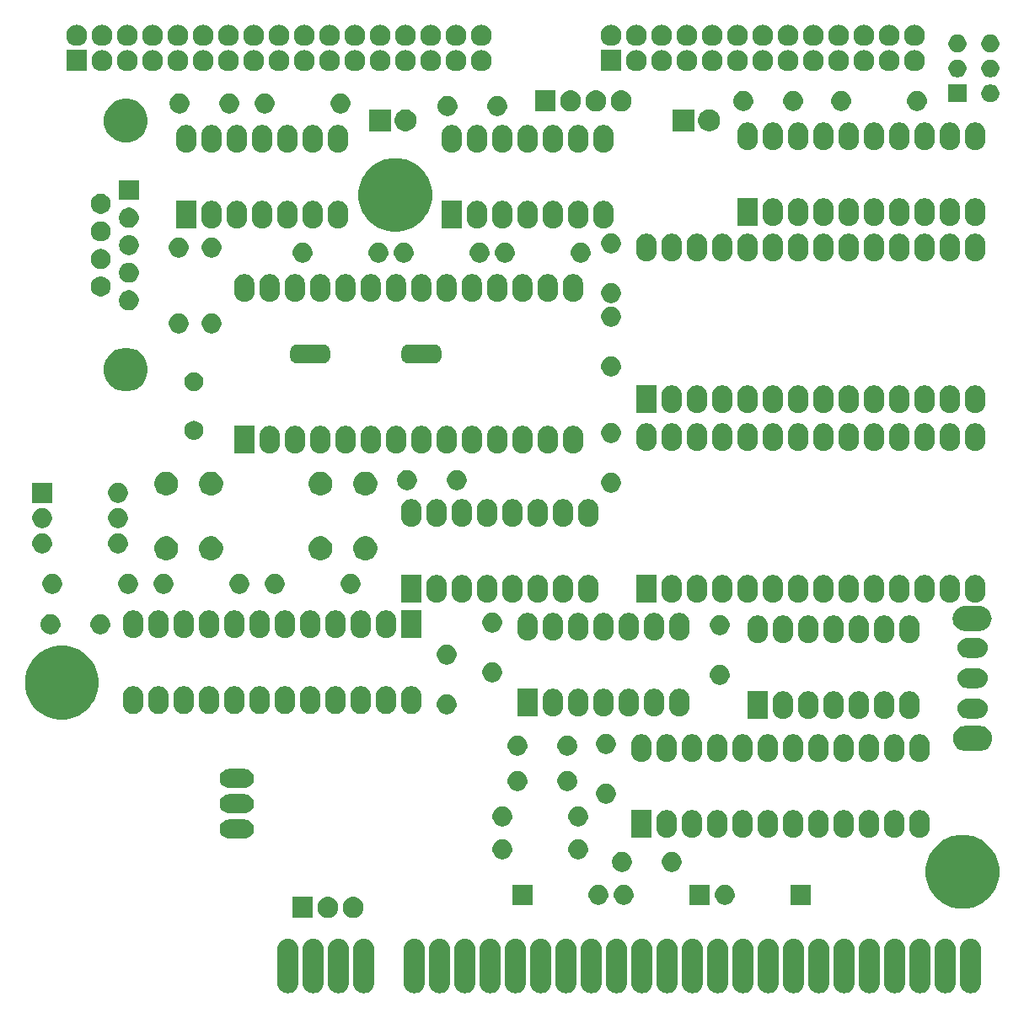
<source format=gbs>
G04 #@! TF.GenerationSoftware,KiCad,Pcbnew,(5.1.6)-1*
G04 #@! TF.CreationDate,2020-07-11T13:39:50+03:00*
G04 #@! TF.ProjectId,PlusD_Clone_MOD_1_2,506c7573-445f-4436-9c6f-6e655f4d4f44,rev?*
G04 #@! TF.SameCoordinates,Original*
G04 #@! TF.FileFunction,Soldermask,Bot*
G04 #@! TF.FilePolarity,Negative*
%FSLAX46Y46*%
G04 Gerber Fmt 4.6, Leading zero omitted, Abs format (unit mm)*
G04 Created by KiCad (PCBNEW (5.1.6)-1) date 2020-07-11 13:39:50*
%MOMM*%
%LPD*%
G01*
G04 APERTURE LIST*
%ADD10C,0.100000*%
G04 APERTURE END LIST*
D10*
G36*
X90431480Y-119235757D02*
G01*
X90636758Y-119298027D01*
X90825943Y-119399149D01*
X90991765Y-119535235D01*
X91103448Y-119671322D01*
X91127852Y-119701058D01*
X91228972Y-119890239D01*
X91228973Y-119890241D01*
X91291243Y-120095519D01*
X91307000Y-120255503D01*
X91307000Y-123664497D01*
X91291243Y-123824481D01*
X91228973Y-124029759D01*
X91228972Y-124029761D01*
X91127852Y-124218942D01*
X90991765Y-124384765D01*
X90825942Y-124520852D01*
X90636761Y-124621972D01*
X90636759Y-124621973D01*
X90431481Y-124684243D01*
X90218000Y-124705269D01*
X90004520Y-124684243D01*
X89799242Y-124621973D01*
X89799240Y-124621972D01*
X89610059Y-124520852D01*
X89444236Y-124384765D01*
X89308149Y-124218942D01*
X89207029Y-124029761D01*
X89207028Y-124029759D01*
X89144758Y-123824481D01*
X89129001Y-123664497D01*
X89129000Y-120255504D01*
X89144757Y-120095520D01*
X89207027Y-119890242D01*
X89308149Y-119701057D01*
X89444235Y-119535235D01*
X89610057Y-119399149D01*
X89610056Y-119399149D01*
X89610058Y-119399148D01*
X89799239Y-119298028D01*
X89799241Y-119298027D01*
X90004519Y-119235757D01*
X90218000Y-119214731D01*
X90431480Y-119235757D01*
G37*
G36*
X108211480Y-119235757D02*
G01*
X108416758Y-119298027D01*
X108605943Y-119399149D01*
X108771765Y-119535235D01*
X108883448Y-119671322D01*
X108907852Y-119701058D01*
X109008972Y-119890239D01*
X109008973Y-119890241D01*
X109071243Y-120095519D01*
X109087000Y-120255503D01*
X109087000Y-123664497D01*
X109071243Y-123824481D01*
X109008973Y-124029759D01*
X109008972Y-124029761D01*
X108907852Y-124218942D01*
X108771765Y-124384765D01*
X108605942Y-124520852D01*
X108416761Y-124621972D01*
X108416759Y-124621973D01*
X108211481Y-124684243D01*
X107998000Y-124705269D01*
X107784520Y-124684243D01*
X107579242Y-124621973D01*
X107579240Y-124621972D01*
X107390059Y-124520852D01*
X107224236Y-124384765D01*
X107088149Y-124218942D01*
X106987029Y-124029761D01*
X106987028Y-124029759D01*
X106924758Y-123824481D01*
X106909001Y-123664497D01*
X106909000Y-120255504D01*
X106924757Y-120095520D01*
X106987027Y-119890242D01*
X107088149Y-119701057D01*
X107224235Y-119535235D01*
X107390057Y-119399149D01*
X107390056Y-119399149D01*
X107390058Y-119399148D01*
X107579239Y-119298028D01*
X107579241Y-119298027D01*
X107784519Y-119235757D01*
X107998000Y-119214731D01*
X108211480Y-119235757D01*
G37*
G36*
X138691480Y-119235757D02*
G01*
X138896758Y-119298027D01*
X139085943Y-119399149D01*
X139251765Y-119535235D01*
X139363448Y-119671322D01*
X139387852Y-119701058D01*
X139488972Y-119890239D01*
X139488973Y-119890241D01*
X139551243Y-120095519D01*
X139567000Y-120255503D01*
X139567000Y-123664497D01*
X139551243Y-123824481D01*
X139488973Y-124029759D01*
X139488972Y-124029761D01*
X139387852Y-124218942D01*
X139251765Y-124384765D01*
X139085942Y-124520852D01*
X138896761Y-124621972D01*
X138896759Y-124621973D01*
X138691481Y-124684243D01*
X138478000Y-124705269D01*
X138264520Y-124684243D01*
X138059242Y-124621973D01*
X138059240Y-124621972D01*
X137870059Y-124520852D01*
X137704236Y-124384765D01*
X137568149Y-124218942D01*
X137467029Y-124029761D01*
X137467028Y-124029759D01*
X137404758Y-123824481D01*
X137389001Y-123664497D01*
X137389000Y-120255504D01*
X137404757Y-120095520D01*
X137467027Y-119890242D01*
X137568149Y-119701057D01*
X137704235Y-119535235D01*
X137870057Y-119399149D01*
X137870056Y-119399149D01*
X137870058Y-119399148D01*
X138059239Y-119298028D01*
X138059241Y-119298027D01*
X138264519Y-119235757D01*
X138478000Y-119214731D01*
X138691480Y-119235757D01*
G37*
G36*
X151391480Y-119235757D02*
G01*
X151596758Y-119298027D01*
X151785943Y-119399149D01*
X151951765Y-119535235D01*
X152063448Y-119671322D01*
X152087852Y-119701058D01*
X152188972Y-119890239D01*
X152188973Y-119890241D01*
X152251243Y-120095519D01*
X152267000Y-120255503D01*
X152267000Y-123664497D01*
X152251243Y-123824481D01*
X152188973Y-124029759D01*
X152188972Y-124029761D01*
X152087852Y-124218942D01*
X151951765Y-124384765D01*
X151785942Y-124520852D01*
X151596761Y-124621972D01*
X151596759Y-124621973D01*
X151391481Y-124684243D01*
X151178000Y-124705269D01*
X150964520Y-124684243D01*
X150759242Y-124621973D01*
X150759240Y-124621972D01*
X150570059Y-124520852D01*
X150404236Y-124384765D01*
X150268149Y-124218942D01*
X150167029Y-124029761D01*
X150167028Y-124029759D01*
X150104758Y-123824481D01*
X150089001Y-123664497D01*
X150089000Y-120255504D01*
X150104757Y-120095520D01*
X150167027Y-119890242D01*
X150268149Y-119701057D01*
X150404235Y-119535235D01*
X150570057Y-119399149D01*
X150570056Y-119399149D01*
X150570058Y-119399148D01*
X150759239Y-119298028D01*
X150759241Y-119298027D01*
X150964519Y-119235757D01*
X151178000Y-119214731D01*
X151391480Y-119235757D01*
G37*
G36*
X120911480Y-119235757D02*
G01*
X121116758Y-119298027D01*
X121305943Y-119399149D01*
X121471765Y-119535235D01*
X121583448Y-119671322D01*
X121607852Y-119701058D01*
X121708972Y-119890239D01*
X121708973Y-119890241D01*
X121771243Y-120095519D01*
X121787000Y-120255503D01*
X121787000Y-123664497D01*
X121771243Y-123824481D01*
X121708973Y-124029759D01*
X121708972Y-124029761D01*
X121607852Y-124218942D01*
X121471765Y-124384765D01*
X121305942Y-124520852D01*
X121116761Y-124621972D01*
X121116759Y-124621973D01*
X120911481Y-124684243D01*
X120698000Y-124705269D01*
X120484520Y-124684243D01*
X120279242Y-124621973D01*
X120279240Y-124621972D01*
X120090059Y-124520852D01*
X119924236Y-124384765D01*
X119788149Y-124218942D01*
X119687029Y-124029761D01*
X119687028Y-124029759D01*
X119624758Y-123824481D01*
X119609001Y-123664497D01*
X119609000Y-120255504D01*
X119624757Y-120095520D01*
X119687027Y-119890242D01*
X119788149Y-119701057D01*
X119924235Y-119535235D01*
X120090057Y-119399149D01*
X120090056Y-119399149D01*
X120090058Y-119399148D01*
X120279239Y-119298028D01*
X120279241Y-119298027D01*
X120484519Y-119235757D01*
X120698000Y-119214731D01*
X120911480Y-119235757D01*
G37*
G36*
X110751480Y-119235757D02*
G01*
X110956758Y-119298027D01*
X111145943Y-119399149D01*
X111311765Y-119535235D01*
X111423448Y-119671322D01*
X111447852Y-119701058D01*
X111548972Y-119890239D01*
X111548973Y-119890241D01*
X111611243Y-120095519D01*
X111627000Y-120255503D01*
X111627000Y-123664497D01*
X111611243Y-123824481D01*
X111548973Y-124029759D01*
X111548972Y-124029761D01*
X111447852Y-124218942D01*
X111311765Y-124384765D01*
X111145942Y-124520852D01*
X110956761Y-124621972D01*
X110956759Y-124621973D01*
X110751481Y-124684243D01*
X110538000Y-124705269D01*
X110324520Y-124684243D01*
X110119242Y-124621973D01*
X110119240Y-124621972D01*
X109930059Y-124520852D01*
X109764236Y-124384765D01*
X109628149Y-124218942D01*
X109527029Y-124029761D01*
X109527028Y-124029759D01*
X109464758Y-123824481D01*
X109449001Y-123664497D01*
X109449000Y-120255504D01*
X109464757Y-120095520D01*
X109527027Y-119890242D01*
X109628149Y-119701057D01*
X109764235Y-119535235D01*
X109930057Y-119399149D01*
X109930056Y-119399149D01*
X109930058Y-119399148D01*
X110119239Y-119298028D01*
X110119241Y-119298027D01*
X110324519Y-119235757D01*
X110538000Y-119214731D01*
X110751480Y-119235757D01*
G37*
G36*
X113291480Y-119235757D02*
G01*
X113496758Y-119298027D01*
X113685943Y-119399149D01*
X113851765Y-119535235D01*
X113963448Y-119671322D01*
X113987852Y-119701058D01*
X114088972Y-119890239D01*
X114088973Y-119890241D01*
X114151243Y-120095519D01*
X114167000Y-120255503D01*
X114167000Y-123664497D01*
X114151243Y-123824481D01*
X114088973Y-124029759D01*
X114088972Y-124029761D01*
X113987852Y-124218942D01*
X113851765Y-124384765D01*
X113685942Y-124520852D01*
X113496761Y-124621972D01*
X113496759Y-124621973D01*
X113291481Y-124684243D01*
X113078000Y-124705269D01*
X112864520Y-124684243D01*
X112659242Y-124621973D01*
X112659240Y-124621972D01*
X112470059Y-124520852D01*
X112304236Y-124384765D01*
X112168149Y-124218942D01*
X112067029Y-124029761D01*
X112067028Y-124029759D01*
X112004758Y-123824481D01*
X111989001Y-123664497D01*
X111989000Y-120255504D01*
X112004757Y-120095520D01*
X112067027Y-119890242D01*
X112168149Y-119701057D01*
X112304235Y-119535235D01*
X112470057Y-119399149D01*
X112470056Y-119399149D01*
X112470058Y-119399148D01*
X112659239Y-119298028D01*
X112659241Y-119298027D01*
X112864519Y-119235757D01*
X113078000Y-119214731D01*
X113291480Y-119235757D01*
G37*
G36*
X128531480Y-119235757D02*
G01*
X128736758Y-119298027D01*
X128925943Y-119399149D01*
X129091765Y-119535235D01*
X129203448Y-119671322D01*
X129227852Y-119701058D01*
X129328972Y-119890239D01*
X129328973Y-119890241D01*
X129391243Y-120095519D01*
X129407000Y-120255503D01*
X129407000Y-123664497D01*
X129391243Y-123824481D01*
X129328973Y-124029759D01*
X129328972Y-124029761D01*
X129227852Y-124218942D01*
X129091765Y-124384765D01*
X128925942Y-124520852D01*
X128736761Y-124621972D01*
X128736759Y-124621973D01*
X128531481Y-124684243D01*
X128318000Y-124705269D01*
X128104520Y-124684243D01*
X127899242Y-124621973D01*
X127899240Y-124621972D01*
X127710059Y-124520852D01*
X127544236Y-124384765D01*
X127408149Y-124218942D01*
X127307029Y-124029761D01*
X127307028Y-124029759D01*
X127244758Y-123824481D01*
X127229001Y-123664497D01*
X127229000Y-120255504D01*
X127244757Y-120095520D01*
X127307027Y-119890242D01*
X127408149Y-119701057D01*
X127544235Y-119535235D01*
X127710057Y-119399149D01*
X127710056Y-119399149D01*
X127710058Y-119399148D01*
X127899239Y-119298028D01*
X127899241Y-119298027D01*
X128104519Y-119235757D01*
X128318000Y-119214731D01*
X128531480Y-119235757D01*
G37*
G36*
X156471480Y-119235757D02*
G01*
X156676758Y-119298027D01*
X156865943Y-119399149D01*
X157031765Y-119535235D01*
X157143448Y-119671322D01*
X157167852Y-119701058D01*
X157268972Y-119890239D01*
X157268973Y-119890241D01*
X157331243Y-120095519D01*
X157347000Y-120255503D01*
X157347000Y-123664497D01*
X157331243Y-123824481D01*
X157268973Y-124029759D01*
X157268972Y-124029761D01*
X157167852Y-124218942D01*
X157031765Y-124384765D01*
X156865942Y-124520852D01*
X156676761Y-124621972D01*
X156676759Y-124621973D01*
X156471481Y-124684243D01*
X156258000Y-124705269D01*
X156044520Y-124684243D01*
X155839242Y-124621973D01*
X155839240Y-124621972D01*
X155650059Y-124520852D01*
X155484236Y-124384765D01*
X155348149Y-124218942D01*
X155247029Y-124029761D01*
X155247028Y-124029759D01*
X155184758Y-123824481D01*
X155169001Y-123664497D01*
X155169000Y-120255504D01*
X155184757Y-120095520D01*
X155247027Y-119890242D01*
X155348149Y-119701057D01*
X155484235Y-119535235D01*
X155650057Y-119399149D01*
X155650056Y-119399149D01*
X155650058Y-119399148D01*
X155839239Y-119298028D01*
X155839241Y-119298027D01*
X156044519Y-119235757D01*
X156258000Y-119214731D01*
X156471480Y-119235757D01*
G37*
G36*
X115831480Y-119235757D02*
G01*
X116036758Y-119298027D01*
X116225943Y-119399149D01*
X116391765Y-119535235D01*
X116503448Y-119671322D01*
X116527852Y-119701058D01*
X116628972Y-119890239D01*
X116628973Y-119890241D01*
X116691243Y-120095519D01*
X116707000Y-120255503D01*
X116707000Y-123664497D01*
X116691243Y-123824481D01*
X116628973Y-124029759D01*
X116628972Y-124029761D01*
X116527852Y-124218942D01*
X116391765Y-124384765D01*
X116225942Y-124520852D01*
X116036761Y-124621972D01*
X116036759Y-124621973D01*
X115831481Y-124684243D01*
X115618000Y-124705269D01*
X115404520Y-124684243D01*
X115199242Y-124621973D01*
X115199240Y-124621972D01*
X115010059Y-124520852D01*
X114844236Y-124384765D01*
X114708149Y-124218942D01*
X114607029Y-124029761D01*
X114607028Y-124029759D01*
X114544758Y-123824481D01*
X114529001Y-123664497D01*
X114529000Y-120255504D01*
X114544757Y-120095520D01*
X114607027Y-119890242D01*
X114708149Y-119701057D01*
X114844235Y-119535235D01*
X115010057Y-119399149D01*
X115010056Y-119399149D01*
X115010058Y-119399148D01*
X115199239Y-119298028D01*
X115199241Y-119298027D01*
X115404519Y-119235757D01*
X115618000Y-119214731D01*
X115831480Y-119235757D01*
G37*
G36*
X143771480Y-119235757D02*
G01*
X143976758Y-119298027D01*
X144165943Y-119399149D01*
X144331765Y-119535235D01*
X144443448Y-119671322D01*
X144467852Y-119701058D01*
X144568972Y-119890239D01*
X144568973Y-119890241D01*
X144631243Y-120095519D01*
X144647000Y-120255503D01*
X144647000Y-123664497D01*
X144631243Y-123824481D01*
X144568973Y-124029759D01*
X144568972Y-124029761D01*
X144467852Y-124218942D01*
X144331765Y-124384765D01*
X144165942Y-124520852D01*
X143976761Y-124621972D01*
X143976759Y-124621973D01*
X143771481Y-124684243D01*
X143558000Y-124705269D01*
X143344520Y-124684243D01*
X143139242Y-124621973D01*
X143139240Y-124621972D01*
X142950059Y-124520852D01*
X142784236Y-124384765D01*
X142648149Y-124218942D01*
X142547029Y-124029761D01*
X142547028Y-124029759D01*
X142484758Y-123824481D01*
X142469001Y-123664497D01*
X142469000Y-120255504D01*
X142484757Y-120095520D01*
X142547027Y-119890242D01*
X142648149Y-119701057D01*
X142784235Y-119535235D01*
X142950057Y-119399149D01*
X142950056Y-119399149D01*
X142950058Y-119399148D01*
X143139239Y-119298028D01*
X143139241Y-119298027D01*
X143344519Y-119235757D01*
X143558000Y-119214731D01*
X143771480Y-119235757D01*
G37*
G36*
X136151480Y-119235757D02*
G01*
X136356758Y-119298027D01*
X136545943Y-119399149D01*
X136711765Y-119535235D01*
X136823448Y-119671322D01*
X136847852Y-119701058D01*
X136948972Y-119890239D01*
X136948973Y-119890241D01*
X137011243Y-120095519D01*
X137027000Y-120255503D01*
X137027000Y-123664497D01*
X137011243Y-123824481D01*
X136948973Y-124029759D01*
X136948972Y-124029761D01*
X136847852Y-124218942D01*
X136711765Y-124384765D01*
X136545942Y-124520852D01*
X136356761Y-124621972D01*
X136356759Y-124621973D01*
X136151481Y-124684243D01*
X135938000Y-124705269D01*
X135724520Y-124684243D01*
X135519242Y-124621973D01*
X135519240Y-124621972D01*
X135330059Y-124520852D01*
X135164236Y-124384765D01*
X135028149Y-124218942D01*
X134927029Y-124029761D01*
X134927028Y-124029759D01*
X134864758Y-123824481D01*
X134849001Y-123664497D01*
X134849000Y-120255504D01*
X134864757Y-120095520D01*
X134927027Y-119890242D01*
X135028149Y-119701057D01*
X135164235Y-119535235D01*
X135330057Y-119399149D01*
X135330056Y-119399149D01*
X135330058Y-119399148D01*
X135519239Y-119298028D01*
X135519241Y-119298027D01*
X135724519Y-119235757D01*
X135938000Y-119214731D01*
X136151480Y-119235757D01*
G37*
G36*
X131071480Y-119235757D02*
G01*
X131276758Y-119298027D01*
X131465943Y-119399149D01*
X131631765Y-119535235D01*
X131743448Y-119671322D01*
X131767852Y-119701058D01*
X131868972Y-119890239D01*
X131868973Y-119890241D01*
X131931243Y-120095519D01*
X131947000Y-120255503D01*
X131947000Y-123664497D01*
X131931243Y-123824481D01*
X131868973Y-124029759D01*
X131868972Y-124029761D01*
X131767852Y-124218942D01*
X131631765Y-124384765D01*
X131465942Y-124520852D01*
X131276761Y-124621972D01*
X131276759Y-124621973D01*
X131071481Y-124684243D01*
X130858000Y-124705269D01*
X130644520Y-124684243D01*
X130439242Y-124621973D01*
X130439240Y-124621972D01*
X130250059Y-124520852D01*
X130084236Y-124384765D01*
X129948149Y-124218942D01*
X129847029Y-124029761D01*
X129847028Y-124029759D01*
X129784758Y-123824481D01*
X129769001Y-123664497D01*
X129769000Y-120255504D01*
X129784757Y-120095520D01*
X129847027Y-119890242D01*
X129948149Y-119701057D01*
X130084235Y-119535235D01*
X130250057Y-119399149D01*
X130250056Y-119399149D01*
X130250058Y-119399148D01*
X130439239Y-119298028D01*
X130439241Y-119298027D01*
X130644519Y-119235757D01*
X130858000Y-119214731D01*
X131071480Y-119235757D01*
G37*
G36*
X123451480Y-119235757D02*
G01*
X123656758Y-119298027D01*
X123845943Y-119399149D01*
X124011765Y-119535235D01*
X124123448Y-119671322D01*
X124147852Y-119701058D01*
X124248972Y-119890239D01*
X124248973Y-119890241D01*
X124311243Y-120095519D01*
X124327000Y-120255503D01*
X124327000Y-123664497D01*
X124311243Y-123824481D01*
X124248973Y-124029759D01*
X124248972Y-124029761D01*
X124147852Y-124218942D01*
X124011765Y-124384765D01*
X123845942Y-124520852D01*
X123656761Y-124621972D01*
X123656759Y-124621973D01*
X123451481Y-124684243D01*
X123238000Y-124705269D01*
X123024520Y-124684243D01*
X122819242Y-124621973D01*
X122819240Y-124621972D01*
X122630059Y-124520852D01*
X122464236Y-124384765D01*
X122328149Y-124218942D01*
X122227029Y-124029761D01*
X122227028Y-124029759D01*
X122164758Y-123824481D01*
X122149001Y-123664497D01*
X122149000Y-120255504D01*
X122164757Y-120095520D01*
X122227027Y-119890242D01*
X122328149Y-119701057D01*
X122464235Y-119535235D01*
X122630057Y-119399149D01*
X122630056Y-119399149D01*
X122630058Y-119399148D01*
X122819239Y-119298028D01*
X122819241Y-119298027D01*
X123024519Y-119235757D01*
X123238000Y-119214731D01*
X123451480Y-119235757D01*
G37*
G36*
X148851480Y-119235757D02*
G01*
X149056758Y-119298027D01*
X149245943Y-119399149D01*
X149411765Y-119535235D01*
X149523448Y-119671322D01*
X149547852Y-119701058D01*
X149648972Y-119890239D01*
X149648973Y-119890241D01*
X149711243Y-120095519D01*
X149727000Y-120255503D01*
X149727000Y-123664497D01*
X149711243Y-123824481D01*
X149648973Y-124029759D01*
X149648972Y-124029761D01*
X149547852Y-124218942D01*
X149411765Y-124384765D01*
X149245942Y-124520852D01*
X149056761Y-124621972D01*
X149056759Y-124621973D01*
X148851481Y-124684243D01*
X148638000Y-124705269D01*
X148424520Y-124684243D01*
X148219242Y-124621973D01*
X148219240Y-124621972D01*
X148030059Y-124520852D01*
X147864236Y-124384765D01*
X147728149Y-124218942D01*
X147627029Y-124029761D01*
X147627028Y-124029759D01*
X147564758Y-123824481D01*
X147549001Y-123664497D01*
X147549000Y-120255504D01*
X147564757Y-120095520D01*
X147627027Y-119890242D01*
X147728149Y-119701057D01*
X147864235Y-119535235D01*
X148030057Y-119399149D01*
X148030056Y-119399149D01*
X148030058Y-119399148D01*
X148219239Y-119298028D01*
X148219241Y-119298027D01*
X148424519Y-119235757D01*
X148638000Y-119214731D01*
X148851480Y-119235757D01*
G37*
G36*
X98051480Y-119235757D02*
G01*
X98256758Y-119298027D01*
X98445943Y-119399149D01*
X98611765Y-119535235D01*
X98723448Y-119671322D01*
X98747852Y-119701058D01*
X98848972Y-119890239D01*
X98848973Y-119890241D01*
X98911243Y-120095519D01*
X98927000Y-120255503D01*
X98927000Y-123664497D01*
X98911243Y-123824481D01*
X98848973Y-124029759D01*
X98848972Y-124029761D01*
X98747852Y-124218942D01*
X98611765Y-124384765D01*
X98445942Y-124520852D01*
X98256761Y-124621972D01*
X98256759Y-124621973D01*
X98051481Y-124684243D01*
X97838000Y-124705269D01*
X97624520Y-124684243D01*
X97419242Y-124621973D01*
X97419240Y-124621972D01*
X97230059Y-124520852D01*
X97064236Y-124384765D01*
X96928149Y-124218942D01*
X96827029Y-124029761D01*
X96827028Y-124029759D01*
X96764758Y-123824481D01*
X96749001Y-123664497D01*
X96749000Y-120255504D01*
X96764757Y-120095520D01*
X96827027Y-119890242D01*
X96928149Y-119701057D01*
X97064235Y-119535235D01*
X97230057Y-119399149D01*
X97230056Y-119399149D01*
X97230058Y-119399148D01*
X97419239Y-119298028D01*
X97419241Y-119298027D01*
X97624519Y-119235757D01*
X97838000Y-119214731D01*
X98051480Y-119235757D01*
G37*
G36*
X92971480Y-119235757D02*
G01*
X93176758Y-119298027D01*
X93365943Y-119399149D01*
X93531765Y-119535235D01*
X93643448Y-119671322D01*
X93667852Y-119701058D01*
X93768972Y-119890239D01*
X93768973Y-119890241D01*
X93831243Y-120095519D01*
X93847000Y-120255503D01*
X93847000Y-123664497D01*
X93831243Y-123824481D01*
X93768973Y-124029759D01*
X93768972Y-124029761D01*
X93667852Y-124218942D01*
X93531765Y-124384765D01*
X93365942Y-124520852D01*
X93176761Y-124621972D01*
X93176759Y-124621973D01*
X92971481Y-124684243D01*
X92758000Y-124705269D01*
X92544520Y-124684243D01*
X92339242Y-124621973D01*
X92339240Y-124621972D01*
X92150059Y-124520852D01*
X91984236Y-124384765D01*
X91848149Y-124218942D01*
X91747029Y-124029761D01*
X91747028Y-124029759D01*
X91684758Y-123824481D01*
X91669001Y-123664497D01*
X91669000Y-120255504D01*
X91684757Y-120095520D01*
X91747027Y-119890242D01*
X91848149Y-119701057D01*
X91984235Y-119535235D01*
X92150057Y-119399149D01*
X92150056Y-119399149D01*
X92150058Y-119399148D01*
X92339239Y-119298028D01*
X92339241Y-119298027D01*
X92544519Y-119235757D01*
X92758000Y-119214731D01*
X92971480Y-119235757D01*
G37*
G36*
X103131480Y-119235757D02*
G01*
X103336758Y-119298027D01*
X103525943Y-119399149D01*
X103691765Y-119535235D01*
X103803448Y-119671322D01*
X103827852Y-119701058D01*
X103928972Y-119890239D01*
X103928973Y-119890241D01*
X103991243Y-120095519D01*
X104007000Y-120255503D01*
X104007000Y-123664497D01*
X103991243Y-123824481D01*
X103928973Y-124029759D01*
X103928972Y-124029761D01*
X103827852Y-124218942D01*
X103691765Y-124384765D01*
X103525942Y-124520852D01*
X103336761Y-124621972D01*
X103336759Y-124621973D01*
X103131481Y-124684243D01*
X102918000Y-124705269D01*
X102704520Y-124684243D01*
X102499242Y-124621973D01*
X102499240Y-124621972D01*
X102310059Y-124520852D01*
X102144236Y-124384765D01*
X102008149Y-124218942D01*
X101907029Y-124029761D01*
X101907028Y-124029759D01*
X101844758Y-123824481D01*
X101829001Y-123664497D01*
X101829000Y-120255504D01*
X101844757Y-120095520D01*
X101907027Y-119890242D01*
X102008149Y-119701057D01*
X102144235Y-119535235D01*
X102310057Y-119399149D01*
X102310056Y-119399149D01*
X102310058Y-119399148D01*
X102499239Y-119298028D01*
X102499241Y-119298027D01*
X102704519Y-119235757D01*
X102918000Y-119214731D01*
X103131480Y-119235757D01*
G37*
G36*
X105671480Y-119235757D02*
G01*
X105876758Y-119298027D01*
X106065943Y-119399149D01*
X106231765Y-119535235D01*
X106343448Y-119671322D01*
X106367852Y-119701058D01*
X106468972Y-119890239D01*
X106468973Y-119890241D01*
X106531243Y-120095519D01*
X106547000Y-120255503D01*
X106547000Y-123664497D01*
X106531243Y-123824481D01*
X106468973Y-124029759D01*
X106468972Y-124029761D01*
X106367852Y-124218942D01*
X106231765Y-124384765D01*
X106065942Y-124520852D01*
X105876761Y-124621972D01*
X105876759Y-124621973D01*
X105671481Y-124684243D01*
X105458000Y-124705269D01*
X105244520Y-124684243D01*
X105039242Y-124621973D01*
X105039240Y-124621972D01*
X104850059Y-124520852D01*
X104684236Y-124384765D01*
X104548149Y-124218942D01*
X104447029Y-124029761D01*
X104447028Y-124029759D01*
X104384758Y-123824481D01*
X104369001Y-123664497D01*
X104369000Y-120255504D01*
X104384757Y-120095520D01*
X104447027Y-119890242D01*
X104548149Y-119701057D01*
X104684235Y-119535235D01*
X104850057Y-119399149D01*
X104850056Y-119399149D01*
X104850058Y-119399148D01*
X105039239Y-119298028D01*
X105039241Y-119298027D01*
X105244519Y-119235757D01*
X105458000Y-119214731D01*
X105671480Y-119235757D01*
G37*
G36*
X95511480Y-119235757D02*
G01*
X95716758Y-119298027D01*
X95905943Y-119399149D01*
X96071765Y-119535235D01*
X96183448Y-119671322D01*
X96207852Y-119701058D01*
X96308972Y-119890239D01*
X96308973Y-119890241D01*
X96371243Y-120095519D01*
X96387000Y-120255503D01*
X96387000Y-123664497D01*
X96371243Y-123824481D01*
X96308973Y-124029759D01*
X96308972Y-124029761D01*
X96207852Y-124218942D01*
X96071765Y-124384765D01*
X95905942Y-124520852D01*
X95716761Y-124621972D01*
X95716759Y-124621973D01*
X95511481Y-124684243D01*
X95298000Y-124705269D01*
X95084520Y-124684243D01*
X94879242Y-124621973D01*
X94879240Y-124621972D01*
X94690059Y-124520852D01*
X94524236Y-124384765D01*
X94388149Y-124218942D01*
X94287029Y-124029761D01*
X94287028Y-124029759D01*
X94224758Y-123824481D01*
X94209001Y-123664497D01*
X94209000Y-120255504D01*
X94224757Y-120095520D01*
X94287027Y-119890242D01*
X94388149Y-119701057D01*
X94524235Y-119535235D01*
X94690057Y-119399149D01*
X94690056Y-119399149D01*
X94690058Y-119399148D01*
X94879239Y-119298028D01*
X94879241Y-119298027D01*
X95084519Y-119235757D01*
X95298000Y-119214731D01*
X95511480Y-119235757D01*
G37*
G36*
X153931480Y-119235757D02*
G01*
X154136758Y-119298027D01*
X154325943Y-119399149D01*
X154491765Y-119535235D01*
X154603448Y-119671322D01*
X154627852Y-119701058D01*
X154728972Y-119890239D01*
X154728973Y-119890241D01*
X154791243Y-120095519D01*
X154807000Y-120255503D01*
X154807000Y-123664497D01*
X154791243Y-123824481D01*
X154728973Y-124029759D01*
X154728972Y-124029761D01*
X154627852Y-124218942D01*
X154491765Y-124384765D01*
X154325942Y-124520852D01*
X154136761Y-124621972D01*
X154136759Y-124621973D01*
X153931481Y-124684243D01*
X153718000Y-124705269D01*
X153504520Y-124684243D01*
X153299242Y-124621973D01*
X153299240Y-124621972D01*
X153110059Y-124520852D01*
X152944236Y-124384765D01*
X152808149Y-124218942D01*
X152707029Y-124029761D01*
X152707028Y-124029759D01*
X152644758Y-123824481D01*
X152629001Y-123664497D01*
X152629000Y-120255504D01*
X152644757Y-120095520D01*
X152707027Y-119890242D01*
X152808149Y-119701057D01*
X152944235Y-119535235D01*
X153110057Y-119399149D01*
X153110056Y-119399149D01*
X153110058Y-119399148D01*
X153299239Y-119298028D01*
X153299241Y-119298027D01*
X153504519Y-119235757D01*
X153718000Y-119214731D01*
X153931480Y-119235757D01*
G37*
G36*
X125991480Y-119235757D02*
G01*
X126196758Y-119298027D01*
X126385943Y-119399149D01*
X126551765Y-119535235D01*
X126663448Y-119671322D01*
X126687852Y-119701058D01*
X126788972Y-119890239D01*
X126788973Y-119890241D01*
X126851243Y-120095519D01*
X126867000Y-120255503D01*
X126867000Y-123664497D01*
X126851243Y-123824481D01*
X126788973Y-124029759D01*
X126788972Y-124029761D01*
X126687852Y-124218942D01*
X126551765Y-124384765D01*
X126385942Y-124520852D01*
X126196761Y-124621972D01*
X126196759Y-124621973D01*
X125991481Y-124684243D01*
X125778000Y-124705269D01*
X125564520Y-124684243D01*
X125359242Y-124621973D01*
X125359240Y-124621972D01*
X125170059Y-124520852D01*
X125004236Y-124384765D01*
X124868149Y-124218942D01*
X124767029Y-124029761D01*
X124767028Y-124029759D01*
X124704758Y-123824481D01*
X124689001Y-123664497D01*
X124689000Y-120255504D01*
X124704757Y-120095520D01*
X124767027Y-119890242D01*
X124868149Y-119701057D01*
X125004235Y-119535235D01*
X125170057Y-119399149D01*
X125170056Y-119399149D01*
X125170058Y-119399148D01*
X125359239Y-119298028D01*
X125359241Y-119298027D01*
X125564519Y-119235757D01*
X125778000Y-119214731D01*
X125991480Y-119235757D01*
G37*
G36*
X159011480Y-119235757D02*
G01*
X159216758Y-119298027D01*
X159405943Y-119399149D01*
X159571765Y-119535235D01*
X159683448Y-119671322D01*
X159707852Y-119701058D01*
X159808972Y-119890239D01*
X159808973Y-119890241D01*
X159871243Y-120095519D01*
X159887000Y-120255503D01*
X159887000Y-123664497D01*
X159871243Y-123824481D01*
X159808973Y-124029759D01*
X159808972Y-124029761D01*
X159707852Y-124218942D01*
X159571765Y-124384765D01*
X159405942Y-124520852D01*
X159216761Y-124621972D01*
X159216759Y-124621973D01*
X159011481Y-124684243D01*
X158798000Y-124705269D01*
X158584520Y-124684243D01*
X158379242Y-124621973D01*
X158379240Y-124621972D01*
X158190059Y-124520852D01*
X158024236Y-124384765D01*
X157888149Y-124218942D01*
X157787029Y-124029761D01*
X157787028Y-124029759D01*
X157724758Y-123824481D01*
X157709001Y-123664497D01*
X157709000Y-120255504D01*
X157724757Y-120095520D01*
X157787027Y-119890242D01*
X157888149Y-119701057D01*
X158024235Y-119535235D01*
X158190057Y-119399149D01*
X158190056Y-119399149D01*
X158190058Y-119399148D01*
X158379239Y-119298028D01*
X158379241Y-119298027D01*
X158584519Y-119235757D01*
X158798000Y-119214731D01*
X159011480Y-119235757D01*
G37*
G36*
X118371480Y-119235757D02*
G01*
X118576758Y-119298027D01*
X118765943Y-119399149D01*
X118931765Y-119535235D01*
X119043448Y-119671322D01*
X119067852Y-119701058D01*
X119168972Y-119890239D01*
X119168973Y-119890241D01*
X119231243Y-120095519D01*
X119247000Y-120255503D01*
X119247000Y-123664497D01*
X119231243Y-123824481D01*
X119168973Y-124029759D01*
X119168972Y-124029761D01*
X119067852Y-124218942D01*
X118931765Y-124384765D01*
X118765942Y-124520852D01*
X118576761Y-124621972D01*
X118576759Y-124621973D01*
X118371481Y-124684243D01*
X118158000Y-124705269D01*
X117944520Y-124684243D01*
X117739242Y-124621973D01*
X117739240Y-124621972D01*
X117550059Y-124520852D01*
X117384236Y-124384765D01*
X117248149Y-124218942D01*
X117147029Y-124029761D01*
X117147028Y-124029759D01*
X117084758Y-123824481D01*
X117069001Y-123664497D01*
X117069000Y-120255504D01*
X117084757Y-120095520D01*
X117147027Y-119890242D01*
X117248149Y-119701057D01*
X117384235Y-119535235D01*
X117550057Y-119399149D01*
X117550056Y-119399149D01*
X117550058Y-119399148D01*
X117739239Y-119298028D01*
X117739241Y-119298027D01*
X117944519Y-119235757D01*
X118158000Y-119214731D01*
X118371480Y-119235757D01*
G37*
G36*
X141231480Y-119235757D02*
G01*
X141436758Y-119298027D01*
X141625943Y-119399149D01*
X141791765Y-119535235D01*
X141903448Y-119671322D01*
X141927852Y-119701058D01*
X142028972Y-119890239D01*
X142028973Y-119890241D01*
X142091243Y-120095519D01*
X142107000Y-120255503D01*
X142107000Y-123664497D01*
X142091243Y-123824481D01*
X142028973Y-124029759D01*
X142028972Y-124029761D01*
X141927852Y-124218942D01*
X141791765Y-124384765D01*
X141625942Y-124520852D01*
X141436761Y-124621972D01*
X141436759Y-124621973D01*
X141231481Y-124684243D01*
X141018000Y-124705269D01*
X140804520Y-124684243D01*
X140599242Y-124621973D01*
X140599240Y-124621972D01*
X140410059Y-124520852D01*
X140244236Y-124384765D01*
X140108149Y-124218942D01*
X140007029Y-124029761D01*
X140007028Y-124029759D01*
X139944758Y-123824481D01*
X139929001Y-123664497D01*
X139929000Y-120255504D01*
X139944757Y-120095520D01*
X140007027Y-119890242D01*
X140108149Y-119701057D01*
X140244235Y-119535235D01*
X140410057Y-119399149D01*
X140410056Y-119399149D01*
X140410058Y-119399148D01*
X140599239Y-119298028D01*
X140599241Y-119298027D01*
X140804519Y-119235757D01*
X141018000Y-119214731D01*
X141231480Y-119235757D01*
G37*
G36*
X133611480Y-119235757D02*
G01*
X133816758Y-119298027D01*
X134005943Y-119399149D01*
X134171765Y-119535235D01*
X134283448Y-119671322D01*
X134307852Y-119701058D01*
X134408972Y-119890239D01*
X134408973Y-119890241D01*
X134471243Y-120095519D01*
X134487000Y-120255503D01*
X134487000Y-123664497D01*
X134471243Y-123824481D01*
X134408973Y-124029759D01*
X134408972Y-124029761D01*
X134307852Y-124218942D01*
X134171765Y-124384765D01*
X134005942Y-124520852D01*
X133816761Y-124621972D01*
X133816759Y-124621973D01*
X133611481Y-124684243D01*
X133398000Y-124705269D01*
X133184520Y-124684243D01*
X132979242Y-124621973D01*
X132979240Y-124621972D01*
X132790059Y-124520852D01*
X132624236Y-124384765D01*
X132488149Y-124218942D01*
X132387029Y-124029761D01*
X132387028Y-124029759D01*
X132324758Y-123824481D01*
X132309001Y-123664497D01*
X132309000Y-120255504D01*
X132324757Y-120095520D01*
X132387027Y-119890242D01*
X132488149Y-119701057D01*
X132624235Y-119535235D01*
X132790057Y-119399149D01*
X132790056Y-119399149D01*
X132790058Y-119399148D01*
X132979239Y-119298028D01*
X132979241Y-119298027D01*
X133184519Y-119235757D01*
X133398000Y-119214731D01*
X133611480Y-119235757D01*
G37*
G36*
X146311480Y-119235757D02*
G01*
X146516758Y-119298027D01*
X146705943Y-119399149D01*
X146871765Y-119535235D01*
X146983448Y-119671322D01*
X147007852Y-119701058D01*
X147108972Y-119890239D01*
X147108973Y-119890241D01*
X147171243Y-120095519D01*
X147187000Y-120255503D01*
X147187000Y-123664497D01*
X147171243Y-123824481D01*
X147108973Y-124029759D01*
X147108972Y-124029761D01*
X147007852Y-124218942D01*
X146871765Y-124384765D01*
X146705942Y-124520852D01*
X146516761Y-124621972D01*
X146516759Y-124621973D01*
X146311481Y-124684243D01*
X146098000Y-124705269D01*
X145884520Y-124684243D01*
X145679242Y-124621973D01*
X145679240Y-124621972D01*
X145490059Y-124520852D01*
X145324236Y-124384765D01*
X145188149Y-124218942D01*
X145087029Y-124029761D01*
X145087028Y-124029759D01*
X145024758Y-123824481D01*
X145009001Y-123664497D01*
X145009000Y-120255504D01*
X145024757Y-120095520D01*
X145087027Y-119890242D01*
X145188149Y-119701057D01*
X145324235Y-119535235D01*
X145490057Y-119399149D01*
X145490056Y-119399149D01*
X145490058Y-119399148D01*
X145679239Y-119298028D01*
X145679241Y-119298027D01*
X145884519Y-119235757D01*
X146098000Y-119214731D01*
X146311480Y-119235757D01*
G37*
G36*
X92744000Y-117128000D02*
G01*
X90644000Y-117128000D01*
X90644000Y-115028000D01*
X92744000Y-115028000D01*
X92744000Y-117128000D01*
G37*
G36*
X96902687Y-115033027D02*
G01*
X97080274Y-115068350D01*
X97271362Y-115147502D01*
X97443336Y-115262411D01*
X97589589Y-115408664D01*
X97704498Y-115580638D01*
X97783650Y-115771726D01*
X97824000Y-115974584D01*
X97824000Y-116181416D01*
X97783650Y-116384274D01*
X97704498Y-116575362D01*
X97589589Y-116747336D01*
X97443336Y-116893589D01*
X97271362Y-117008498D01*
X97080274Y-117087650D01*
X96902687Y-117122973D01*
X96877417Y-117128000D01*
X96670583Y-117128000D01*
X96645313Y-117122973D01*
X96467726Y-117087650D01*
X96276638Y-117008498D01*
X96104664Y-116893589D01*
X95958411Y-116747336D01*
X95843502Y-116575362D01*
X95764350Y-116384274D01*
X95724000Y-116181416D01*
X95724000Y-115974584D01*
X95764350Y-115771726D01*
X95843502Y-115580638D01*
X95958411Y-115408664D01*
X96104664Y-115262411D01*
X96276638Y-115147502D01*
X96467726Y-115068350D01*
X96645313Y-115033027D01*
X96670583Y-115028000D01*
X96877417Y-115028000D01*
X96902687Y-115033027D01*
G37*
G36*
X94362687Y-115033027D02*
G01*
X94540274Y-115068350D01*
X94731362Y-115147502D01*
X94903336Y-115262411D01*
X95049589Y-115408664D01*
X95164498Y-115580638D01*
X95243650Y-115771726D01*
X95284000Y-115974584D01*
X95284000Y-116181416D01*
X95243650Y-116384274D01*
X95164498Y-116575362D01*
X95049589Y-116747336D01*
X94903336Y-116893589D01*
X94731362Y-117008498D01*
X94540274Y-117087650D01*
X94362687Y-117122973D01*
X94337417Y-117128000D01*
X94130583Y-117128000D01*
X94105313Y-117122973D01*
X93927726Y-117087650D01*
X93736638Y-117008498D01*
X93564664Y-116893589D01*
X93418411Y-116747336D01*
X93303502Y-116575362D01*
X93224350Y-116384274D01*
X93184000Y-116181416D01*
X93184000Y-115974584D01*
X93224350Y-115771726D01*
X93303502Y-115580638D01*
X93418411Y-115408664D01*
X93564664Y-115262411D01*
X93736638Y-115147502D01*
X93927726Y-115068350D01*
X94105313Y-115033027D01*
X94130583Y-115028000D01*
X94337417Y-115028000D01*
X94362687Y-115033027D01*
G37*
G36*
X159079249Y-108942188D02*
G01*
X159752606Y-109221101D01*
X159832417Y-109274429D01*
X160358613Y-109626022D01*
X160873978Y-110141387D01*
X161051263Y-110406713D01*
X161278899Y-110747394D01*
X161557812Y-111420751D01*
X161700000Y-112135580D01*
X161700000Y-112864420D01*
X161557812Y-113579249D01*
X161278899Y-114252606D01*
X161144537Y-114453692D01*
X160873978Y-114858613D01*
X160358613Y-115373978D01*
X159953692Y-115644537D01*
X159752606Y-115778899D01*
X159079249Y-116057812D01*
X158364420Y-116200000D01*
X157635580Y-116200000D01*
X156920751Y-116057812D01*
X156247394Y-115778899D01*
X156046308Y-115644537D01*
X155641387Y-115373978D01*
X155126022Y-114858613D01*
X154855463Y-114453692D01*
X154721101Y-114252606D01*
X154442188Y-113579249D01*
X154300000Y-112864420D01*
X154300000Y-112135580D01*
X154442188Y-111420751D01*
X154721101Y-110747394D01*
X154948737Y-110406713D01*
X155126022Y-110141387D01*
X155641387Y-109626022D01*
X156167583Y-109274429D01*
X156247394Y-109221101D01*
X156920751Y-108942188D01*
X157635580Y-108800000D01*
X158364420Y-108800000D01*
X159079249Y-108942188D01*
G37*
G36*
X134293152Y-113824442D02*
G01*
X134403689Y-113846429D01*
X134585678Y-113921811D01*
X134749463Y-114031249D01*
X134888751Y-114170537D01*
X134998189Y-114334322D01*
X135031710Y-114415250D01*
X135073571Y-114516312D01*
X135112000Y-114709507D01*
X135112000Y-114906493D01*
X135087831Y-115028000D01*
X135073571Y-115099689D01*
X134998189Y-115281678D01*
X134888751Y-115445463D01*
X134749463Y-115584751D01*
X134585678Y-115694189D01*
X134403689Y-115769571D01*
X134356798Y-115778898D01*
X134210493Y-115808000D01*
X134013507Y-115808000D01*
X133867202Y-115778898D01*
X133820311Y-115769571D01*
X133638322Y-115694189D01*
X133474537Y-115584751D01*
X133335249Y-115445463D01*
X133225811Y-115281678D01*
X133150429Y-115099689D01*
X133136169Y-115028000D01*
X133112000Y-114906493D01*
X133112000Y-114709507D01*
X133150429Y-114516312D01*
X133192290Y-114415250D01*
X133225811Y-114334322D01*
X133335249Y-114170537D01*
X133474537Y-114031249D01*
X133638322Y-113921811D01*
X133820311Y-113846429D01*
X133930848Y-113824442D01*
X134013507Y-113808000D01*
X134210493Y-113808000D01*
X134293152Y-113824442D01*
G37*
G36*
X132572000Y-115808000D02*
G01*
X130572000Y-115808000D01*
X130572000Y-113808000D01*
X132572000Y-113808000D01*
X132572000Y-115808000D01*
G37*
G36*
X124133152Y-113824442D02*
G01*
X124243689Y-113846429D01*
X124425678Y-113921811D01*
X124589463Y-114031249D01*
X124728751Y-114170537D01*
X124838189Y-114334322D01*
X124871710Y-114415250D01*
X124913571Y-114516312D01*
X124952000Y-114709507D01*
X124952000Y-114906493D01*
X124927831Y-115028000D01*
X124913571Y-115099689D01*
X124838189Y-115281678D01*
X124728751Y-115445463D01*
X124589463Y-115584751D01*
X124425678Y-115694189D01*
X124243689Y-115769571D01*
X124196798Y-115778898D01*
X124050493Y-115808000D01*
X123853507Y-115808000D01*
X123707202Y-115778898D01*
X123660311Y-115769571D01*
X123478322Y-115694189D01*
X123314537Y-115584751D01*
X123175249Y-115445463D01*
X123065811Y-115281678D01*
X122990429Y-115099689D01*
X122976169Y-115028000D01*
X122952000Y-114906493D01*
X122952000Y-114709507D01*
X122990429Y-114516312D01*
X123032290Y-114415250D01*
X123065811Y-114334322D01*
X123175249Y-114170537D01*
X123314537Y-114031249D01*
X123478322Y-113921811D01*
X123660311Y-113846429D01*
X123770848Y-113824442D01*
X123853507Y-113808000D01*
X124050493Y-113808000D01*
X124133152Y-113824442D01*
G37*
G36*
X114792000Y-115808000D02*
G01*
X112792000Y-115808000D01*
X112792000Y-113808000D01*
X114792000Y-113808000D01*
X114792000Y-115808000D01*
G37*
G36*
X121593152Y-113824442D02*
G01*
X121703689Y-113846429D01*
X121885678Y-113921811D01*
X122049463Y-114031249D01*
X122188751Y-114170537D01*
X122298189Y-114334322D01*
X122331710Y-114415250D01*
X122373571Y-114516312D01*
X122412000Y-114709507D01*
X122412000Y-114906493D01*
X122387831Y-115028000D01*
X122373571Y-115099689D01*
X122298189Y-115281678D01*
X122188751Y-115445463D01*
X122049463Y-115584751D01*
X121885678Y-115694189D01*
X121703689Y-115769571D01*
X121656798Y-115778898D01*
X121510493Y-115808000D01*
X121313507Y-115808000D01*
X121167202Y-115778898D01*
X121120311Y-115769571D01*
X120938322Y-115694189D01*
X120774537Y-115584751D01*
X120635249Y-115445463D01*
X120525811Y-115281678D01*
X120450429Y-115099689D01*
X120436169Y-115028000D01*
X120412000Y-114906493D01*
X120412000Y-114709507D01*
X120450429Y-114516312D01*
X120492290Y-114415250D01*
X120525811Y-114334322D01*
X120635249Y-114170537D01*
X120774537Y-114031249D01*
X120938322Y-113921811D01*
X121120311Y-113846429D01*
X121230848Y-113824442D01*
X121313507Y-113808000D01*
X121510493Y-113808000D01*
X121593152Y-113824442D01*
G37*
G36*
X142732000Y-115808000D02*
G01*
X140732000Y-115808000D01*
X140732000Y-113808000D01*
X142732000Y-113808000D01*
X142732000Y-115808000D01*
G37*
G36*
X129005290Y-110531619D02*
G01*
X129069689Y-110544429D01*
X129251678Y-110619811D01*
X129415463Y-110729249D01*
X129554751Y-110868537D01*
X129664189Y-111032322D01*
X129739571Y-111214311D01*
X129778000Y-111407509D01*
X129778000Y-111604491D01*
X129739571Y-111797689D01*
X129664189Y-111979678D01*
X129554751Y-112143463D01*
X129415463Y-112282751D01*
X129251678Y-112392189D01*
X129069689Y-112467571D01*
X129005290Y-112480381D01*
X128876493Y-112506000D01*
X128679507Y-112506000D01*
X128550710Y-112480381D01*
X128486311Y-112467571D01*
X128304322Y-112392189D01*
X128140537Y-112282751D01*
X128001249Y-112143463D01*
X127891811Y-111979678D01*
X127816429Y-111797689D01*
X127778000Y-111604491D01*
X127778000Y-111407509D01*
X127816429Y-111214311D01*
X127891811Y-111032322D01*
X128001249Y-110868537D01*
X128140537Y-110729249D01*
X128304322Y-110619811D01*
X128486311Y-110544429D01*
X128550710Y-110531619D01*
X128679507Y-110506000D01*
X128876493Y-110506000D01*
X129005290Y-110531619D01*
G37*
G36*
X124005290Y-110531619D02*
G01*
X124069689Y-110544429D01*
X124251678Y-110619811D01*
X124415463Y-110729249D01*
X124554751Y-110868537D01*
X124664189Y-111032322D01*
X124739571Y-111214311D01*
X124778000Y-111407509D01*
X124778000Y-111604491D01*
X124739571Y-111797689D01*
X124664189Y-111979678D01*
X124554751Y-112143463D01*
X124415463Y-112282751D01*
X124251678Y-112392189D01*
X124069689Y-112467571D01*
X124005290Y-112480381D01*
X123876493Y-112506000D01*
X123679507Y-112506000D01*
X123550710Y-112480381D01*
X123486311Y-112467571D01*
X123304322Y-112392189D01*
X123140537Y-112282751D01*
X123001249Y-112143463D01*
X122891811Y-111979678D01*
X122816429Y-111797689D01*
X122778000Y-111604491D01*
X122778000Y-111407509D01*
X122816429Y-111214311D01*
X122891811Y-111032322D01*
X123001249Y-110868537D01*
X123140537Y-110729249D01*
X123304322Y-110619811D01*
X123486311Y-110544429D01*
X123550710Y-110531619D01*
X123679507Y-110506000D01*
X123876493Y-110506000D01*
X124005290Y-110531619D01*
G37*
G36*
X119607290Y-109261619D02*
G01*
X119671689Y-109274429D01*
X119853678Y-109349811D01*
X120017463Y-109459249D01*
X120156751Y-109598537D01*
X120266189Y-109762322D01*
X120337339Y-109934095D01*
X120341571Y-109944312D01*
X120380000Y-110137507D01*
X120380000Y-110334493D01*
X120356638Y-110451942D01*
X120341571Y-110527689D01*
X120266189Y-110709678D01*
X120156751Y-110873463D01*
X120017463Y-111012751D01*
X119853678Y-111122189D01*
X119671689Y-111197571D01*
X119607290Y-111210381D01*
X119478493Y-111236000D01*
X119281507Y-111236000D01*
X119152710Y-111210381D01*
X119088311Y-111197571D01*
X118906322Y-111122189D01*
X118742537Y-111012751D01*
X118603249Y-110873463D01*
X118493811Y-110709678D01*
X118418429Y-110527689D01*
X118403362Y-110451942D01*
X118380000Y-110334493D01*
X118380000Y-110137507D01*
X118418429Y-109944312D01*
X118422661Y-109934095D01*
X118493811Y-109762322D01*
X118603249Y-109598537D01*
X118742537Y-109459249D01*
X118906322Y-109349811D01*
X119088311Y-109274429D01*
X119152710Y-109261619D01*
X119281507Y-109236000D01*
X119478493Y-109236000D01*
X119607290Y-109261619D01*
G37*
G36*
X111987290Y-109261619D02*
G01*
X112051689Y-109274429D01*
X112233678Y-109349811D01*
X112397463Y-109459249D01*
X112536751Y-109598537D01*
X112646189Y-109762322D01*
X112717339Y-109934095D01*
X112721571Y-109944312D01*
X112760000Y-110137507D01*
X112760000Y-110334493D01*
X112736638Y-110451942D01*
X112721571Y-110527689D01*
X112646189Y-110709678D01*
X112536751Y-110873463D01*
X112397463Y-111012751D01*
X112233678Y-111122189D01*
X112051689Y-111197571D01*
X111987290Y-111210381D01*
X111858493Y-111236000D01*
X111661507Y-111236000D01*
X111532710Y-111210381D01*
X111468311Y-111197571D01*
X111286322Y-111122189D01*
X111122537Y-111012751D01*
X110983249Y-110873463D01*
X110873811Y-110709678D01*
X110798429Y-110527689D01*
X110783362Y-110451942D01*
X110760000Y-110334493D01*
X110760000Y-110137507D01*
X110798429Y-109944312D01*
X110802661Y-109934095D01*
X110873811Y-109762322D01*
X110983249Y-109598537D01*
X111122537Y-109459249D01*
X111286322Y-109349811D01*
X111468311Y-109274429D01*
X111532710Y-109261619D01*
X111661507Y-109236000D01*
X111858493Y-109236000D01*
X111987290Y-109261619D01*
G37*
G36*
X86040583Y-107255919D02*
G01*
X86221925Y-107310929D01*
X86389043Y-107400256D01*
X86535528Y-107520472D01*
X86655744Y-107666957D01*
X86745071Y-107834075D01*
X86800081Y-108015417D01*
X86818654Y-108204000D01*
X86800081Y-108392583D01*
X86745071Y-108573925D01*
X86655744Y-108741043D01*
X86535528Y-108887528D01*
X86389043Y-109007744D01*
X86221925Y-109097071D01*
X86040583Y-109152081D01*
X85899257Y-109166000D01*
X84280743Y-109166000D01*
X84139417Y-109152081D01*
X83958075Y-109097071D01*
X83790957Y-109007744D01*
X83644472Y-108887528D01*
X83524256Y-108741043D01*
X83434929Y-108573925D01*
X83379919Y-108392583D01*
X83361346Y-108204000D01*
X83379919Y-108015417D01*
X83434929Y-107834075D01*
X83524256Y-107666957D01*
X83644472Y-107520472D01*
X83790957Y-107400256D01*
X83958075Y-107310929D01*
X84139417Y-107255919D01*
X84280743Y-107242000D01*
X85899257Y-107242000D01*
X86040583Y-107255919D01*
G37*
G36*
X133546031Y-106310469D02*
G01*
X133640284Y-106339061D01*
X133734534Y-106367651D01*
X133734536Y-106367652D01*
X133908258Y-106460507D01*
X134060528Y-106585472D01*
X134185493Y-106737742D01*
X134278348Y-106911463D01*
X134335531Y-107099968D01*
X134350000Y-107246876D01*
X134350000Y-108145123D01*
X134335531Y-108292031D01*
X134278348Y-108480537D01*
X134185493Y-108654258D01*
X134060528Y-108806528D01*
X133908258Y-108931493D01*
X133765603Y-109007743D01*
X133734535Y-109024349D01*
X133640285Y-109052939D01*
X133546032Y-109081531D01*
X133350000Y-109100838D01*
X133153969Y-109081531D01*
X133059716Y-109052939D01*
X132965466Y-109024349D01*
X132934398Y-109007743D01*
X132791743Y-108931493D01*
X132639473Y-108806528D01*
X132514508Y-108654258D01*
X132421651Y-108480534D01*
X132364469Y-108292035D01*
X132350000Y-108145124D01*
X132350000Y-107246877D01*
X132364469Y-107099969D01*
X132421652Y-106911464D01*
X132514507Y-106737742D01*
X132639472Y-106585472D01*
X132791742Y-106460507D01*
X132965463Y-106367652D01*
X132965465Y-106367651D01*
X133059715Y-106339061D01*
X133153968Y-106310469D01*
X133350000Y-106291162D01*
X133546031Y-106310469D01*
G37*
G36*
X151326031Y-106310469D02*
G01*
X151420284Y-106339061D01*
X151514534Y-106367651D01*
X151514536Y-106367652D01*
X151688258Y-106460507D01*
X151840528Y-106585472D01*
X151965493Y-106737742D01*
X152058348Y-106911463D01*
X152115531Y-107099968D01*
X152130000Y-107246876D01*
X152130000Y-108145123D01*
X152115531Y-108292031D01*
X152058348Y-108480537D01*
X151965493Y-108654258D01*
X151840528Y-108806528D01*
X151688258Y-108931493D01*
X151545603Y-109007743D01*
X151514535Y-109024349D01*
X151420285Y-109052939D01*
X151326032Y-109081531D01*
X151130000Y-109100838D01*
X150933969Y-109081531D01*
X150839716Y-109052939D01*
X150745466Y-109024349D01*
X150714398Y-109007743D01*
X150571743Y-108931493D01*
X150419473Y-108806528D01*
X150294508Y-108654258D01*
X150201651Y-108480534D01*
X150144469Y-108292035D01*
X150130000Y-108145124D01*
X150130000Y-107246877D01*
X150144469Y-107099969D01*
X150201652Y-106911464D01*
X150294507Y-106737742D01*
X150419472Y-106585472D01*
X150571742Y-106460507D01*
X150745463Y-106367652D01*
X150745465Y-106367651D01*
X150839715Y-106339061D01*
X150933968Y-106310469D01*
X151130000Y-106291162D01*
X151326031Y-106310469D01*
G37*
G36*
X153866031Y-106310469D02*
G01*
X153960284Y-106339061D01*
X154054534Y-106367651D01*
X154054536Y-106367652D01*
X154228258Y-106460507D01*
X154380528Y-106585472D01*
X154505493Y-106737742D01*
X154598348Y-106911463D01*
X154655531Y-107099968D01*
X154670000Y-107246876D01*
X154670000Y-108145123D01*
X154655531Y-108292031D01*
X154598348Y-108480537D01*
X154505493Y-108654258D01*
X154380528Y-108806528D01*
X154228258Y-108931493D01*
X154085603Y-109007743D01*
X154054535Y-109024349D01*
X153960285Y-109052939D01*
X153866032Y-109081531D01*
X153670000Y-109100838D01*
X153473969Y-109081531D01*
X153379716Y-109052939D01*
X153285466Y-109024349D01*
X153254398Y-109007743D01*
X153111743Y-108931493D01*
X152959473Y-108806528D01*
X152834508Y-108654258D01*
X152741651Y-108480534D01*
X152684469Y-108292035D01*
X152670000Y-108145124D01*
X152670000Y-107246877D01*
X152684469Y-107099969D01*
X152741652Y-106911464D01*
X152834507Y-106737742D01*
X152959472Y-106585472D01*
X153111742Y-106460507D01*
X153285463Y-106367652D01*
X153285465Y-106367651D01*
X153379715Y-106339061D01*
X153473968Y-106310469D01*
X153670000Y-106291162D01*
X153866031Y-106310469D01*
G37*
G36*
X148786031Y-106310469D02*
G01*
X148880284Y-106339061D01*
X148974534Y-106367651D01*
X148974536Y-106367652D01*
X149148258Y-106460507D01*
X149300528Y-106585472D01*
X149425493Y-106737742D01*
X149518348Y-106911463D01*
X149575531Y-107099968D01*
X149590000Y-107246876D01*
X149590000Y-108145123D01*
X149575531Y-108292031D01*
X149518348Y-108480537D01*
X149425493Y-108654258D01*
X149300528Y-108806528D01*
X149148258Y-108931493D01*
X149005603Y-109007743D01*
X148974535Y-109024349D01*
X148880285Y-109052939D01*
X148786032Y-109081531D01*
X148590000Y-109100838D01*
X148393969Y-109081531D01*
X148299716Y-109052939D01*
X148205466Y-109024349D01*
X148174398Y-109007743D01*
X148031743Y-108931493D01*
X147879473Y-108806528D01*
X147754508Y-108654258D01*
X147661651Y-108480534D01*
X147604469Y-108292035D01*
X147590000Y-108145124D01*
X147590000Y-107246877D01*
X147604469Y-107099969D01*
X147661652Y-106911464D01*
X147754507Y-106737742D01*
X147879472Y-106585472D01*
X148031742Y-106460507D01*
X148205463Y-106367652D01*
X148205465Y-106367651D01*
X148299715Y-106339061D01*
X148393968Y-106310469D01*
X148590000Y-106291162D01*
X148786031Y-106310469D01*
G37*
G36*
X146246031Y-106310469D02*
G01*
X146340284Y-106339061D01*
X146434534Y-106367651D01*
X146434536Y-106367652D01*
X146608258Y-106460507D01*
X146760528Y-106585472D01*
X146885493Y-106737742D01*
X146978348Y-106911463D01*
X147035531Y-107099968D01*
X147050000Y-107246876D01*
X147050000Y-108145123D01*
X147035531Y-108292031D01*
X146978348Y-108480537D01*
X146885493Y-108654258D01*
X146760528Y-108806528D01*
X146608258Y-108931493D01*
X146465603Y-109007743D01*
X146434535Y-109024349D01*
X146340285Y-109052939D01*
X146246032Y-109081531D01*
X146050000Y-109100838D01*
X145853969Y-109081531D01*
X145759716Y-109052939D01*
X145665466Y-109024349D01*
X145634398Y-109007743D01*
X145491743Y-108931493D01*
X145339473Y-108806528D01*
X145214508Y-108654258D01*
X145121651Y-108480534D01*
X145064469Y-108292035D01*
X145050000Y-108145124D01*
X145050000Y-107246877D01*
X145064469Y-107099969D01*
X145121652Y-106911464D01*
X145214507Y-106737742D01*
X145339472Y-106585472D01*
X145491742Y-106460507D01*
X145665463Y-106367652D01*
X145665465Y-106367651D01*
X145759715Y-106339061D01*
X145853968Y-106310469D01*
X146050000Y-106291162D01*
X146246031Y-106310469D01*
G37*
G36*
X128466031Y-106310469D02*
G01*
X128560284Y-106339061D01*
X128654534Y-106367651D01*
X128654536Y-106367652D01*
X128828258Y-106460507D01*
X128980528Y-106585472D01*
X129105493Y-106737742D01*
X129198348Y-106911463D01*
X129255531Y-107099968D01*
X129270000Y-107246876D01*
X129270000Y-108145123D01*
X129255531Y-108292031D01*
X129198348Y-108480537D01*
X129105493Y-108654258D01*
X128980528Y-108806528D01*
X128828258Y-108931493D01*
X128685603Y-109007743D01*
X128654535Y-109024349D01*
X128560285Y-109052939D01*
X128466032Y-109081531D01*
X128270000Y-109100838D01*
X128073969Y-109081531D01*
X127979716Y-109052939D01*
X127885466Y-109024349D01*
X127854398Y-109007743D01*
X127711743Y-108931493D01*
X127559473Y-108806528D01*
X127434508Y-108654258D01*
X127341651Y-108480534D01*
X127284469Y-108292035D01*
X127270000Y-108145124D01*
X127270000Y-107246877D01*
X127284469Y-107099969D01*
X127341652Y-106911464D01*
X127434507Y-106737742D01*
X127559472Y-106585472D01*
X127711742Y-106460507D01*
X127885463Y-106367652D01*
X127885465Y-106367651D01*
X127979715Y-106339061D01*
X128073968Y-106310469D01*
X128270000Y-106291162D01*
X128466031Y-106310469D01*
G37*
G36*
X136086031Y-106310469D02*
G01*
X136180284Y-106339061D01*
X136274534Y-106367651D01*
X136274536Y-106367652D01*
X136448258Y-106460507D01*
X136600528Y-106585472D01*
X136725493Y-106737742D01*
X136818348Y-106911463D01*
X136875531Y-107099968D01*
X136890000Y-107246876D01*
X136890000Y-108145123D01*
X136875531Y-108292031D01*
X136818348Y-108480537D01*
X136725493Y-108654258D01*
X136600528Y-108806528D01*
X136448258Y-108931493D01*
X136305603Y-109007743D01*
X136274535Y-109024349D01*
X136180285Y-109052939D01*
X136086032Y-109081531D01*
X135890000Y-109100838D01*
X135693969Y-109081531D01*
X135599716Y-109052939D01*
X135505466Y-109024349D01*
X135474398Y-109007743D01*
X135331743Y-108931493D01*
X135179473Y-108806528D01*
X135054508Y-108654258D01*
X134961651Y-108480534D01*
X134904469Y-108292035D01*
X134890000Y-108145124D01*
X134890000Y-107246877D01*
X134904469Y-107099969D01*
X134961652Y-106911464D01*
X135054507Y-106737742D01*
X135179472Y-106585472D01*
X135331742Y-106460507D01*
X135505463Y-106367652D01*
X135505465Y-106367651D01*
X135599715Y-106339061D01*
X135693968Y-106310469D01*
X135890000Y-106291162D01*
X136086031Y-106310469D01*
G37*
G36*
X138626031Y-106310469D02*
G01*
X138720284Y-106339061D01*
X138814534Y-106367651D01*
X138814536Y-106367652D01*
X138988258Y-106460507D01*
X139140528Y-106585472D01*
X139265493Y-106737742D01*
X139358348Y-106911463D01*
X139415531Y-107099968D01*
X139430000Y-107246876D01*
X139430000Y-108145123D01*
X139415531Y-108292031D01*
X139358348Y-108480537D01*
X139265493Y-108654258D01*
X139140528Y-108806528D01*
X138988258Y-108931493D01*
X138845603Y-109007743D01*
X138814535Y-109024349D01*
X138720285Y-109052939D01*
X138626032Y-109081531D01*
X138430000Y-109100838D01*
X138233969Y-109081531D01*
X138139716Y-109052939D01*
X138045466Y-109024349D01*
X138014398Y-109007743D01*
X137871743Y-108931493D01*
X137719473Y-108806528D01*
X137594508Y-108654258D01*
X137501651Y-108480534D01*
X137444469Y-108292035D01*
X137430000Y-108145124D01*
X137430000Y-107246877D01*
X137444469Y-107099969D01*
X137501652Y-106911464D01*
X137594507Y-106737742D01*
X137719472Y-106585472D01*
X137871742Y-106460507D01*
X138045463Y-106367652D01*
X138045465Y-106367651D01*
X138139715Y-106339061D01*
X138233968Y-106310469D01*
X138430000Y-106291162D01*
X138626031Y-106310469D01*
G37*
G36*
X143706031Y-106310469D02*
G01*
X143800284Y-106339061D01*
X143894534Y-106367651D01*
X143894536Y-106367652D01*
X144068258Y-106460507D01*
X144220528Y-106585472D01*
X144345493Y-106737742D01*
X144438348Y-106911463D01*
X144495531Y-107099968D01*
X144510000Y-107246876D01*
X144510000Y-108145123D01*
X144495531Y-108292031D01*
X144438348Y-108480537D01*
X144345493Y-108654258D01*
X144220528Y-108806528D01*
X144068258Y-108931493D01*
X143925603Y-109007743D01*
X143894535Y-109024349D01*
X143800285Y-109052939D01*
X143706032Y-109081531D01*
X143510000Y-109100838D01*
X143313969Y-109081531D01*
X143219716Y-109052939D01*
X143125466Y-109024349D01*
X143094398Y-109007743D01*
X142951743Y-108931493D01*
X142799473Y-108806528D01*
X142674508Y-108654258D01*
X142581651Y-108480534D01*
X142524469Y-108292035D01*
X142510000Y-108145124D01*
X142510000Y-107246877D01*
X142524469Y-107099969D01*
X142581652Y-106911464D01*
X142674507Y-106737742D01*
X142799472Y-106585472D01*
X142951742Y-106460507D01*
X143125463Y-106367652D01*
X143125465Y-106367651D01*
X143219715Y-106339061D01*
X143313968Y-106310469D01*
X143510000Y-106291162D01*
X143706031Y-106310469D01*
G37*
G36*
X141166031Y-106310469D02*
G01*
X141260284Y-106339061D01*
X141354534Y-106367651D01*
X141354536Y-106367652D01*
X141528258Y-106460507D01*
X141680528Y-106585472D01*
X141805493Y-106737742D01*
X141898348Y-106911463D01*
X141955531Y-107099968D01*
X141970000Y-107246876D01*
X141970000Y-108145123D01*
X141955531Y-108292031D01*
X141898348Y-108480537D01*
X141805493Y-108654258D01*
X141680528Y-108806528D01*
X141528258Y-108931493D01*
X141385603Y-109007743D01*
X141354535Y-109024349D01*
X141260285Y-109052939D01*
X141166032Y-109081531D01*
X140970000Y-109100838D01*
X140773969Y-109081531D01*
X140679716Y-109052939D01*
X140585466Y-109024349D01*
X140554398Y-109007743D01*
X140411743Y-108931493D01*
X140259473Y-108806528D01*
X140134508Y-108654258D01*
X140041651Y-108480534D01*
X139984469Y-108292035D01*
X139970000Y-108145124D01*
X139970000Y-107246877D01*
X139984469Y-107099969D01*
X140041652Y-106911464D01*
X140134507Y-106737742D01*
X140259472Y-106585472D01*
X140411742Y-106460507D01*
X140585463Y-106367652D01*
X140585465Y-106367651D01*
X140679715Y-106339061D01*
X140773968Y-106310469D01*
X140970000Y-106291162D01*
X141166031Y-106310469D01*
G37*
G36*
X131006031Y-106310469D02*
G01*
X131100284Y-106339061D01*
X131194534Y-106367651D01*
X131194536Y-106367652D01*
X131368258Y-106460507D01*
X131520528Y-106585472D01*
X131645493Y-106737742D01*
X131738348Y-106911463D01*
X131795531Y-107099968D01*
X131810000Y-107246876D01*
X131810000Y-108145123D01*
X131795531Y-108292031D01*
X131738348Y-108480537D01*
X131645493Y-108654258D01*
X131520528Y-108806528D01*
X131368258Y-108931493D01*
X131225603Y-109007743D01*
X131194535Y-109024349D01*
X131100285Y-109052939D01*
X131006032Y-109081531D01*
X130810000Y-109100838D01*
X130613969Y-109081531D01*
X130519716Y-109052939D01*
X130425466Y-109024349D01*
X130394398Y-109007743D01*
X130251743Y-108931493D01*
X130099473Y-108806528D01*
X129974508Y-108654258D01*
X129881651Y-108480534D01*
X129824469Y-108292035D01*
X129810000Y-108145124D01*
X129810000Y-107246877D01*
X129824469Y-107099969D01*
X129881652Y-106911464D01*
X129974507Y-106737742D01*
X130099472Y-106585472D01*
X130251742Y-106460507D01*
X130425463Y-106367652D01*
X130425465Y-106367651D01*
X130519715Y-106339061D01*
X130613968Y-106310469D01*
X130810000Y-106291162D01*
X131006031Y-106310469D01*
G37*
G36*
X126730000Y-109096000D02*
G01*
X124730000Y-109096000D01*
X124730000Y-106296000D01*
X126730000Y-106296000D01*
X126730000Y-109096000D01*
G37*
G36*
X119607290Y-105959619D02*
G01*
X119671689Y-105972429D01*
X119853678Y-106047811D01*
X120017463Y-106157249D01*
X120156751Y-106296537D01*
X120266189Y-106460322D01*
X120341571Y-106642311D01*
X120341571Y-106642312D01*
X120380000Y-106835507D01*
X120380000Y-107032493D01*
X120366578Y-107099968D01*
X120341571Y-107225689D01*
X120266189Y-107407678D01*
X120156751Y-107571463D01*
X120017463Y-107710751D01*
X119853678Y-107820189D01*
X119671689Y-107895571D01*
X119607290Y-107908381D01*
X119478493Y-107934000D01*
X119281507Y-107934000D01*
X119152710Y-107908381D01*
X119088311Y-107895571D01*
X118906322Y-107820189D01*
X118742537Y-107710751D01*
X118603249Y-107571463D01*
X118493811Y-107407678D01*
X118418429Y-107225689D01*
X118393422Y-107099968D01*
X118380000Y-107032493D01*
X118380000Y-106835507D01*
X118418429Y-106642312D01*
X118418429Y-106642311D01*
X118493811Y-106460322D01*
X118603249Y-106296537D01*
X118742537Y-106157249D01*
X118906322Y-106047811D01*
X119088311Y-105972429D01*
X119152710Y-105959619D01*
X119281507Y-105934000D01*
X119478493Y-105934000D01*
X119607290Y-105959619D01*
G37*
G36*
X111987290Y-105959619D02*
G01*
X112051689Y-105972429D01*
X112233678Y-106047811D01*
X112397463Y-106157249D01*
X112536751Y-106296537D01*
X112646189Y-106460322D01*
X112721571Y-106642311D01*
X112721571Y-106642312D01*
X112760000Y-106835507D01*
X112760000Y-107032493D01*
X112746578Y-107099968D01*
X112721571Y-107225689D01*
X112646189Y-107407678D01*
X112536751Y-107571463D01*
X112397463Y-107710751D01*
X112233678Y-107820189D01*
X112051689Y-107895571D01*
X111987290Y-107908381D01*
X111858493Y-107934000D01*
X111661507Y-107934000D01*
X111532710Y-107908381D01*
X111468311Y-107895571D01*
X111286322Y-107820189D01*
X111122537Y-107710751D01*
X110983249Y-107571463D01*
X110873811Y-107407678D01*
X110798429Y-107225689D01*
X110773422Y-107099968D01*
X110760000Y-107032493D01*
X110760000Y-106835507D01*
X110798429Y-106642312D01*
X110798429Y-106642311D01*
X110873811Y-106460322D01*
X110983249Y-106296537D01*
X111122537Y-106157249D01*
X111286322Y-106047811D01*
X111468311Y-105972429D01*
X111532710Y-105959619D01*
X111661507Y-105934000D01*
X111858493Y-105934000D01*
X111987290Y-105959619D01*
G37*
G36*
X86040583Y-104715919D02*
G01*
X86221925Y-104770929D01*
X86389043Y-104860256D01*
X86535528Y-104980472D01*
X86655744Y-105126957D01*
X86745071Y-105294075D01*
X86800081Y-105475417D01*
X86818654Y-105664000D01*
X86800081Y-105852583D01*
X86745071Y-106033925D01*
X86655744Y-106201043D01*
X86535528Y-106347528D01*
X86389043Y-106467744D01*
X86221925Y-106557071D01*
X86040583Y-106612081D01*
X85899257Y-106626000D01*
X84280743Y-106626000D01*
X84139417Y-106612081D01*
X83958075Y-106557071D01*
X83790957Y-106467744D01*
X83644472Y-106347528D01*
X83524256Y-106201043D01*
X83434929Y-106033925D01*
X83379919Y-105852583D01*
X83361346Y-105664000D01*
X83379919Y-105475417D01*
X83434929Y-105294075D01*
X83524256Y-105126957D01*
X83644472Y-104980472D01*
X83790957Y-104860256D01*
X83958075Y-104770929D01*
X84139417Y-104715919D01*
X84280743Y-104702000D01*
X85899257Y-104702000D01*
X86040583Y-104715919D01*
G37*
G36*
X122401290Y-103673619D02*
G01*
X122465689Y-103686429D01*
X122647678Y-103761811D01*
X122811463Y-103871249D01*
X122950751Y-104010537D01*
X123060189Y-104174322D01*
X123128637Y-104339571D01*
X123135571Y-104356312D01*
X123174000Y-104549507D01*
X123174000Y-104746493D01*
X123169139Y-104770929D01*
X123135571Y-104939689D01*
X123060189Y-105121678D01*
X122950751Y-105285463D01*
X122811463Y-105424751D01*
X122647678Y-105534189D01*
X122465689Y-105609571D01*
X122401290Y-105622381D01*
X122272493Y-105648000D01*
X122075507Y-105648000D01*
X121946710Y-105622381D01*
X121882311Y-105609571D01*
X121700322Y-105534189D01*
X121536537Y-105424751D01*
X121397249Y-105285463D01*
X121287811Y-105121678D01*
X121212429Y-104939689D01*
X121178861Y-104770929D01*
X121174000Y-104746493D01*
X121174000Y-104549507D01*
X121212429Y-104356312D01*
X121219363Y-104339571D01*
X121287811Y-104174322D01*
X121397249Y-104010537D01*
X121536537Y-103871249D01*
X121700322Y-103761811D01*
X121882311Y-103686429D01*
X121946710Y-103673619D01*
X122075507Y-103648000D01*
X122272493Y-103648000D01*
X122401290Y-103673619D01*
G37*
G36*
X118511290Y-102403619D02*
G01*
X118575689Y-102416429D01*
X118757678Y-102491811D01*
X118921463Y-102601249D01*
X119060751Y-102740537D01*
X119170189Y-102904322D01*
X119245571Y-103086311D01*
X119245571Y-103086312D01*
X119284000Y-103279507D01*
X119284000Y-103476493D01*
X119258381Y-103605290D01*
X119245571Y-103669689D01*
X119170189Y-103851678D01*
X119060751Y-104015463D01*
X118921463Y-104154751D01*
X118757678Y-104264189D01*
X118575689Y-104339571D01*
X118511290Y-104352381D01*
X118382493Y-104378000D01*
X118185507Y-104378000D01*
X118056710Y-104352381D01*
X117992311Y-104339571D01*
X117810322Y-104264189D01*
X117646537Y-104154751D01*
X117507249Y-104015463D01*
X117397811Y-103851678D01*
X117322429Y-103669689D01*
X117309619Y-103605290D01*
X117284000Y-103476493D01*
X117284000Y-103279507D01*
X117322429Y-103086312D01*
X117322429Y-103086311D01*
X117397811Y-102904322D01*
X117507249Y-102740537D01*
X117646537Y-102601249D01*
X117810322Y-102491811D01*
X117992311Y-102416429D01*
X118056710Y-102403619D01*
X118185507Y-102378000D01*
X118382493Y-102378000D01*
X118511290Y-102403619D01*
G37*
G36*
X113511290Y-102403619D02*
G01*
X113575689Y-102416429D01*
X113757678Y-102491811D01*
X113921463Y-102601249D01*
X114060751Y-102740537D01*
X114170189Y-102904322D01*
X114245571Y-103086311D01*
X114245571Y-103086312D01*
X114284000Y-103279507D01*
X114284000Y-103476493D01*
X114258381Y-103605290D01*
X114245571Y-103669689D01*
X114170189Y-103851678D01*
X114060751Y-104015463D01*
X113921463Y-104154751D01*
X113757678Y-104264189D01*
X113575689Y-104339571D01*
X113511290Y-104352381D01*
X113382493Y-104378000D01*
X113185507Y-104378000D01*
X113056710Y-104352381D01*
X112992311Y-104339571D01*
X112810322Y-104264189D01*
X112646537Y-104154751D01*
X112507249Y-104015463D01*
X112397811Y-103851678D01*
X112322429Y-103669689D01*
X112309619Y-103605290D01*
X112284000Y-103476493D01*
X112284000Y-103279507D01*
X112322429Y-103086312D01*
X112322429Y-103086311D01*
X112397811Y-102904322D01*
X112507249Y-102740537D01*
X112646537Y-102601249D01*
X112810322Y-102491811D01*
X112992311Y-102416429D01*
X113056710Y-102403619D01*
X113185507Y-102378000D01*
X113382493Y-102378000D01*
X113511290Y-102403619D01*
G37*
G36*
X86040583Y-102175919D02*
G01*
X86221925Y-102230929D01*
X86389043Y-102320256D01*
X86535528Y-102440472D01*
X86655744Y-102586957D01*
X86745071Y-102754075D01*
X86800081Y-102935417D01*
X86818654Y-103124000D01*
X86800081Y-103312583D01*
X86745071Y-103493925D01*
X86655744Y-103661043D01*
X86535528Y-103807528D01*
X86389043Y-103927744D01*
X86221925Y-104017071D01*
X86040583Y-104072081D01*
X85899257Y-104086000D01*
X84280743Y-104086000D01*
X84139417Y-104072081D01*
X83958075Y-104017071D01*
X83790957Y-103927744D01*
X83644472Y-103807528D01*
X83524256Y-103661043D01*
X83434929Y-103493925D01*
X83379919Y-103312583D01*
X83361346Y-103124000D01*
X83379919Y-102935417D01*
X83434929Y-102754075D01*
X83524256Y-102586957D01*
X83644472Y-102440472D01*
X83790957Y-102320256D01*
X83958075Y-102230929D01*
X84139417Y-102175919D01*
X84280743Y-102162000D01*
X85899257Y-102162000D01*
X86040583Y-102175919D01*
G37*
G36*
X143706031Y-98690469D02*
G01*
X143800284Y-98719061D01*
X143894534Y-98747651D01*
X143894536Y-98747652D01*
X144068258Y-98840507D01*
X144220528Y-98965472D01*
X144345493Y-99117742D01*
X144375735Y-99174322D01*
X144438349Y-99291465D01*
X144453388Y-99341043D01*
X144495531Y-99479968D01*
X144510000Y-99626876D01*
X144510000Y-100525123D01*
X144495531Y-100672031D01*
X144438348Y-100860537D01*
X144345493Y-101034258D01*
X144220528Y-101186528D01*
X144068258Y-101311493D01*
X143894537Y-101404348D01*
X143894535Y-101404349D01*
X143800285Y-101432939D01*
X143706032Y-101461531D01*
X143510000Y-101480838D01*
X143313969Y-101461531D01*
X143219716Y-101432939D01*
X143125466Y-101404349D01*
X143125464Y-101404348D01*
X142951743Y-101311493D01*
X142799473Y-101186528D01*
X142674508Y-101034258D01*
X142581651Y-100860534D01*
X142524469Y-100672035D01*
X142510000Y-100525124D01*
X142510000Y-99626877D01*
X142524469Y-99479969D01*
X142561981Y-99356311D01*
X142581651Y-99291466D01*
X142644265Y-99174322D01*
X142674507Y-99117742D01*
X142799472Y-98965472D01*
X142951742Y-98840507D01*
X143125463Y-98747652D01*
X143125465Y-98747651D01*
X143219715Y-98719061D01*
X143313968Y-98690469D01*
X143510000Y-98671162D01*
X143706031Y-98690469D01*
G37*
G36*
X148786031Y-98690469D02*
G01*
X148880284Y-98719061D01*
X148974534Y-98747651D01*
X148974536Y-98747652D01*
X149148258Y-98840507D01*
X149300528Y-98965472D01*
X149425493Y-99117742D01*
X149455735Y-99174322D01*
X149518349Y-99291465D01*
X149533388Y-99341043D01*
X149575531Y-99479968D01*
X149590000Y-99626876D01*
X149590000Y-100525123D01*
X149575531Y-100672031D01*
X149518348Y-100860537D01*
X149425493Y-101034258D01*
X149300528Y-101186528D01*
X149148258Y-101311493D01*
X148974537Y-101404348D01*
X148974535Y-101404349D01*
X148880285Y-101432939D01*
X148786032Y-101461531D01*
X148590000Y-101480838D01*
X148393969Y-101461531D01*
X148299716Y-101432939D01*
X148205466Y-101404349D01*
X148205464Y-101404348D01*
X148031743Y-101311493D01*
X147879473Y-101186528D01*
X147754508Y-101034258D01*
X147661651Y-100860534D01*
X147604469Y-100672035D01*
X147590000Y-100525124D01*
X147590000Y-99626877D01*
X147604469Y-99479969D01*
X147641981Y-99356311D01*
X147661651Y-99291466D01*
X147724265Y-99174322D01*
X147754507Y-99117742D01*
X147879472Y-98965472D01*
X148031742Y-98840507D01*
X148205463Y-98747652D01*
X148205465Y-98747651D01*
X148299715Y-98719061D01*
X148393968Y-98690469D01*
X148590000Y-98671162D01*
X148786031Y-98690469D01*
G37*
G36*
X151326031Y-98690469D02*
G01*
X151420284Y-98719061D01*
X151514534Y-98747651D01*
X151514536Y-98747652D01*
X151688258Y-98840507D01*
X151840528Y-98965472D01*
X151965493Y-99117742D01*
X151995735Y-99174322D01*
X152058349Y-99291465D01*
X152073388Y-99341043D01*
X152115531Y-99479968D01*
X152130000Y-99626876D01*
X152130000Y-100525123D01*
X152115531Y-100672031D01*
X152058348Y-100860537D01*
X151965493Y-101034258D01*
X151840528Y-101186528D01*
X151688258Y-101311493D01*
X151514537Y-101404348D01*
X151514535Y-101404349D01*
X151420285Y-101432939D01*
X151326032Y-101461531D01*
X151130000Y-101480838D01*
X150933969Y-101461531D01*
X150839716Y-101432939D01*
X150745466Y-101404349D01*
X150745464Y-101404348D01*
X150571743Y-101311493D01*
X150419473Y-101186528D01*
X150294508Y-101034258D01*
X150201651Y-100860534D01*
X150144469Y-100672035D01*
X150130000Y-100525124D01*
X150130000Y-99626877D01*
X150144469Y-99479969D01*
X150181981Y-99356311D01*
X150201651Y-99291466D01*
X150264265Y-99174322D01*
X150294507Y-99117742D01*
X150419472Y-98965472D01*
X150571742Y-98840507D01*
X150745463Y-98747652D01*
X150745465Y-98747651D01*
X150839715Y-98719061D01*
X150933968Y-98690469D01*
X151130000Y-98671162D01*
X151326031Y-98690469D01*
G37*
G36*
X153866031Y-98690469D02*
G01*
X153960284Y-98719061D01*
X154054534Y-98747651D01*
X154054536Y-98747652D01*
X154228258Y-98840507D01*
X154380528Y-98965472D01*
X154505493Y-99117742D01*
X154535735Y-99174322D01*
X154598349Y-99291465D01*
X154613388Y-99341043D01*
X154655531Y-99479968D01*
X154670000Y-99626876D01*
X154670000Y-100525123D01*
X154655531Y-100672031D01*
X154598348Y-100860537D01*
X154505493Y-101034258D01*
X154380528Y-101186528D01*
X154228258Y-101311493D01*
X154054537Y-101404348D01*
X154054535Y-101404349D01*
X153960285Y-101432939D01*
X153866032Y-101461531D01*
X153670000Y-101480838D01*
X153473969Y-101461531D01*
X153379716Y-101432939D01*
X153285466Y-101404349D01*
X153285464Y-101404348D01*
X153111743Y-101311493D01*
X152959473Y-101186528D01*
X152834508Y-101034258D01*
X152741651Y-100860534D01*
X152684469Y-100672035D01*
X152670000Y-100525124D01*
X152670000Y-99626877D01*
X152684469Y-99479969D01*
X152721981Y-99356311D01*
X152741651Y-99291466D01*
X152804265Y-99174322D01*
X152834507Y-99117742D01*
X152959472Y-98965472D01*
X153111742Y-98840507D01*
X153285463Y-98747652D01*
X153285465Y-98747651D01*
X153379715Y-98719061D01*
X153473968Y-98690469D01*
X153670000Y-98671162D01*
X153866031Y-98690469D01*
G37*
G36*
X141166031Y-98690469D02*
G01*
X141260284Y-98719061D01*
X141354534Y-98747651D01*
X141354536Y-98747652D01*
X141528258Y-98840507D01*
X141680528Y-98965472D01*
X141805493Y-99117742D01*
X141835735Y-99174322D01*
X141898349Y-99291465D01*
X141913388Y-99341043D01*
X141955531Y-99479968D01*
X141970000Y-99626876D01*
X141970000Y-100525123D01*
X141955531Y-100672031D01*
X141898348Y-100860537D01*
X141805493Y-101034258D01*
X141680528Y-101186528D01*
X141528258Y-101311493D01*
X141354537Y-101404348D01*
X141354535Y-101404349D01*
X141260285Y-101432939D01*
X141166032Y-101461531D01*
X140970000Y-101480838D01*
X140773969Y-101461531D01*
X140679716Y-101432939D01*
X140585466Y-101404349D01*
X140585464Y-101404348D01*
X140411743Y-101311493D01*
X140259473Y-101186528D01*
X140134508Y-101034258D01*
X140041651Y-100860534D01*
X139984469Y-100672035D01*
X139970000Y-100525124D01*
X139970000Y-99626877D01*
X139984469Y-99479969D01*
X140021981Y-99356311D01*
X140041651Y-99291466D01*
X140104265Y-99174322D01*
X140134507Y-99117742D01*
X140259472Y-98965472D01*
X140411742Y-98840507D01*
X140585463Y-98747652D01*
X140585465Y-98747651D01*
X140679715Y-98719061D01*
X140773968Y-98690469D01*
X140970000Y-98671162D01*
X141166031Y-98690469D01*
G37*
G36*
X146246031Y-98690469D02*
G01*
X146340284Y-98719061D01*
X146434534Y-98747651D01*
X146434536Y-98747652D01*
X146608258Y-98840507D01*
X146760528Y-98965472D01*
X146885493Y-99117742D01*
X146915735Y-99174322D01*
X146978349Y-99291465D01*
X146993388Y-99341043D01*
X147035531Y-99479968D01*
X147050000Y-99626876D01*
X147050000Y-100525123D01*
X147035531Y-100672031D01*
X146978348Y-100860537D01*
X146885493Y-101034258D01*
X146760528Y-101186528D01*
X146608258Y-101311493D01*
X146434537Y-101404348D01*
X146434535Y-101404349D01*
X146340285Y-101432939D01*
X146246032Y-101461531D01*
X146050000Y-101480838D01*
X145853969Y-101461531D01*
X145759716Y-101432939D01*
X145665466Y-101404349D01*
X145665464Y-101404348D01*
X145491743Y-101311493D01*
X145339473Y-101186528D01*
X145214508Y-101034258D01*
X145121651Y-100860534D01*
X145064469Y-100672035D01*
X145050000Y-100525124D01*
X145050000Y-99626877D01*
X145064469Y-99479969D01*
X145101981Y-99356311D01*
X145121651Y-99291466D01*
X145184265Y-99174322D01*
X145214507Y-99117742D01*
X145339472Y-98965472D01*
X145491742Y-98840507D01*
X145665463Y-98747652D01*
X145665465Y-98747651D01*
X145759715Y-98719061D01*
X145853968Y-98690469D01*
X146050000Y-98671162D01*
X146246031Y-98690469D01*
G37*
G36*
X136086031Y-98690469D02*
G01*
X136180284Y-98719061D01*
X136274534Y-98747651D01*
X136274536Y-98747652D01*
X136448258Y-98840507D01*
X136600528Y-98965472D01*
X136725493Y-99117742D01*
X136755735Y-99174322D01*
X136818349Y-99291465D01*
X136833388Y-99341043D01*
X136875531Y-99479968D01*
X136890000Y-99626876D01*
X136890000Y-100525123D01*
X136875531Y-100672031D01*
X136818348Y-100860537D01*
X136725493Y-101034258D01*
X136600528Y-101186528D01*
X136448258Y-101311493D01*
X136274537Y-101404348D01*
X136274535Y-101404349D01*
X136180285Y-101432939D01*
X136086032Y-101461531D01*
X135890000Y-101480838D01*
X135693969Y-101461531D01*
X135599716Y-101432939D01*
X135505466Y-101404349D01*
X135505464Y-101404348D01*
X135331743Y-101311493D01*
X135179473Y-101186528D01*
X135054508Y-101034258D01*
X134961651Y-100860534D01*
X134904469Y-100672035D01*
X134890000Y-100525124D01*
X134890000Y-99626877D01*
X134904469Y-99479969D01*
X134941981Y-99356311D01*
X134961651Y-99291466D01*
X135024265Y-99174322D01*
X135054507Y-99117742D01*
X135179472Y-98965472D01*
X135331742Y-98840507D01*
X135505463Y-98747652D01*
X135505465Y-98747651D01*
X135599715Y-98719061D01*
X135693968Y-98690469D01*
X135890000Y-98671162D01*
X136086031Y-98690469D01*
G37*
G36*
X133546031Y-98690469D02*
G01*
X133640284Y-98719061D01*
X133734534Y-98747651D01*
X133734536Y-98747652D01*
X133908258Y-98840507D01*
X134060528Y-98965472D01*
X134185493Y-99117742D01*
X134215735Y-99174322D01*
X134278349Y-99291465D01*
X134293388Y-99341043D01*
X134335531Y-99479968D01*
X134350000Y-99626876D01*
X134350000Y-100525123D01*
X134335531Y-100672031D01*
X134278348Y-100860537D01*
X134185493Y-101034258D01*
X134060528Y-101186528D01*
X133908258Y-101311493D01*
X133734537Y-101404348D01*
X133734535Y-101404349D01*
X133640285Y-101432939D01*
X133546032Y-101461531D01*
X133350000Y-101480838D01*
X133153969Y-101461531D01*
X133059716Y-101432939D01*
X132965466Y-101404349D01*
X132965464Y-101404348D01*
X132791743Y-101311493D01*
X132639473Y-101186528D01*
X132514508Y-101034258D01*
X132421651Y-100860534D01*
X132364469Y-100672035D01*
X132350000Y-100525124D01*
X132350000Y-99626877D01*
X132364469Y-99479969D01*
X132401981Y-99356311D01*
X132421651Y-99291466D01*
X132484265Y-99174322D01*
X132514507Y-99117742D01*
X132639472Y-98965472D01*
X132791742Y-98840507D01*
X132965463Y-98747652D01*
X132965465Y-98747651D01*
X133059715Y-98719061D01*
X133153968Y-98690469D01*
X133350000Y-98671162D01*
X133546031Y-98690469D01*
G37*
G36*
X131006031Y-98690469D02*
G01*
X131100284Y-98719061D01*
X131194534Y-98747651D01*
X131194536Y-98747652D01*
X131368258Y-98840507D01*
X131520528Y-98965472D01*
X131645493Y-99117742D01*
X131675735Y-99174322D01*
X131738349Y-99291465D01*
X131753388Y-99341043D01*
X131795531Y-99479968D01*
X131810000Y-99626876D01*
X131810000Y-100525123D01*
X131795531Y-100672031D01*
X131738348Y-100860537D01*
X131645493Y-101034258D01*
X131520528Y-101186528D01*
X131368258Y-101311493D01*
X131194537Y-101404348D01*
X131194535Y-101404349D01*
X131100285Y-101432939D01*
X131006032Y-101461531D01*
X130810000Y-101480838D01*
X130613969Y-101461531D01*
X130519716Y-101432939D01*
X130425466Y-101404349D01*
X130425464Y-101404348D01*
X130251743Y-101311493D01*
X130099473Y-101186528D01*
X129974508Y-101034258D01*
X129881651Y-100860534D01*
X129824469Y-100672035D01*
X129810000Y-100525124D01*
X129810000Y-99626877D01*
X129824469Y-99479969D01*
X129861981Y-99356311D01*
X129881651Y-99291466D01*
X129944265Y-99174322D01*
X129974507Y-99117742D01*
X130099472Y-98965472D01*
X130251742Y-98840507D01*
X130425463Y-98747652D01*
X130425465Y-98747651D01*
X130519715Y-98719061D01*
X130613968Y-98690469D01*
X130810000Y-98671162D01*
X131006031Y-98690469D01*
G37*
G36*
X128466031Y-98690469D02*
G01*
X128560284Y-98719061D01*
X128654534Y-98747651D01*
X128654536Y-98747652D01*
X128828258Y-98840507D01*
X128980528Y-98965472D01*
X129105493Y-99117742D01*
X129135735Y-99174322D01*
X129198349Y-99291465D01*
X129213388Y-99341043D01*
X129255531Y-99479968D01*
X129270000Y-99626876D01*
X129270000Y-100525123D01*
X129255531Y-100672031D01*
X129198348Y-100860537D01*
X129105493Y-101034258D01*
X128980528Y-101186528D01*
X128828258Y-101311493D01*
X128654537Y-101404348D01*
X128654535Y-101404349D01*
X128560285Y-101432939D01*
X128466032Y-101461531D01*
X128270000Y-101480838D01*
X128073969Y-101461531D01*
X127979716Y-101432939D01*
X127885466Y-101404349D01*
X127885464Y-101404348D01*
X127711743Y-101311493D01*
X127559473Y-101186528D01*
X127434508Y-101034258D01*
X127341651Y-100860534D01*
X127284469Y-100672035D01*
X127270000Y-100525124D01*
X127270000Y-99626877D01*
X127284469Y-99479969D01*
X127321981Y-99356311D01*
X127341651Y-99291466D01*
X127404265Y-99174322D01*
X127434507Y-99117742D01*
X127559472Y-98965472D01*
X127711742Y-98840507D01*
X127885463Y-98747652D01*
X127885465Y-98747651D01*
X127979715Y-98719061D01*
X128073968Y-98690469D01*
X128270000Y-98671162D01*
X128466031Y-98690469D01*
G37*
G36*
X125926031Y-98690469D02*
G01*
X126020284Y-98719061D01*
X126114534Y-98747651D01*
X126114536Y-98747652D01*
X126288258Y-98840507D01*
X126440528Y-98965472D01*
X126565493Y-99117742D01*
X126595735Y-99174322D01*
X126658349Y-99291465D01*
X126673388Y-99341043D01*
X126715531Y-99479968D01*
X126730000Y-99626876D01*
X126730000Y-100525123D01*
X126715531Y-100672031D01*
X126658348Y-100860537D01*
X126565493Y-101034258D01*
X126440528Y-101186528D01*
X126288258Y-101311493D01*
X126114537Y-101404348D01*
X126114535Y-101404349D01*
X126020285Y-101432939D01*
X125926032Y-101461531D01*
X125730000Y-101480838D01*
X125533969Y-101461531D01*
X125439716Y-101432939D01*
X125345466Y-101404349D01*
X125345464Y-101404348D01*
X125171743Y-101311493D01*
X125019473Y-101186528D01*
X124894508Y-101034258D01*
X124801651Y-100860534D01*
X124744469Y-100672035D01*
X124730000Y-100525124D01*
X124730000Y-99626877D01*
X124744469Y-99479969D01*
X124781981Y-99356311D01*
X124801651Y-99291466D01*
X124864265Y-99174322D01*
X124894507Y-99117742D01*
X125019472Y-98965472D01*
X125171742Y-98840507D01*
X125345463Y-98747652D01*
X125345465Y-98747651D01*
X125439715Y-98719061D01*
X125533968Y-98690469D01*
X125730000Y-98671162D01*
X125926031Y-98690469D01*
G37*
G36*
X138626031Y-98690469D02*
G01*
X138720284Y-98719061D01*
X138814534Y-98747651D01*
X138814536Y-98747652D01*
X138988258Y-98840507D01*
X139140528Y-98965472D01*
X139265493Y-99117742D01*
X139295735Y-99174322D01*
X139358349Y-99291465D01*
X139373388Y-99341043D01*
X139415531Y-99479968D01*
X139430000Y-99626876D01*
X139430000Y-100525123D01*
X139415531Y-100672031D01*
X139358348Y-100860537D01*
X139265493Y-101034258D01*
X139140528Y-101186528D01*
X138988258Y-101311493D01*
X138814537Y-101404348D01*
X138814535Y-101404349D01*
X138720285Y-101432939D01*
X138626032Y-101461531D01*
X138430000Y-101480838D01*
X138233969Y-101461531D01*
X138139716Y-101432939D01*
X138045466Y-101404349D01*
X138045464Y-101404348D01*
X137871743Y-101311493D01*
X137719473Y-101186528D01*
X137594508Y-101034258D01*
X137501651Y-100860534D01*
X137444469Y-100672035D01*
X137430000Y-100525124D01*
X137430000Y-99626877D01*
X137444469Y-99479969D01*
X137481981Y-99356311D01*
X137501651Y-99291466D01*
X137564265Y-99174322D01*
X137594507Y-99117742D01*
X137719472Y-98965472D01*
X137871742Y-98840507D01*
X138045463Y-98747652D01*
X138045465Y-98747651D01*
X138139715Y-98719061D01*
X138233968Y-98690469D01*
X138430000Y-98671162D01*
X138626031Y-98690469D01*
G37*
G36*
X118511290Y-98847619D02*
G01*
X118575689Y-98860429D01*
X118757678Y-98935811D01*
X118921463Y-99045249D01*
X119060751Y-99184537D01*
X119170189Y-99348322D01*
X119245571Y-99530311D01*
X119245571Y-99530312D01*
X119284000Y-99723507D01*
X119284000Y-99920493D01*
X119271336Y-99984160D01*
X119245571Y-100113689D01*
X119170189Y-100295678D01*
X119060751Y-100459463D01*
X118921463Y-100598751D01*
X118757678Y-100708189D01*
X118575689Y-100783571D01*
X118511290Y-100796381D01*
X118382493Y-100822000D01*
X118185507Y-100822000D01*
X118056710Y-100796381D01*
X117992311Y-100783571D01*
X117810322Y-100708189D01*
X117646537Y-100598751D01*
X117507249Y-100459463D01*
X117397811Y-100295678D01*
X117322429Y-100113689D01*
X117296664Y-99984160D01*
X117284000Y-99920493D01*
X117284000Y-99723507D01*
X117322429Y-99530312D01*
X117322429Y-99530311D01*
X117397811Y-99348322D01*
X117507249Y-99184537D01*
X117646537Y-99045249D01*
X117810322Y-98935811D01*
X117992311Y-98860429D01*
X118056710Y-98847619D01*
X118185507Y-98822000D01*
X118382493Y-98822000D01*
X118511290Y-98847619D01*
G37*
G36*
X113511290Y-98847619D02*
G01*
X113575689Y-98860429D01*
X113757678Y-98935811D01*
X113921463Y-99045249D01*
X114060751Y-99184537D01*
X114170189Y-99348322D01*
X114245571Y-99530311D01*
X114245571Y-99530312D01*
X114284000Y-99723507D01*
X114284000Y-99920493D01*
X114271336Y-99984160D01*
X114245571Y-100113689D01*
X114170189Y-100295678D01*
X114060751Y-100459463D01*
X113921463Y-100598751D01*
X113757678Y-100708189D01*
X113575689Y-100783571D01*
X113511290Y-100796381D01*
X113382493Y-100822000D01*
X113185507Y-100822000D01*
X113056710Y-100796381D01*
X112992311Y-100783571D01*
X112810322Y-100708189D01*
X112646537Y-100598751D01*
X112507249Y-100459463D01*
X112397811Y-100295678D01*
X112322429Y-100113689D01*
X112296664Y-99984160D01*
X112284000Y-99920493D01*
X112284000Y-99723507D01*
X112322429Y-99530312D01*
X112322429Y-99530311D01*
X112397811Y-99348322D01*
X112507249Y-99184537D01*
X112646537Y-99045249D01*
X112810322Y-98935811D01*
X112992311Y-98860429D01*
X113056710Y-98847619D01*
X113185507Y-98822000D01*
X113382493Y-98822000D01*
X113511290Y-98847619D01*
G37*
G36*
X122388936Y-98671162D02*
G01*
X122465689Y-98686429D01*
X122647678Y-98761811D01*
X122811463Y-98871249D01*
X122950751Y-99010537D01*
X123060189Y-99174322D01*
X123135571Y-99356311D01*
X123135571Y-99356312D01*
X123174000Y-99549507D01*
X123174000Y-99746493D01*
X123164585Y-99793823D01*
X123135571Y-99939689D01*
X123060189Y-100121678D01*
X122950751Y-100285463D01*
X122811463Y-100424751D01*
X122647678Y-100534189D01*
X122465689Y-100609571D01*
X122401290Y-100622381D01*
X122272493Y-100648000D01*
X122075507Y-100648000D01*
X121946710Y-100622381D01*
X121882311Y-100609571D01*
X121700322Y-100534189D01*
X121536537Y-100424751D01*
X121397249Y-100285463D01*
X121287811Y-100121678D01*
X121212429Y-99939689D01*
X121183415Y-99793823D01*
X121174000Y-99746493D01*
X121174000Y-99549507D01*
X121212429Y-99356312D01*
X121212429Y-99356311D01*
X121287811Y-99174322D01*
X121397249Y-99010537D01*
X121536537Y-98871249D01*
X121700322Y-98761811D01*
X121882311Y-98686429D01*
X121959064Y-98671162D01*
X122075507Y-98648000D01*
X122272493Y-98648000D01*
X122388936Y-98671162D01*
G37*
G36*
X159949041Y-97864086D02*
G01*
X160066856Y-97899825D01*
X160184669Y-97935563D01*
X160184671Y-97935564D01*
X160401822Y-98051633D01*
X160592160Y-98207840D01*
X160748367Y-98398178D01*
X160864436Y-98615329D01*
X160935914Y-98850959D01*
X160960048Y-99096000D01*
X160935914Y-99341041D01*
X160864436Y-99576671D01*
X160748367Y-99793822D01*
X160592160Y-99984160D01*
X160401822Y-100140367D01*
X160184671Y-100256436D01*
X160184669Y-100256437D01*
X160066856Y-100292175D01*
X159949041Y-100327914D01*
X159765409Y-100346000D01*
X158242591Y-100346000D01*
X158058959Y-100327914D01*
X157941144Y-100292175D01*
X157823331Y-100256437D01*
X157823329Y-100256436D01*
X157606178Y-100140367D01*
X157415840Y-99984160D01*
X157259633Y-99793822D01*
X157143564Y-99576671D01*
X157072086Y-99341041D01*
X157047952Y-99096000D01*
X157072086Y-98850959D01*
X157143564Y-98615329D01*
X157259633Y-98398178D01*
X157415840Y-98207840D01*
X157606178Y-98051633D01*
X157823329Y-97935564D01*
X157823331Y-97935563D01*
X157941144Y-97899825D01*
X158058959Y-97864086D01*
X158242591Y-97846000D01*
X159765409Y-97846000D01*
X159949041Y-97864086D01*
G37*
G36*
X68579249Y-89942188D02*
G01*
X69252606Y-90221101D01*
X69252607Y-90221102D01*
X69858613Y-90626022D01*
X70373978Y-91141387D01*
X70592769Y-91468831D01*
X70778899Y-91747394D01*
X71057812Y-92420751D01*
X71200000Y-93135580D01*
X71200000Y-93864420D01*
X71057812Y-94579249D01*
X70778899Y-95252606D01*
X70644537Y-95453692D01*
X70373978Y-95858613D01*
X69858613Y-96373978D01*
X69467171Y-96635531D01*
X69252606Y-96778899D01*
X68579249Y-97057812D01*
X67864420Y-97200000D01*
X67135580Y-97200000D01*
X66420751Y-97057812D01*
X65747394Y-96778899D01*
X65532829Y-96635531D01*
X65141387Y-96373978D01*
X64626022Y-95858613D01*
X64355463Y-95453692D01*
X64221101Y-95252606D01*
X63942188Y-94579249D01*
X63800000Y-93864420D01*
X63800000Y-93135580D01*
X63942188Y-92420751D01*
X64221101Y-91747394D01*
X64407231Y-91468831D01*
X64626022Y-91141387D01*
X65141387Y-90626022D01*
X65747393Y-90221102D01*
X65747394Y-90221101D01*
X66420751Y-89942188D01*
X67135580Y-89800000D01*
X67864420Y-89800000D01*
X68579249Y-89942188D01*
G37*
G36*
X145230031Y-94372469D02*
G01*
X145299268Y-94393472D01*
X145418534Y-94429651D01*
X145418536Y-94429652D01*
X145592258Y-94522507D01*
X145744528Y-94647472D01*
X145869493Y-94799742D01*
X145962348Y-94973463D01*
X146019531Y-95161968D01*
X146034000Y-95308876D01*
X146034000Y-96207123D01*
X146019531Y-96354031D01*
X145962348Y-96542537D01*
X145869493Y-96716258D01*
X145744528Y-96868528D01*
X145592258Y-96993493D01*
X145427551Y-97081530D01*
X145418535Y-97086349D01*
X145324285Y-97114939D01*
X145230032Y-97143531D01*
X145034000Y-97162838D01*
X144837969Y-97143531D01*
X144743716Y-97114939D01*
X144649466Y-97086349D01*
X144640450Y-97081530D01*
X144475743Y-96993493D01*
X144323473Y-96868528D01*
X144198508Y-96716258D01*
X144105651Y-96542534D01*
X144048469Y-96354035D01*
X144034000Y-96207124D01*
X144034000Y-95308877D01*
X144048469Y-95161969D01*
X144105652Y-94973464D01*
X144198507Y-94799742D01*
X144323472Y-94647472D01*
X144475742Y-94522507D01*
X144649463Y-94429652D01*
X144649465Y-94429651D01*
X144768731Y-94393472D01*
X144837968Y-94372469D01*
X145034000Y-94353162D01*
X145230031Y-94372469D01*
G37*
G36*
X152850031Y-94372469D02*
G01*
X152919268Y-94393472D01*
X153038534Y-94429651D01*
X153038536Y-94429652D01*
X153212258Y-94522507D01*
X153364528Y-94647472D01*
X153489493Y-94799742D01*
X153582348Y-94973463D01*
X153639531Y-95161968D01*
X153654000Y-95308876D01*
X153654000Y-96207123D01*
X153639531Y-96354031D01*
X153582348Y-96542537D01*
X153489493Y-96716258D01*
X153364528Y-96868528D01*
X153212258Y-96993493D01*
X153047551Y-97081530D01*
X153038535Y-97086349D01*
X152944285Y-97114939D01*
X152850032Y-97143531D01*
X152654000Y-97162838D01*
X152457969Y-97143531D01*
X152363716Y-97114939D01*
X152269466Y-97086349D01*
X152260450Y-97081530D01*
X152095743Y-96993493D01*
X151943473Y-96868528D01*
X151818508Y-96716258D01*
X151725651Y-96542534D01*
X151668469Y-96354035D01*
X151654000Y-96207124D01*
X151654000Y-95308877D01*
X151668469Y-95161969D01*
X151725652Y-94973464D01*
X151818507Y-94799742D01*
X151943472Y-94647472D01*
X152095742Y-94522507D01*
X152269463Y-94429652D01*
X152269465Y-94429651D01*
X152388731Y-94393472D01*
X152457968Y-94372469D01*
X152654000Y-94353162D01*
X152850031Y-94372469D01*
G37*
G36*
X150310031Y-94372469D02*
G01*
X150379268Y-94393472D01*
X150498534Y-94429651D01*
X150498536Y-94429652D01*
X150672258Y-94522507D01*
X150824528Y-94647472D01*
X150949493Y-94799742D01*
X151042348Y-94973463D01*
X151099531Y-95161968D01*
X151114000Y-95308876D01*
X151114000Y-96207123D01*
X151099531Y-96354031D01*
X151042348Y-96542537D01*
X150949493Y-96716258D01*
X150824528Y-96868528D01*
X150672258Y-96993493D01*
X150507551Y-97081530D01*
X150498535Y-97086349D01*
X150404285Y-97114939D01*
X150310032Y-97143531D01*
X150114000Y-97162838D01*
X149917969Y-97143531D01*
X149823716Y-97114939D01*
X149729466Y-97086349D01*
X149720450Y-97081530D01*
X149555743Y-96993493D01*
X149403473Y-96868528D01*
X149278508Y-96716258D01*
X149185651Y-96542534D01*
X149128469Y-96354035D01*
X149114000Y-96207124D01*
X149114000Y-95308877D01*
X149128469Y-95161969D01*
X149185652Y-94973464D01*
X149278507Y-94799742D01*
X149403472Y-94647472D01*
X149555742Y-94522507D01*
X149729463Y-94429652D01*
X149729465Y-94429651D01*
X149848731Y-94393472D01*
X149917968Y-94372469D01*
X150114000Y-94353162D01*
X150310031Y-94372469D01*
G37*
G36*
X147770031Y-94372469D02*
G01*
X147839268Y-94393472D01*
X147958534Y-94429651D01*
X147958536Y-94429652D01*
X148132258Y-94522507D01*
X148284528Y-94647472D01*
X148409493Y-94799742D01*
X148502348Y-94973463D01*
X148559531Y-95161968D01*
X148574000Y-95308876D01*
X148574000Y-96207123D01*
X148559531Y-96354031D01*
X148502348Y-96542537D01*
X148409493Y-96716258D01*
X148284528Y-96868528D01*
X148132258Y-96993493D01*
X147967551Y-97081530D01*
X147958535Y-97086349D01*
X147864285Y-97114939D01*
X147770032Y-97143531D01*
X147574000Y-97162838D01*
X147377969Y-97143531D01*
X147283716Y-97114939D01*
X147189466Y-97086349D01*
X147180450Y-97081530D01*
X147015743Y-96993493D01*
X146863473Y-96868528D01*
X146738508Y-96716258D01*
X146645651Y-96542534D01*
X146588469Y-96354035D01*
X146574000Y-96207124D01*
X146574000Y-95308877D01*
X146588469Y-95161969D01*
X146645652Y-94973464D01*
X146738507Y-94799742D01*
X146863472Y-94647472D01*
X147015742Y-94522507D01*
X147189463Y-94429652D01*
X147189465Y-94429651D01*
X147308731Y-94393472D01*
X147377968Y-94372469D01*
X147574000Y-94353162D01*
X147770031Y-94372469D01*
G37*
G36*
X140150031Y-94372469D02*
G01*
X140219268Y-94393472D01*
X140338534Y-94429651D01*
X140338536Y-94429652D01*
X140512258Y-94522507D01*
X140664528Y-94647472D01*
X140789493Y-94799742D01*
X140882348Y-94973463D01*
X140939531Y-95161968D01*
X140954000Y-95308876D01*
X140954000Y-96207123D01*
X140939531Y-96354031D01*
X140882348Y-96542537D01*
X140789493Y-96716258D01*
X140664528Y-96868528D01*
X140512258Y-96993493D01*
X140347551Y-97081530D01*
X140338535Y-97086349D01*
X140244285Y-97114939D01*
X140150032Y-97143531D01*
X139954000Y-97162838D01*
X139757969Y-97143531D01*
X139663716Y-97114939D01*
X139569466Y-97086349D01*
X139560450Y-97081530D01*
X139395743Y-96993493D01*
X139243473Y-96868528D01*
X139118508Y-96716258D01*
X139025651Y-96542534D01*
X138968469Y-96354035D01*
X138954000Y-96207124D01*
X138954000Y-95308877D01*
X138968469Y-95161969D01*
X139025652Y-94973464D01*
X139118507Y-94799742D01*
X139243472Y-94647472D01*
X139395742Y-94522507D01*
X139569463Y-94429652D01*
X139569465Y-94429651D01*
X139688731Y-94393472D01*
X139757968Y-94372469D01*
X139954000Y-94353162D01*
X140150031Y-94372469D01*
G37*
G36*
X142690031Y-94372469D02*
G01*
X142759268Y-94393472D01*
X142878534Y-94429651D01*
X142878536Y-94429652D01*
X143052258Y-94522507D01*
X143204528Y-94647472D01*
X143329493Y-94799742D01*
X143422348Y-94973463D01*
X143479531Y-95161968D01*
X143494000Y-95308876D01*
X143494000Y-96207123D01*
X143479531Y-96354031D01*
X143422348Y-96542537D01*
X143329493Y-96716258D01*
X143204528Y-96868528D01*
X143052258Y-96993493D01*
X142887551Y-97081530D01*
X142878535Y-97086349D01*
X142784285Y-97114939D01*
X142690032Y-97143531D01*
X142494000Y-97162838D01*
X142297969Y-97143531D01*
X142203716Y-97114939D01*
X142109466Y-97086349D01*
X142100450Y-97081530D01*
X141935743Y-96993493D01*
X141783473Y-96868528D01*
X141658508Y-96716258D01*
X141565651Y-96542534D01*
X141508469Y-96354035D01*
X141494000Y-96207124D01*
X141494000Y-95308877D01*
X141508469Y-95161969D01*
X141565652Y-94973464D01*
X141658507Y-94799742D01*
X141783472Y-94647472D01*
X141935742Y-94522507D01*
X142109463Y-94429652D01*
X142109465Y-94429651D01*
X142228731Y-94393472D01*
X142297968Y-94372469D01*
X142494000Y-94353162D01*
X142690031Y-94372469D01*
G37*
G36*
X138414000Y-97158000D02*
G01*
X136414000Y-97158000D01*
X136414000Y-94358000D01*
X138414000Y-94358000D01*
X138414000Y-97158000D01*
G37*
G36*
X159700032Y-95110469D02*
G01*
X159794284Y-95139060D01*
X159888535Y-95167651D01*
X159888537Y-95167652D01*
X160062258Y-95260507D01*
X160214528Y-95385472D01*
X160339493Y-95537742D01*
X160432348Y-95711463D01*
X160489531Y-95899968D01*
X160508838Y-96096000D01*
X160489531Y-96292032D01*
X160432348Y-96480537D01*
X160339493Y-96654258D01*
X160214528Y-96806528D01*
X160062258Y-96931493D01*
X159888537Y-97024348D01*
X159888535Y-97024349D01*
X159794285Y-97052939D01*
X159700032Y-97081531D01*
X159553124Y-97096000D01*
X158454876Y-97096000D01*
X158307968Y-97081531D01*
X158213715Y-97052939D01*
X158119465Y-97024349D01*
X158119463Y-97024348D01*
X157945742Y-96931493D01*
X157793472Y-96806528D01*
X157668507Y-96654258D01*
X157575652Y-96480537D01*
X157518469Y-96292032D01*
X157499162Y-96096000D01*
X157518469Y-95899968D01*
X157575652Y-95711463D01*
X157668507Y-95537742D01*
X157793472Y-95385472D01*
X157945742Y-95260507D01*
X158119463Y-95167652D01*
X158119465Y-95167651D01*
X158213716Y-95139060D01*
X158307968Y-95110469D01*
X158454876Y-95096000D01*
X159553124Y-95096000D01*
X159700032Y-95110469D01*
G37*
G36*
X122116031Y-94118469D02*
G01*
X122185268Y-94139472D01*
X122304534Y-94175651D01*
X122304536Y-94175652D01*
X122478258Y-94268507D01*
X122630528Y-94393472D01*
X122755493Y-94545742D01*
X122848348Y-94719463D01*
X122905531Y-94907968D01*
X122920000Y-95054876D01*
X122920000Y-95953123D01*
X122905531Y-96100031D01*
X122848348Y-96288537D01*
X122755493Y-96462258D01*
X122630528Y-96614528D01*
X122478258Y-96739493D01*
X122352843Y-96806528D01*
X122304535Y-96832349D01*
X122210285Y-96860939D01*
X122116032Y-96889531D01*
X121920000Y-96908838D01*
X121723969Y-96889531D01*
X121629716Y-96860939D01*
X121535466Y-96832349D01*
X121487158Y-96806528D01*
X121361743Y-96739493D01*
X121209473Y-96614528D01*
X121084508Y-96462258D01*
X120991651Y-96288534D01*
X120934469Y-96100035D01*
X120920000Y-95953124D01*
X120920000Y-95054877D01*
X120934469Y-94907969D01*
X120967300Y-94799742D01*
X120991651Y-94719466D01*
X121013815Y-94678000D01*
X121084507Y-94545742D01*
X121209472Y-94393472D01*
X121361742Y-94268507D01*
X121535463Y-94175652D01*
X121535465Y-94175651D01*
X121654731Y-94139472D01*
X121723968Y-94118469D01*
X121920000Y-94099162D01*
X122116031Y-94118469D01*
G37*
G36*
X129736031Y-94118469D02*
G01*
X129805268Y-94139472D01*
X129924534Y-94175651D01*
X129924536Y-94175652D01*
X130098258Y-94268507D01*
X130250528Y-94393472D01*
X130375493Y-94545742D01*
X130468348Y-94719463D01*
X130525531Y-94907968D01*
X130540000Y-95054876D01*
X130540000Y-95953123D01*
X130525531Y-96100031D01*
X130468348Y-96288537D01*
X130375493Y-96462258D01*
X130250528Y-96614528D01*
X130098258Y-96739493D01*
X129972843Y-96806528D01*
X129924535Y-96832349D01*
X129830285Y-96860939D01*
X129736032Y-96889531D01*
X129540000Y-96908838D01*
X129343969Y-96889531D01*
X129249716Y-96860939D01*
X129155466Y-96832349D01*
X129107158Y-96806528D01*
X128981743Y-96739493D01*
X128829473Y-96614528D01*
X128704508Y-96462258D01*
X128611651Y-96288534D01*
X128554469Y-96100035D01*
X128540000Y-95953124D01*
X128540000Y-95054877D01*
X128554469Y-94907969D01*
X128587300Y-94799742D01*
X128611651Y-94719466D01*
X128633815Y-94678000D01*
X128704507Y-94545742D01*
X128829472Y-94393472D01*
X128981742Y-94268507D01*
X129155463Y-94175652D01*
X129155465Y-94175651D01*
X129274731Y-94139472D01*
X129343968Y-94118469D01*
X129540000Y-94099162D01*
X129736031Y-94118469D01*
G37*
G36*
X124656031Y-94118469D02*
G01*
X124725268Y-94139472D01*
X124844534Y-94175651D01*
X124844536Y-94175652D01*
X125018258Y-94268507D01*
X125170528Y-94393472D01*
X125295493Y-94545742D01*
X125388348Y-94719463D01*
X125445531Y-94907968D01*
X125460000Y-95054876D01*
X125460000Y-95953123D01*
X125445531Y-96100031D01*
X125388348Y-96288537D01*
X125295493Y-96462258D01*
X125170528Y-96614528D01*
X125018258Y-96739493D01*
X124892843Y-96806528D01*
X124844535Y-96832349D01*
X124750285Y-96860939D01*
X124656032Y-96889531D01*
X124460000Y-96908838D01*
X124263969Y-96889531D01*
X124169716Y-96860939D01*
X124075466Y-96832349D01*
X124027158Y-96806528D01*
X123901743Y-96739493D01*
X123749473Y-96614528D01*
X123624508Y-96462258D01*
X123531651Y-96288534D01*
X123474469Y-96100035D01*
X123460000Y-95953124D01*
X123460000Y-95054877D01*
X123474469Y-94907969D01*
X123507300Y-94799742D01*
X123531651Y-94719466D01*
X123553815Y-94678000D01*
X123624507Y-94545742D01*
X123749472Y-94393472D01*
X123901742Y-94268507D01*
X124075463Y-94175652D01*
X124075465Y-94175651D01*
X124194731Y-94139472D01*
X124263968Y-94118469D01*
X124460000Y-94099162D01*
X124656031Y-94118469D01*
G37*
G36*
X117036031Y-94118469D02*
G01*
X117105268Y-94139472D01*
X117224534Y-94175651D01*
X117224536Y-94175652D01*
X117398258Y-94268507D01*
X117550528Y-94393472D01*
X117675493Y-94545742D01*
X117768348Y-94719463D01*
X117825531Y-94907968D01*
X117840000Y-95054876D01*
X117840000Y-95953123D01*
X117825531Y-96100031D01*
X117768348Y-96288537D01*
X117675493Y-96462258D01*
X117550528Y-96614528D01*
X117398258Y-96739493D01*
X117272843Y-96806528D01*
X117224535Y-96832349D01*
X117130285Y-96860939D01*
X117036032Y-96889531D01*
X116840000Y-96908838D01*
X116643969Y-96889531D01*
X116549716Y-96860939D01*
X116455466Y-96832349D01*
X116407158Y-96806528D01*
X116281743Y-96739493D01*
X116129473Y-96614528D01*
X116004508Y-96462258D01*
X115911651Y-96288534D01*
X115854469Y-96100035D01*
X115840000Y-95953124D01*
X115840000Y-95054877D01*
X115854469Y-94907969D01*
X115887300Y-94799742D01*
X115911651Y-94719466D01*
X115933815Y-94678000D01*
X116004507Y-94545742D01*
X116129472Y-94393472D01*
X116281742Y-94268507D01*
X116455463Y-94175652D01*
X116455465Y-94175651D01*
X116574731Y-94139472D01*
X116643968Y-94118469D01*
X116840000Y-94099162D01*
X117036031Y-94118469D01*
G37*
G36*
X119576031Y-94118469D02*
G01*
X119645268Y-94139472D01*
X119764534Y-94175651D01*
X119764536Y-94175652D01*
X119938258Y-94268507D01*
X120090528Y-94393472D01*
X120215493Y-94545742D01*
X120308348Y-94719463D01*
X120365531Y-94907968D01*
X120380000Y-95054876D01*
X120380000Y-95953123D01*
X120365531Y-96100031D01*
X120308348Y-96288537D01*
X120215493Y-96462258D01*
X120090528Y-96614528D01*
X119938258Y-96739493D01*
X119812843Y-96806528D01*
X119764535Y-96832349D01*
X119670285Y-96860939D01*
X119576032Y-96889531D01*
X119380000Y-96908838D01*
X119183969Y-96889531D01*
X119089716Y-96860939D01*
X118995466Y-96832349D01*
X118947158Y-96806528D01*
X118821743Y-96739493D01*
X118669473Y-96614528D01*
X118544508Y-96462258D01*
X118451651Y-96288534D01*
X118394469Y-96100035D01*
X118380000Y-95953124D01*
X118380000Y-95054877D01*
X118394469Y-94907969D01*
X118427300Y-94799742D01*
X118451651Y-94719466D01*
X118473815Y-94678000D01*
X118544507Y-94545742D01*
X118669472Y-94393472D01*
X118821742Y-94268507D01*
X118995463Y-94175652D01*
X118995465Y-94175651D01*
X119114731Y-94139472D01*
X119183968Y-94118469D01*
X119380000Y-94099162D01*
X119576031Y-94118469D01*
G37*
G36*
X127196031Y-94118469D02*
G01*
X127265268Y-94139472D01*
X127384534Y-94175651D01*
X127384536Y-94175652D01*
X127558258Y-94268507D01*
X127710528Y-94393472D01*
X127835493Y-94545742D01*
X127928348Y-94719463D01*
X127985531Y-94907968D01*
X128000000Y-95054876D01*
X128000000Y-95953123D01*
X127985531Y-96100031D01*
X127928348Y-96288537D01*
X127835493Y-96462258D01*
X127710528Y-96614528D01*
X127558258Y-96739493D01*
X127432843Y-96806528D01*
X127384535Y-96832349D01*
X127290285Y-96860939D01*
X127196032Y-96889531D01*
X127000000Y-96908838D01*
X126803969Y-96889531D01*
X126709716Y-96860939D01*
X126615466Y-96832349D01*
X126567158Y-96806528D01*
X126441743Y-96739493D01*
X126289473Y-96614528D01*
X126164508Y-96462258D01*
X126071651Y-96288534D01*
X126014469Y-96100035D01*
X126000000Y-95953124D01*
X126000000Y-95054877D01*
X126014469Y-94907969D01*
X126047300Y-94799742D01*
X126071651Y-94719466D01*
X126093815Y-94678000D01*
X126164507Y-94545742D01*
X126289472Y-94393472D01*
X126441742Y-94268507D01*
X126615463Y-94175652D01*
X126615465Y-94175651D01*
X126734731Y-94139472D01*
X126803968Y-94118469D01*
X127000000Y-94099162D01*
X127196031Y-94118469D01*
G37*
G36*
X115300000Y-96904000D02*
G01*
X113300000Y-96904000D01*
X113300000Y-94104000D01*
X115300000Y-94104000D01*
X115300000Y-96904000D01*
G37*
G36*
X106399290Y-94703619D02*
G01*
X106463689Y-94716429D01*
X106645678Y-94791811D01*
X106809463Y-94901249D01*
X106948751Y-95040537D01*
X107058189Y-95204322D01*
X107133223Y-95385472D01*
X107133571Y-95386312D01*
X107172000Y-95579507D01*
X107172000Y-95776493D01*
X107158167Y-95846034D01*
X107133571Y-95969689D01*
X107058189Y-96151678D01*
X106948751Y-96315463D01*
X106809463Y-96454751D01*
X106645678Y-96564189D01*
X106463689Y-96639571D01*
X106399290Y-96652381D01*
X106270493Y-96678000D01*
X106073507Y-96678000D01*
X105944710Y-96652381D01*
X105880311Y-96639571D01*
X105698322Y-96564189D01*
X105534537Y-96454751D01*
X105395249Y-96315463D01*
X105285811Y-96151678D01*
X105210429Y-95969689D01*
X105185833Y-95846034D01*
X105172000Y-95776493D01*
X105172000Y-95579507D01*
X105210429Y-95386312D01*
X105210777Y-95385472D01*
X105285811Y-95204322D01*
X105395249Y-95040537D01*
X105534537Y-94901249D01*
X105698322Y-94791811D01*
X105880311Y-94716429D01*
X105944710Y-94703619D01*
X106073507Y-94678000D01*
X106270493Y-94678000D01*
X106399290Y-94703619D01*
G37*
G36*
X79952032Y-93864469D02*
G01*
X80011399Y-93882478D01*
X80140535Y-93921651D01*
X80140537Y-93921652D01*
X80314258Y-94014507D01*
X80466528Y-94139472D01*
X80591493Y-94291742D01*
X80684348Y-94465463D01*
X80741531Y-94653969D01*
X80756000Y-94800877D01*
X80756000Y-95699124D01*
X80741531Y-95846032D01*
X80684348Y-96034537D01*
X80591493Y-96208258D01*
X80466528Y-96360528D01*
X80314258Y-96485493D01*
X80167026Y-96564189D01*
X80140534Y-96578349D01*
X80098664Y-96591050D01*
X79952031Y-96635531D01*
X79756000Y-96654838D01*
X79559968Y-96635531D01*
X79413335Y-96591050D01*
X79371465Y-96578349D01*
X79371463Y-96578348D01*
X79197742Y-96485493D01*
X79045472Y-96360528D01*
X78920507Y-96208258D01*
X78827652Y-96034536D01*
X78770469Y-95846031D01*
X78756000Y-95699123D01*
X78756000Y-94800876D01*
X78770469Y-94653965D01*
X78827651Y-94465466D01*
X78920508Y-94291742D01*
X79045473Y-94139472D01*
X79197743Y-94014507D01*
X79371464Y-93921652D01*
X79371466Y-93921651D01*
X79500602Y-93882478D01*
X79559969Y-93864469D01*
X79756000Y-93845162D01*
X79952032Y-93864469D01*
G37*
G36*
X100272032Y-93864469D02*
G01*
X100331399Y-93882478D01*
X100460535Y-93921651D01*
X100460537Y-93921652D01*
X100634258Y-94014507D01*
X100786528Y-94139472D01*
X100911493Y-94291742D01*
X101004348Y-94465463D01*
X101061531Y-94653969D01*
X101076000Y-94800877D01*
X101076000Y-95699124D01*
X101061531Y-95846032D01*
X101004348Y-96034537D01*
X100911493Y-96208258D01*
X100786528Y-96360528D01*
X100634258Y-96485493D01*
X100487026Y-96564189D01*
X100460534Y-96578349D01*
X100418664Y-96591050D01*
X100272031Y-96635531D01*
X100076000Y-96654838D01*
X99879968Y-96635531D01*
X99733335Y-96591050D01*
X99691465Y-96578349D01*
X99691463Y-96578348D01*
X99517742Y-96485493D01*
X99365472Y-96360528D01*
X99240507Y-96208258D01*
X99147652Y-96034536D01*
X99090469Y-95846031D01*
X99076000Y-95699123D01*
X99076000Y-94800876D01*
X99090469Y-94653965D01*
X99147651Y-94465466D01*
X99240508Y-94291742D01*
X99365473Y-94139472D01*
X99517743Y-94014507D01*
X99691464Y-93921652D01*
X99691466Y-93921651D01*
X99820602Y-93882478D01*
X99879969Y-93864469D01*
X100076000Y-93845162D01*
X100272032Y-93864469D01*
G37*
G36*
X102812032Y-93864469D02*
G01*
X102871399Y-93882478D01*
X103000535Y-93921651D01*
X103000537Y-93921652D01*
X103174258Y-94014507D01*
X103326528Y-94139472D01*
X103451493Y-94291742D01*
X103544348Y-94465463D01*
X103601531Y-94653969D01*
X103616000Y-94800877D01*
X103616000Y-95699124D01*
X103601531Y-95846032D01*
X103544348Y-96034537D01*
X103451493Y-96208258D01*
X103326528Y-96360528D01*
X103174258Y-96485493D01*
X103027026Y-96564189D01*
X103000534Y-96578349D01*
X102958664Y-96591050D01*
X102812031Y-96635531D01*
X102616000Y-96654838D01*
X102419968Y-96635531D01*
X102273335Y-96591050D01*
X102231465Y-96578349D01*
X102231463Y-96578348D01*
X102057742Y-96485493D01*
X101905472Y-96360528D01*
X101780507Y-96208258D01*
X101687652Y-96034536D01*
X101630469Y-95846031D01*
X101616000Y-95699123D01*
X101616000Y-94800876D01*
X101630469Y-94653965D01*
X101687651Y-94465466D01*
X101780508Y-94291742D01*
X101905473Y-94139472D01*
X102057743Y-94014507D01*
X102231464Y-93921652D01*
X102231466Y-93921651D01*
X102360602Y-93882478D01*
X102419969Y-93864469D01*
X102616000Y-93845162D01*
X102812032Y-93864469D01*
G37*
G36*
X74872032Y-93864469D02*
G01*
X74931399Y-93882478D01*
X75060535Y-93921651D01*
X75060537Y-93921652D01*
X75234258Y-94014507D01*
X75386528Y-94139472D01*
X75511493Y-94291742D01*
X75604348Y-94465463D01*
X75661531Y-94653969D01*
X75676000Y-94800877D01*
X75676000Y-95699124D01*
X75661531Y-95846032D01*
X75604348Y-96034537D01*
X75511493Y-96208258D01*
X75386528Y-96360528D01*
X75234258Y-96485493D01*
X75087026Y-96564189D01*
X75060534Y-96578349D01*
X75018664Y-96591050D01*
X74872031Y-96635531D01*
X74676000Y-96654838D01*
X74479968Y-96635531D01*
X74333335Y-96591050D01*
X74291465Y-96578349D01*
X74291463Y-96578348D01*
X74117742Y-96485493D01*
X73965472Y-96360528D01*
X73840507Y-96208258D01*
X73747652Y-96034536D01*
X73690469Y-95846031D01*
X73676000Y-95699123D01*
X73676000Y-94800876D01*
X73690469Y-94653965D01*
X73747651Y-94465466D01*
X73840508Y-94291742D01*
X73965473Y-94139472D01*
X74117743Y-94014507D01*
X74291464Y-93921652D01*
X74291466Y-93921651D01*
X74420602Y-93882478D01*
X74479969Y-93864469D01*
X74676000Y-93845162D01*
X74872032Y-93864469D01*
G37*
G36*
X77412032Y-93864469D02*
G01*
X77471399Y-93882478D01*
X77600535Y-93921651D01*
X77600537Y-93921652D01*
X77774258Y-94014507D01*
X77926528Y-94139472D01*
X78051493Y-94291742D01*
X78144348Y-94465463D01*
X78201531Y-94653969D01*
X78216000Y-94800877D01*
X78216000Y-95699124D01*
X78201531Y-95846032D01*
X78144348Y-96034537D01*
X78051493Y-96208258D01*
X77926528Y-96360528D01*
X77774258Y-96485493D01*
X77627026Y-96564189D01*
X77600534Y-96578349D01*
X77558664Y-96591050D01*
X77412031Y-96635531D01*
X77216000Y-96654838D01*
X77019968Y-96635531D01*
X76873335Y-96591050D01*
X76831465Y-96578349D01*
X76831463Y-96578348D01*
X76657742Y-96485493D01*
X76505472Y-96360528D01*
X76380507Y-96208258D01*
X76287652Y-96034536D01*
X76230469Y-95846031D01*
X76216000Y-95699123D01*
X76216000Y-94800876D01*
X76230469Y-94653965D01*
X76287651Y-94465466D01*
X76380508Y-94291742D01*
X76505473Y-94139472D01*
X76657743Y-94014507D01*
X76831464Y-93921652D01*
X76831466Y-93921651D01*
X76960602Y-93882478D01*
X77019969Y-93864469D01*
X77216000Y-93845162D01*
X77412032Y-93864469D01*
G37*
G36*
X82492032Y-93864469D02*
G01*
X82551399Y-93882478D01*
X82680535Y-93921651D01*
X82680537Y-93921652D01*
X82854258Y-94014507D01*
X83006528Y-94139472D01*
X83131493Y-94291742D01*
X83224348Y-94465463D01*
X83281531Y-94653969D01*
X83296000Y-94800877D01*
X83296000Y-95699124D01*
X83281531Y-95846032D01*
X83224348Y-96034537D01*
X83131493Y-96208258D01*
X83006528Y-96360528D01*
X82854258Y-96485493D01*
X82707026Y-96564189D01*
X82680534Y-96578349D01*
X82638664Y-96591050D01*
X82492031Y-96635531D01*
X82296000Y-96654838D01*
X82099968Y-96635531D01*
X81953335Y-96591050D01*
X81911465Y-96578349D01*
X81911463Y-96578348D01*
X81737742Y-96485493D01*
X81585472Y-96360528D01*
X81460507Y-96208258D01*
X81367652Y-96034536D01*
X81310469Y-95846031D01*
X81296000Y-95699123D01*
X81296000Y-94800876D01*
X81310469Y-94653965D01*
X81367651Y-94465466D01*
X81460508Y-94291742D01*
X81585473Y-94139472D01*
X81737743Y-94014507D01*
X81911464Y-93921652D01*
X81911466Y-93921651D01*
X82040602Y-93882478D01*
X82099969Y-93864469D01*
X82296000Y-93845162D01*
X82492032Y-93864469D01*
G37*
G36*
X85032032Y-93864469D02*
G01*
X85091399Y-93882478D01*
X85220535Y-93921651D01*
X85220537Y-93921652D01*
X85394258Y-94014507D01*
X85546528Y-94139472D01*
X85671493Y-94291742D01*
X85764348Y-94465463D01*
X85821531Y-94653969D01*
X85836000Y-94800877D01*
X85836000Y-95699124D01*
X85821531Y-95846032D01*
X85764348Y-96034537D01*
X85671493Y-96208258D01*
X85546528Y-96360528D01*
X85394258Y-96485493D01*
X85247026Y-96564189D01*
X85220534Y-96578349D01*
X85178664Y-96591050D01*
X85032031Y-96635531D01*
X84836000Y-96654838D01*
X84639968Y-96635531D01*
X84493335Y-96591050D01*
X84451465Y-96578349D01*
X84451463Y-96578348D01*
X84277742Y-96485493D01*
X84125472Y-96360528D01*
X84000507Y-96208258D01*
X83907652Y-96034536D01*
X83850469Y-95846031D01*
X83836000Y-95699123D01*
X83836000Y-94800876D01*
X83850469Y-94653965D01*
X83907651Y-94465466D01*
X84000508Y-94291742D01*
X84125473Y-94139472D01*
X84277743Y-94014507D01*
X84451464Y-93921652D01*
X84451466Y-93921651D01*
X84580602Y-93882478D01*
X84639969Y-93864469D01*
X84836000Y-93845162D01*
X85032032Y-93864469D01*
G37*
G36*
X97732032Y-93864469D02*
G01*
X97791399Y-93882478D01*
X97920535Y-93921651D01*
X97920537Y-93921652D01*
X98094258Y-94014507D01*
X98246528Y-94139472D01*
X98371493Y-94291742D01*
X98464348Y-94465463D01*
X98521531Y-94653969D01*
X98536000Y-94800877D01*
X98536000Y-95699124D01*
X98521531Y-95846032D01*
X98464348Y-96034537D01*
X98371493Y-96208258D01*
X98246528Y-96360528D01*
X98094258Y-96485493D01*
X97947026Y-96564189D01*
X97920534Y-96578349D01*
X97878664Y-96591050D01*
X97732031Y-96635531D01*
X97536000Y-96654838D01*
X97339968Y-96635531D01*
X97193335Y-96591050D01*
X97151465Y-96578349D01*
X97151463Y-96578348D01*
X96977742Y-96485493D01*
X96825472Y-96360528D01*
X96700507Y-96208258D01*
X96607652Y-96034536D01*
X96550469Y-95846031D01*
X96536000Y-95699123D01*
X96536000Y-94800876D01*
X96550469Y-94653965D01*
X96607651Y-94465466D01*
X96700508Y-94291742D01*
X96825473Y-94139472D01*
X96977743Y-94014507D01*
X97151464Y-93921652D01*
X97151466Y-93921651D01*
X97280602Y-93882478D01*
X97339969Y-93864469D01*
X97536000Y-93845162D01*
X97732032Y-93864469D01*
G37*
G36*
X87572032Y-93864469D02*
G01*
X87631399Y-93882478D01*
X87760535Y-93921651D01*
X87760537Y-93921652D01*
X87934258Y-94014507D01*
X88086528Y-94139472D01*
X88211493Y-94291742D01*
X88304348Y-94465463D01*
X88361531Y-94653969D01*
X88376000Y-94800877D01*
X88376000Y-95699124D01*
X88361531Y-95846032D01*
X88304348Y-96034537D01*
X88211493Y-96208258D01*
X88086528Y-96360528D01*
X87934258Y-96485493D01*
X87787026Y-96564189D01*
X87760534Y-96578349D01*
X87718664Y-96591050D01*
X87572031Y-96635531D01*
X87376000Y-96654838D01*
X87179968Y-96635531D01*
X87033335Y-96591050D01*
X86991465Y-96578349D01*
X86991463Y-96578348D01*
X86817742Y-96485493D01*
X86665472Y-96360528D01*
X86540507Y-96208258D01*
X86447652Y-96034536D01*
X86390469Y-95846031D01*
X86376000Y-95699123D01*
X86376000Y-94800876D01*
X86390469Y-94653965D01*
X86447651Y-94465466D01*
X86540508Y-94291742D01*
X86665473Y-94139472D01*
X86817743Y-94014507D01*
X86991464Y-93921652D01*
X86991466Y-93921651D01*
X87120602Y-93882478D01*
X87179969Y-93864469D01*
X87376000Y-93845162D01*
X87572032Y-93864469D01*
G37*
G36*
X95192032Y-93864469D02*
G01*
X95251399Y-93882478D01*
X95380535Y-93921651D01*
X95380537Y-93921652D01*
X95554258Y-94014507D01*
X95706528Y-94139472D01*
X95831493Y-94291742D01*
X95924348Y-94465463D01*
X95981531Y-94653969D01*
X95996000Y-94800877D01*
X95996000Y-95699124D01*
X95981531Y-95846032D01*
X95924348Y-96034537D01*
X95831493Y-96208258D01*
X95706528Y-96360528D01*
X95554258Y-96485493D01*
X95407026Y-96564189D01*
X95380534Y-96578349D01*
X95338664Y-96591050D01*
X95192031Y-96635531D01*
X94996000Y-96654838D01*
X94799968Y-96635531D01*
X94653335Y-96591050D01*
X94611465Y-96578349D01*
X94611463Y-96578348D01*
X94437742Y-96485493D01*
X94285472Y-96360528D01*
X94160507Y-96208258D01*
X94067652Y-96034536D01*
X94010469Y-95846031D01*
X93996000Y-95699123D01*
X93996000Y-94800876D01*
X94010469Y-94653965D01*
X94067651Y-94465466D01*
X94160508Y-94291742D01*
X94285473Y-94139472D01*
X94437743Y-94014507D01*
X94611464Y-93921652D01*
X94611466Y-93921651D01*
X94740602Y-93882478D01*
X94799969Y-93864469D01*
X94996000Y-93845162D01*
X95192032Y-93864469D01*
G37*
G36*
X90112032Y-93864469D02*
G01*
X90171399Y-93882478D01*
X90300535Y-93921651D01*
X90300537Y-93921652D01*
X90474258Y-94014507D01*
X90626528Y-94139472D01*
X90751493Y-94291742D01*
X90844348Y-94465463D01*
X90901531Y-94653969D01*
X90916000Y-94800877D01*
X90916000Y-95699124D01*
X90901531Y-95846032D01*
X90844348Y-96034537D01*
X90751493Y-96208258D01*
X90626528Y-96360528D01*
X90474258Y-96485493D01*
X90327026Y-96564189D01*
X90300534Y-96578349D01*
X90258664Y-96591050D01*
X90112031Y-96635531D01*
X89916000Y-96654838D01*
X89719968Y-96635531D01*
X89573335Y-96591050D01*
X89531465Y-96578349D01*
X89531463Y-96578348D01*
X89357742Y-96485493D01*
X89205472Y-96360528D01*
X89080507Y-96208258D01*
X88987652Y-96034536D01*
X88930469Y-95846031D01*
X88916000Y-95699123D01*
X88916000Y-94800876D01*
X88930469Y-94653965D01*
X88987651Y-94465466D01*
X89080508Y-94291742D01*
X89205473Y-94139472D01*
X89357743Y-94014507D01*
X89531464Y-93921652D01*
X89531466Y-93921651D01*
X89660602Y-93882478D01*
X89719969Y-93864469D01*
X89916000Y-93845162D01*
X90112032Y-93864469D01*
G37*
G36*
X92652032Y-93864469D02*
G01*
X92711399Y-93882478D01*
X92840535Y-93921651D01*
X92840537Y-93921652D01*
X93014258Y-94014507D01*
X93166528Y-94139472D01*
X93291493Y-94291742D01*
X93384348Y-94465463D01*
X93441531Y-94653969D01*
X93456000Y-94800877D01*
X93456000Y-95699124D01*
X93441531Y-95846032D01*
X93384348Y-96034537D01*
X93291493Y-96208258D01*
X93166528Y-96360528D01*
X93014258Y-96485493D01*
X92867026Y-96564189D01*
X92840534Y-96578349D01*
X92798664Y-96591050D01*
X92652031Y-96635531D01*
X92456000Y-96654838D01*
X92259968Y-96635531D01*
X92113335Y-96591050D01*
X92071465Y-96578349D01*
X92071463Y-96578348D01*
X91897742Y-96485493D01*
X91745472Y-96360528D01*
X91620507Y-96208258D01*
X91527652Y-96034536D01*
X91470469Y-95846031D01*
X91456000Y-95699123D01*
X91456000Y-94800876D01*
X91470469Y-94653965D01*
X91527651Y-94465466D01*
X91620508Y-94291742D01*
X91745473Y-94139472D01*
X91897743Y-94014507D01*
X92071464Y-93921652D01*
X92071466Y-93921651D01*
X92200602Y-93882478D01*
X92259969Y-93864469D01*
X92456000Y-93845162D01*
X92652032Y-93864469D01*
G37*
G36*
X159700032Y-92060469D02*
G01*
X159794284Y-92089060D01*
X159888535Y-92117651D01*
X159888537Y-92117652D01*
X160062258Y-92210507D01*
X160214528Y-92335472D01*
X160339493Y-92487742D01*
X160432348Y-92661463D01*
X160489531Y-92849968D01*
X160508838Y-93046000D01*
X160489531Y-93242032D01*
X160489530Y-93242034D01*
X160436282Y-93417571D01*
X160432348Y-93430537D01*
X160339493Y-93604258D01*
X160214528Y-93756528D01*
X160062258Y-93881493D01*
X159888537Y-93974348D01*
X159888535Y-93974349D01*
X159794285Y-94002939D01*
X159700032Y-94031531D01*
X159553124Y-94046000D01*
X158454876Y-94046000D01*
X158307968Y-94031531D01*
X158213715Y-94002939D01*
X158119465Y-93974349D01*
X158119463Y-93974348D01*
X157945742Y-93881493D01*
X157793472Y-93756528D01*
X157668507Y-93604258D01*
X157575652Y-93430537D01*
X157571719Y-93417571D01*
X157518470Y-93242034D01*
X157518469Y-93242032D01*
X157499162Y-93046000D01*
X157518469Y-92849968D01*
X157575652Y-92661463D01*
X157668507Y-92487742D01*
X157793472Y-92335472D01*
X157945742Y-92210507D01*
X158119463Y-92117652D01*
X158119465Y-92117651D01*
X158213716Y-92089060D01*
X158307968Y-92060469D01*
X158454876Y-92046000D01*
X159553124Y-92046000D01*
X159700032Y-92060469D01*
G37*
G36*
X133831290Y-91735619D02*
G01*
X133895689Y-91748429D01*
X134077678Y-91823811D01*
X134241463Y-91933249D01*
X134380751Y-92072537D01*
X134490189Y-92236322D01*
X134531258Y-92335472D01*
X134565571Y-92418312D01*
X134604000Y-92611507D01*
X134604000Y-92808493D01*
X134579895Y-92929676D01*
X134565571Y-93001689D01*
X134490189Y-93183678D01*
X134380751Y-93347463D01*
X134241463Y-93486751D01*
X134077678Y-93596189D01*
X133895689Y-93671571D01*
X133831290Y-93684381D01*
X133702493Y-93710000D01*
X133505507Y-93710000D01*
X133376710Y-93684381D01*
X133312311Y-93671571D01*
X133130322Y-93596189D01*
X132966537Y-93486751D01*
X132827249Y-93347463D01*
X132717811Y-93183678D01*
X132642429Y-93001689D01*
X132628105Y-92929676D01*
X132604000Y-92808493D01*
X132604000Y-92611507D01*
X132642429Y-92418312D01*
X132676742Y-92335472D01*
X132717811Y-92236322D01*
X132827249Y-92072537D01*
X132966537Y-91933249D01*
X133130322Y-91823811D01*
X133312311Y-91748429D01*
X133376710Y-91735619D01*
X133505507Y-91710000D01*
X133702493Y-91710000D01*
X133831290Y-91735619D01*
G37*
G36*
X110938012Y-91475000D02*
G01*
X111035689Y-91494429D01*
X111217678Y-91569811D01*
X111381463Y-91679249D01*
X111520751Y-91818537D01*
X111630189Y-91982322D01*
X111705571Y-92164311D01*
X111744000Y-92357509D01*
X111744000Y-92554491D01*
X111705571Y-92747689D01*
X111630189Y-92929678D01*
X111520751Y-93093463D01*
X111381463Y-93232751D01*
X111217678Y-93342189D01*
X111035689Y-93417571D01*
X110971290Y-93430381D01*
X110842493Y-93456000D01*
X110645507Y-93456000D01*
X110516710Y-93430381D01*
X110452311Y-93417571D01*
X110270322Y-93342189D01*
X110106537Y-93232751D01*
X109967249Y-93093463D01*
X109857811Y-92929678D01*
X109782429Y-92747689D01*
X109744000Y-92554491D01*
X109744000Y-92357509D01*
X109782429Y-92164311D01*
X109857811Y-91982322D01*
X109967249Y-91818537D01*
X110106537Y-91679249D01*
X110270322Y-91569811D01*
X110452311Y-91494429D01*
X110549988Y-91475000D01*
X110645507Y-91456000D01*
X110842493Y-91456000D01*
X110938012Y-91475000D01*
G37*
G36*
X106399290Y-89703619D02*
G01*
X106463689Y-89716429D01*
X106645678Y-89791811D01*
X106809463Y-89901249D01*
X106948751Y-90040537D01*
X107058189Y-90204322D01*
X107131179Y-90380537D01*
X107133571Y-90386312D01*
X107166978Y-90554258D01*
X107172000Y-90579509D01*
X107172000Y-90776491D01*
X107133571Y-90969689D01*
X107058189Y-91151678D01*
X106948751Y-91315463D01*
X106809463Y-91454751D01*
X106645678Y-91564189D01*
X106463689Y-91639571D01*
X106399290Y-91652381D01*
X106270493Y-91678000D01*
X106073507Y-91678000D01*
X105944710Y-91652381D01*
X105880311Y-91639571D01*
X105698322Y-91564189D01*
X105534537Y-91454751D01*
X105395249Y-91315463D01*
X105285811Y-91151678D01*
X105210429Y-90969689D01*
X105172000Y-90776491D01*
X105172000Y-90579509D01*
X105177023Y-90554258D01*
X105210429Y-90386312D01*
X105212821Y-90380537D01*
X105285811Y-90204322D01*
X105395249Y-90040537D01*
X105534537Y-89901249D01*
X105698322Y-89791811D01*
X105880311Y-89716429D01*
X105944710Y-89703619D01*
X106073507Y-89678000D01*
X106270493Y-89678000D01*
X106399290Y-89703619D01*
G37*
G36*
X159700032Y-89010469D02*
G01*
X159764416Y-89030000D01*
X159888535Y-89067651D01*
X159888537Y-89067652D01*
X160062258Y-89160507D01*
X160214528Y-89285472D01*
X160339493Y-89437742D01*
X160432348Y-89611463D01*
X160489531Y-89799968D01*
X160508838Y-89996000D01*
X160489531Y-90192032D01*
X160432348Y-90380537D01*
X160339493Y-90554258D01*
X160214528Y-90706528D01*
X160062258Y-90831493D01*
X159888537Y-90924348D01*
X159888535Y-90924349D01*
X159794285Y-90952939D01*
X159700032Y-90981531D01*
X159553124Y-90996000D01*
X158454876Y-90996000D01*
X158307968Y-90981531D01*
X158213715Y-90952939D01*
X158119465Y-90924349D01*
X158119463Y-90924348D01*
X157945742Y-90831493D01*
X157793472Y-90706528D01*
X157668507Y-90554258D01*
X157575652Y-90380537D01*
X157518469Y-90192032D01*
X157499162Y-89996000D01*
X157518469Y-89799968D01*
X157575652Y-89611463D01*
X157668507Y-89437742D01*
X157793472Y-89285472D01*
X157945742Y-89160507D01*
X158119463Y-89067652D01*
X158119465Y-89067651D01*
X158243584Y-89030000D01*
X158307968Y-89010469D01*
X158454876Y-88996000D01*
X159553124Y-88996000D01*
X159700032Y-89010469D01*
G37*
G36*
X150310031Y-86752469D02*
G01*
X150379268Y-86773472D01*
X150498534Y-86809651D01*
X150498536Y-86809652D01*
X150672258Y-86902507D01*
X150824528Y-87027472D01*
X150949493Y-87179742D01*
X150979735Y-87236322D01*
X151042349Y-87353465D01*
X151062020Y-87418311D01*
X151099531Y-87541968D01*
X151114000Y-87688876D01*
X151114000Y-88587123D01*
X151099531Y-88734031D01*
X151042348Y-88922537D01*
X150949493Y-89096258D01*
X150824528Y-89248528D01*
X150672258Y-89373493D01*
X150498537Y-89466348D01*
X150498535Y-89466349D01*
X150404285Y-89494939D01*
X150310032Y-89523531D01*
X150114000Y-89542838D01*
X149917969Y-89523531D01*
X149823716Y-89494939D01*
X149729466Y-89466349D01*
X149729464Y-89466348D01*
X149555743Y-89373493D01*
X149403473Y-89248528D01*
X149278508Y-89096258D01*
X149185651Y-88922534D01*
X149128469Y-88734035D01*
X149114000Y-88587124D01*
X149114000Y-87688877D01*
X149128469Y-87541969D01*
X149184425Y-87357509D01*
X149185651Y-87353466D01*
X149193751Y-87338311D01*
X149278507Y-87179742D01*
X149403472Y-87027472D01*
X149555742Y-86902507D01*
X149729463Y-86809652D01*
X149729465Y-86809651D01*
X149848731Y-86773472D01*
X149917968Y-86752469D01*
X150114000Y-86733162D01*
X150310031Y-86752469D01*
G37*
G36*
X147770031Y-86752469D02*
G01*
X147839268Y-86773472D01*
X147958534Y-86809651D01*
X147958536Y-86809652D01*
X148132258Y-86902507D01*
X148284528Y-87027472D01*
X148409493Y-87179742D01*
X148439735Y-87236322D01*
X148502349Y-87353465D01*
X148522020Y-87418311D01*
X148559531Y-87541968D01*
X148574000Y-87688876D01*
X148574000Y-88587123D01*
X148559531Y-88734031D01*
X148502348Y-88922537D01*
X148409493Y-89096258D01*
X148284528Y-89248528D01*
X148132258Y-89373493D01*
X147958537Y-89466348D01*
X147958535Y-89466349D01*
X147864285Y-89494939D01*
X147770032Y-89523531D01*
X147574000Y-89542838D01*
X147377969Y-89523531D01*
X147283716Y-89494939D01*
X147189466Y-89466349D01*
X147189464Y-89466348D01*
X147015743Y-89373493D01*
X146863473Y-89248528D01*
X146738508Y-89096258D01*
X146645651Y-88922534D01*
X146588469Y-88734035D01*
X146574000Y-88587124D01*
X146574000Y-87688877D01*
X146588469Y-87541969D01*
X146644425Y-87357509D01*
X146645651Y-87353466D01*
X146653751Y-87338311D01*
X146738507Y-87179742D01*
X146863472Y-87027472D01*
X147015742Y-86902507D01*
X147189463Y-86809652D01*
X147189465Y-86809651D01*
X147308731Y-86773472D01*
X147377968Y-86752469D01*
X147574000Y-86733162D01*
X147770031Y-86752469D01*
G37*
G36*
X145230031Y-86752469D02*
G01*
X145299268Y-86773472D01*
X145418534Y-86809651D01*
X145418536Y-86809652D01*
X145592258Y-86902507D01*
X145744528Y-87027472D01*
X145869493Y-87179742D01*
X145899735Y-87236322D01*
X145962349Y-87353465D01*
X145982020Y-87418311D01*
X146019531Y-87541968D01*
X146034000Y-87688876D01*
X146034000Y-88587123D01*
X146019531Y-88734031D01*
X145962348Y-88922537D01*
X145869493Y-89096258D01*
X145744528Y-89248528D01*
X145592258Y-89373493D01*
X145418537Y-89466348D01*
X145418535Y-89466349D01*
X145324285Y-89494939D01*
X145230032Y-89523531D01*
X145034000Y-89542838D01*
X144837969Y-89523531D01*
X144743716Y-89494939D01*
X144649466Y-89466349D01*
X144649464Y-89466348D01*
X144475743Y-89373493D01*
X144323473Y-89248528D01*
X144198508Y-89096258D01*
X144105651Y-88922534D01*
X144048469Y-88734035D01*
X144034000Y-88587124D01*
X144034000Y-87688877D01*
X144048469Y-87541969D01*
X144104425Y-87357509D01*
X144105651Y-87353466D01*
X144113751Y-87338311D01*
X144198507Y-87179742D01*
X144323472Y-87027472D01*
X144475742Y-86902507D01*
X144649463Y-86809652D01*
X144649465Y-86809651D01*
X144768731Y-86773472D01*
X144837968Y-86752469D01*
X145034000Y-86733162D01*
X145230031Y-86752469D01*
G37*
G36*
X140150031Y-86752469D02*
G01*
X140219268Y-86773472D01*
X140338534Y-86809651D01*
X140338536Y-86809652D01*
X140512258Y-86902507D01*
X140664528Y-87027472D01*
X140789493Y-87179742D01*
X140819735Y-87236322D01*
X140882349Y-87353465D01*
X140902020Y-87418311D01*
X140939531Y-87541968D01*
X140954000Y-87688876D01*
X140954000Y-88587123D01*
X140939531Y-88734031D01*
X140882348Y-88922537D01*
X140789493Y-89096258D01*
X140664528Y-89248528D01*
X140512258Y-89373493D01*
X140338537Y-89466348D01*
X140338535Y-89466349D01*
X140244285Y-89494939D01*
X140150032Y-89523531D01*
X139954000Y-89542838D01*
X139757969Y-89523531D01*
X139663716Y-89494939D01*
X139569466Y-89466349D01*
X139569464Y-89466348D01*
X139395743Y-89373493D01*
X139243473Y-89248528D01*
X139118508Y-89096258D01*
X139025651Y-88922534D01*
X138968469Y-88734035D01*
X138954000Y-88587124D01*
X138954000Y-87688877D01*
X138968469Y-87541969D01*
X139024425Y-87357509D01*
X139025651Y-87353466D01*
X139033751Y-87338311D01*
X139118507Y-87179742D01*
X139243472Y-87027472D01*
X139395742Y-86902507D01*
X139569463Y-86809652D01*
X139569465Y-86809651D01*
X139688731Y-86773472D01*
X139757968Y-86752469D01*
X139954000Y-86733162D01*
X140150031Y-86752469D01*
G37*
G36*
X142690031Y-86752469D02*
G01*
X142759268Y-86773472D01*
X142878534Y-86809651D01*
X142878536Y-86809652D01*
X143052258Y-86902507D01*
X143204528Y-87027472D01*
X143329493Y-87179742D01*
X143359735Y-87236322D01*
X143422349Y-87353465D01*
X143442020Y-87418311D01*
X143479531Y-87541968D01*
X143494000Y-87688876D01*
X143494000Y-88587123D01*
X143479531Y-88734031D01*
X143422348Y-88922537D01*
X143329493Y-89096258D01*
X143204528Y-89248528D01*
X143052258Y-89373493D01*
X142878537Y-89466348D01*
X142878535Y-89466349D01*
X142784285Y-89494939D01*
X142690032Y-89523531D01*
X142494000Y-89542838D01*
X142297969Y-89523531D01*
X142203716Y-89494939D01*
X142109466Y-89466349D01*
X142109464Y-89466348D01*
X141935743Y-89373493D01*
X141783473Y-89248528D01*
X141658508Y-89096258D01*
X141565651Y-88922534D01*
X141508469Y-88734035D01*
X141494000Y-88587124D01*
X141494000Y-87688877D01*
X141508469Y-87541969D01*
X141564425Y-87357509D01*
X141565651Y-87353466D01*
X141573751Y-87338311D01*
X141658507Y-87179742D01*
X141783472Y-87027472D01*
X141935742Y-86902507D01*
X142109463Y-86809652D01*
X142109465Y-86809651D01*
X142228731Y-86773472D01*
X142297968Y-86752469D01*
X142494000Y-86733162D01*
X142690031Y-86752469D01*
G37*
G36*
X152850031Y-86752469D02*
G01*
X152919268Y-86773472D01*
X153038534Y-86809651D01*
X153038536Y-86809652D01*
X153212258Y-86902507D01*
X153364528Y-87027472D01*
X153489493Y-87179742D01*
X153519735Y-87236322D01*
X153582349Y-87353465D01*
X153602020Y-87418311D01*
X153639531Y-87541968D01*
X153654000Y-87688876D01*
X153654000Y-88587123D01*
X153639531Y-88734031D01*
X153582348Y-88922537D01*
X153489493Y-89096258D01*
X153364528Y-89248528D01*
X153212258Y-89373493D01*
X153038537Y-89466348D01*
X153038535Y-89466349D01*
X152944285Y-89494939D01*
X152850032Y-89523531D01*
X152654000Y-89542838D01*
X152457969Y-89523531D01*
X152363716Y-89494939D01*
X152269466Y-89466349D01*
X152269464Y-89466348D01*
X152095743Y-89373493D01*
X151943473Y-89248528D01*
X151818508Y-89096258D01*
X151725651Y-88922534D01*
X151668469Y-88734035D01*
X151654000Y-88587124D01*
X151654000Y-87688877D01*
X151668469Y-87541969D01*
X151724425Y-87357509D01*
X151725651Y-87353466D01*
X151733751Y-87338311D01*
X151818507Y-87179742D01*
X151943472Y-87027472D01*
X152095742Y-86902507D01*
X152269463Y-86809652D01*
X152269465Y-86809651D01*
X152388731Y-86773472D01*
X152457968Y-86752469D01*
X152654000Y-86733162D01*
X152850031Y-86752469D01*
G37*
G36*
X137610031Y-86752469D02*
G01*
X137679268Y-86773472D01*
X137798534Y-86809651D01*
X137798536Y-86809652D01*
X137972258Y-86902507D01*
X138124528Y-87027472D01*
X138249493Y-87179742D01*
X138279735Y-87236322D01*
X138342349Y-87353465D01*
X138362020Y-87418311D01*
X138399531Y-87541968D01*
X138414000Y-87688876D01*
X138414000Y-88587123D01*
X138399531Y-88734031D01*
X138342348Y-88922537D01*
X138249493Y-89096258D01*
X138124528Y-89248528D01*
X137972258Y-89373493D01*
X137798537Y-89466348D01*
X137798535Y-89466349D01*
X137704285Y-89494939D01*
X137610032Y-89523531D01*
X137414000Y-89542838D01*
X137217969Y-89523531D01*
X137123716Y-89494939D01*
X137029466Y-89466349D01*
X137029464Y-89466348D01*
X136855743Y-89373493D01*
X136703473Y-89248528D01*
X136578508Y-89096258D01*
X136485651Y-88922534D01*
X136428469Y-88734035D01*
X136414000Y-88587124D01*
X136414000Y-87688877D01*
X136428469Y-87541969D01*
X136484425Y-87357509D01*
X136485651Y-87353466D01*
X136493751Y-87338311D01*
X136578507Y-87179742D01*
X136703472Y-87027472D01*
X136855742Y-86902507D01*
X137029463Y-86809652D01*
X137029465Y-86809651D01*
X137148731Y-86773472D01*
X137217968Y-86752469D01*
X137414000Y-86733162D01*
X137610031Y-86752469D01*
G37*
G36*
X117036031Y-86498469D02*
G01*
X117105268Y-86519472D01*
X117224534Y-86555651D01*
X117224536Y-86555652D01*
X117398258Y-86648507D01*
X117550528Y-86773472D01*
X117675493Y-86925742D01*
X117768348Y-87099463D01*
X117825531Y-87287968D01*
X117840000Y-87434876D01*
X117840000Y-88333123D01*
X117825531Y-88480031D01*
X117768348Y-88668537D01*
X117675493Y-88842258D01*
X117550528Y-88994528D01*
X117398258Y-89119493D01*
X117224537Y-89212348D01*
X117224535Y-89212349D01*
X117130284Y-89240940D01*
X117036032Y-89269531D01*
X116840000Y-89288838D01*
X116643969Y-89269531D01*
X116549717Y-89240940D01*
X116455466Y-89212349D01*
X116455464Y-89212348D01*
X116281743Y-89119493D01*
X116129473Y-88994528D01*
X116004508Y-88842258D01*
X115911651Y-88668534D01*
X115854469Y-88480035D01*
X115840000Y-88333124D01*
X115840000Y-87434877D01*
X115854469Y-87287969D01*
X115891981Y-87164311D01*
X115911651Y-87099466D01*
X115940229Y-87046000D01*
X116004507Y-86925742D01*
X116129472Y-86773472D01*
X116281742Y-86648507D01*
X116455463Y-86555652D01*
X116455465Y-86555651D01*
X116574731Y-86519472D01*
X116643968Y-86498469D01*
X116840000Y-86479162D01*
X117036031Y-86498469D01*
G37*
G36*
X124656031Y-86498469D02*
G01*
X124725268Y-86519472D01*
X124844534Y-86555651D01*
X124844536Y-86555652D01*
X125018258Y-86648507D01*
X125170528Y-86773472D01*
X125295493Y-86925742D01*
X125388348Y-87099463D01*
X125445531Y-87287968D01*
X125460000Y-87434876D01*
X125460000Y-88333123D01*
X125445531Y-88480031D01*
X125388348Y-88668537D01*
X125295493Y-88842258D01*
X125170528Y-88994528D01*
X125018258Y-89119493D01*
X124844537Y-89212348D01*
X124844535Y-89212349D01*
X124750284Y-89240940D01*
X124656032Y-89269531D01*
X124460000Y-89288838D01*
X124263969Y-89269531D01*
X124169717Y-89240940D01*
X124075466Y-89212349D01*
X124075464Y-89212348D01*
X123901743Y-89119493D01*
X123749473Y-88994528D01*
X123624508Y-88842258D01*
X123531651Y-88668534D01*
X123474469Y-88480035D01*
X123460000Y-88333124D01*
X123460000Y-87434877D01*
X123474469Y-87287969D01*
X123511981Y-87164311D01*
X123531651Y-87099466D01*
X123560229Y-87046000D01*
X123624507Y-86925742D01*
X123749472Y-86773472D01*
X123901742Y-86648507D01*
X124075463Y-86555652D01*
X124075465Y-86555651D01*
X124194731Y-86519472D01*
X124263968Y-86498469D01*
X124460000Y-86479162D01*
X124656031Y-86498469D01*
G37*
G36*
X127196031Y-86498469D02*
G01*
X127265268Y-86519472D01*
X127384534Y-86555651D01*
X127384536Y-86555652D01*
X127558258Y-86648507D01*
X127710528Y-86773472D01*
X127835493Y-86925742D01*
X127928348Y-87099463D01*
X127985531Y-87287968D01*
X128000000Y-87434876D01*
X128000000Y-88333123D01*
X127985531Y-88480031D01*
X127928348Y-88668537D01*
X127835493Y-88842258D01*
X127710528Y-88994528D01*
X127558258Y-89119493D01*
X127384537Y-89212348D01*
X127384535Y-89212349D01*
X127290284Y-89240940D01*
X127196032Y-89269531D01*
X127000000Y-89288838D01*
X126803969Y-89269531D01*
X126709717Y-89240940D01*
X126615466Y-89212349D01*
X126615464Y-89212348D01*
X126441743Y-89119493D01*
X126289473Y-88994528D01*
X126164508Y-88842258D01*
X126071651Y-88668534D01*
X126014469Y-88480035D01*
X126000000Y-88333124D01*
X126000000Y-87434877D01*
X126014469Y-87287969D01*
X126051981Y-87164311D01*
X126071651Y-87099466D01*
X126100229Y-87046000D01*
X126164507Y-86925742D01*
X126289472Y-86773472D01*
X126441742Y-86648507D01*
X126615463Y-86555652D01*
X126615465Y-86555651D01*
X126734731Y-86519472D01*
X126803968Y-86498469D01*
X127000000Y-86479162D01*
X127196031Y-86498469D01*
G37*
G36*
X129736031Y-86498469D02*
G01*
X129805268Y-86519472D01*
X129924534Y-86555651D01*
X129924536Y-86555652D01*
X130098258Y-86648507D01*
X130250528Y-86773472D01*
X130375493Y-86925742D01*
X130468348Y-87099463D01*
X130525531Y-87287968D01*
X130540000Y-87434876D01*
X130540000Y-88333123D01*
X130525531Y-88480031D01*
X130468348Y-88668537D01*
X130375493Y-88842258D01*
X130250528Y-88994528D01*
X130098258Y-89119493D01*
X129924537Y-89212348D01*
X129924535Y-89212349D01*
X129830284Y-89240940D01*
X129736032Y-89269531D01*
X129540000Y-89288838D01*
X129343969Y-89269531D01*
X129249717Y-89240940D01*
X129155466Y-89212349D01*
X129155464Y-89212348D01*
X128981743Y-89119493D01*
X128829473Y-88994528D01*
X128704508Y-88842258D01*
X128611651Y-88668534D01*
X128554469Y-88480035D01*
X128540000Y-88333124D01*
X128540000Y-87434877D01*
X128554469Y-87287969D01*
X128591981Y-87164311D01*
X128611651Y-87099466D01*
X128640229Y-87046000D01*
X128704507Y-86925742D01*
X128829472Y-86773472D01*
X128981742Y-86648507D01*
X129155463Y-86555652D01*
X129155465Y-86555651D01*
X129274731Y-86519472D01*
X129343968Y-86498469D01*
X129540000Y-86479162D01*
X129736031Y-86498469D01*
G37*
G36*
X114496031Y-86498469D02*
G01*
X114565268Y-86519472D01*
X114684534Y-86555651D01*
X114684536Y-86555652D01*
X114858258Y-86648507D01*
X115010528Y-86773472D01*
X115135493Y-86925742D01*
X115228348Y-87099463D01*
X115285531Y-87287968D01*
X115300000Y-87434876D01*
X115300000Y-88333123D01*
X115285531Y-88480031D01*
X115228348Y-88668537D01*
X115135493Y-88842258D01*
X115010528Y-88994528D01*
X114858258Y-89119493D01*
X114684537Y-89212348D01*
X114684535Y-89212349D01*
X114590284Y-89240940D01*
X114496032Y-89269531D01*
X114300000Y-89288838D01*
X114103969Y-89269531D01*
X114009717Y-89240940D01*
X113915466Y-89212349D01*
X113915464Y-89212348D01*
X113741743Y-89119493D01*
X113589473Y-88994528D01*
X113464508Y-88842258D01*
X113371651Y-88668534D01*
X113314469Y-88480035D01*
X113300000Y-88333124D01*
X113300000Y-87434877D01*
X113314469Y-87287969D01*
X113351981Y-87164311D01*
X113371651Y-87099466D01*
X113400229Y-87046000D01*
X113464507Y-86925742D01*
X113589472Y-86773472D01*
X113741742Y-86648507D01*
X113915463Y-86555652D01*
X113915465Y-86555651D01*
X114034731Y-86519472D01*
X114103968Y-86498469D01*
X114300000Y-86479162D01*
X114496031Y-86498469D01*
G37*
G36*
X119576031Y-86498469D02*
G01*
X119645268Y-86519472D01*
X119764534Y-86555651D01*
X119764536Y-86555652D01*
X119938258Y-86648507D01*
X120090528Y-86773472D01*
X120215493Y-86925742D01*
X120308348Y-87099463D01*
X120365531Y-87287968D01*
X120380000Y-87434876D01*
X120380000Y-88333123D01*
X120365531Y-88480031D01*
X120308348Y-88668537D01*
X120215493Y-88842258D01*
X120090528Y-88994528D01*
X119938258Y-89119493D01*
X119764537Y-89212348D01*
X119764535Y-89212349D01*
X119670284Y-89240940D01*
X119576032Y-89269531D01*
X119380000Y-89288838D01*
X119183969Y-89269531D01*
X119089717Y-89240940D01*
X118995466Y-89212349D01*
X118995464Y-89212348D01*
X118821743Y-89119493D01*
X118669473Y-88994528D01*
X118544508Y-88842258D01*
X118451651Y-88668534D01*
X118394469Y-88480035D01*
X118380000Y-88333124D01*
X118380000Y-87434877D01*
X118394469Y-87287969D01*
X118431981Y-87164311D01*
X118451651Y-87099466D01*
X118480229Y-87046000D01*
X118544507Y-86925742D01*
X118669472Y-86773472D01*
X118821742Y-86648507D01*
X118995463Y-86555652D01*
X118995465Y-86555651D01*
X119114731Y-86519472D01*
X119183968Y-86498469D01*
X119380000Y-86479162D01*
X119576031Y-86498469D01*
G37*
G36*
X122116031Y-86498469D02*
G01*
X122185268Y-86519472D01*
X122304534Y-86555651D01*
X122304536Y-86555652D01*
X122478258Y-86648507D01*
X122630528Y-86773472D01*
X122755493Y-86925742D01*
X122848348Y-87099463D01*
X122905531Y-87287968D01*
X122920000Y-87434876D01*
X122920000Y-88333123D01*
X122905531Y-88480031D01*
X122848348Y-88668537D01*
X122755493Y-88842258D01*
X122630528Y-88994528D01*
X122478258Y-89119493D01*
X122304537Y-89212348D01*
X122304535Y-89212349D01*
X122210284Y-89240940D01*
X122116032Y-89269531D01*
X121920000Y-89288838D01*
X121723969Y-89269531D01*
X121629717Y-89240940D01*
X121535466Y-89212349D01*
X121535464Y-89212348D01*
X121361743Y-89119493D01*
X121209473Y-88994528D01*
X121084508Y-88842258D01*
X120991651Y-88668534D01*
X120934469Y-88480035D01*
X120920000Y-88333124D01*
X120920000Y-87434877D01*
X120934469Y-87287969D01*
X120971981Y-87164311D01*
X120991651Y-87099466D01*
X121020229Y-87046000D01*
X121084507Y-86925742D01*
X121209472Y-86773472D01*
X121361742Y-86648507D01*
X121535463Y-86555652D01*
X121535465Y-86555651D01*
X121654731Y-86519472D01*
X121723968Y-86498469D01*
X121920000Y-86479162D01*
X122116031Y-86498469D01*
G37*
G36*
X77412032Y-86244469D02*
G01*
X77506284Y-86273060D01*
X77600535Y-86301651D01*
X77600537Y-86301652D01*
X77774258Y-86394507D01*
X77926528Y-86519472D01*
X78051493Y-86671742D01*
X78144348Y-86845463D01*
X78201531Y-87033969D01*
X78216000Y-87180877D01*
X78216000Y-88079124D01*
X78201531Y-88226032D01*
X78144348Y-88414537D01*
X78051493Y-88588258D01*
X77926528Y-88740528D01*
X77774258Y-88865493D01*
X77600536Y-88958348D01*
X77600534Y-88958349D01*
X77506283Y-88986940D01*
X77412031Y-89015531D01*
X77216000Y-89034838D01*
X77019968Y-89015531D01*
X76925716Y-88986940D01*
X76831465Y-88958349D01*
X76831463Y-88958348D01*
X76657742Y-88865493D01*
X76505472Y-88740528D01*
X76380507Y-88588258D01*
X76287652Y-88414536D01*
X76265706Y-88342189D01*
X76246208Y-88277914D01*
X76230469Y-88226031D01*
X76216000Y-88079123D01*
X76216000Y-87180876D01*
X76230469Y-87033965D01*
X76287651Y-86845466D01*
X76380508Y-86671742D01*
X76505473Y-86519472D01*
X76657743Y-86394507D01*
X76831464Y-86301652D01*
X76831466Y-86301651D01*
X76925717Y-86273060D01*
X77019969Y-86244469D01*
X77216000Y-86225162D01*
X77412032Y-86244469D01*
G37*
G36*
X95192032Y-86244469D02*
G01*
X95286284Y-86273060D01*
X95380535Y-86301651D01*
X95380537Y-86301652D01*
X95554258Y-86394507D01*
X95706528Y-86519472D01*
X95831493Y-86671742D01*
X95924348Y-86845463D01*
X95981531Y-87033969D01*
X95996000Y-87180877D01*
X95996000Y-88079124D01*
X95981531Y-88226032D01*
X95924348Y-88414537D01*
X95831493Y-88588258D01*
X95706528Y-88740528D01*
X95554258Y-88865493D01*
X95380536Y-88958348D01*
X95380534Y-88958349D01*
X95286283Y-88986940D01*
X95192031Y-89015531D01*
X94996000Y-89034838D01*
X94799968Y-89015531D01*
X94705716Y-88986940D01*
X94611465Y-88958349D01*
X94611463Y-88958348D01*
X94437742Y-88865493D01*
X94285472Y-88740528D01*
X94160507Y-88588258D01*
X94067652Y-88414536D01*
X94045706Y-88342189D01*
X94026208Y-88277914D01*
X94010469Y-88226031D01*
X93996000Y-88079123D01*
X93996000Y-87180876D01*
X94010469Y-87033965D01*
X94067651Y-86845466D01*
X94160508Y-86671742D01*
X94285473Y-86519472D01*
X94437743Y-86394507D01*
X94611464Y-86301652D01*
X94611466Y-86301651D01*
X94705717Y-86273060D01*
X94799969Y-86244469D01*
X94996000Y-86225162D01*
X95192032Y-86244469D01*
G37*
G36*
X100272032Y-86244469D02*
G01*
X100366284Y-86273060D01*
X100460535Y-86301651D01*
X100460537Y-86301652D01*
X100634258Y-86394507D01*
X100786528Y-86519472D01*
X100911493Y-86671742D01*
X101004348Y-86845463D01*
X101061531Y-87033969D01*
X101076000Y-87180877D01*
X101076000Y-88079124D01*
X101061531Y-88226032D01*
X101004348Y-88414537D01*
X100911493Y-88588258D01*
X100786528Y-88740528D01*
X100634258Y-88865493D01*
X100460536Y-88958348D01*
X100460534Y-88958349D01*
X100366283Y-88986940D01*
X100272031Y-89015531D01*
X100076000Y-89034838D01*
X99879968Y-89015531D01*
X99785716Y-88986940D01*
X99691465Y-88958349D01*
X99691463Y-88958348D01*
X99517742Y-88865493D01*
X99365472Y-88740528D01*
X99240507Y-88588258D01*
X99147652Y-88414536D01*
X99125706Y-88342189D01*
X99106208Y-88277914D01*
X99090469Y-88226031D01*
X99076000Y-88079123D01*
X99076000Y-87180876D01*
X99090469Y-87033965D01*
X99147651Y-86845466D01*
X99240508Y-86671742D01*
X99365473Y-86519472D01*
X99517743Y-86394507D01*
X99691464Y-86301652D01*
X99691466Y-86301651D01*
X99785717Y-86273060D01*
X99879969Y-86244469D01*
X100076000Y-86225162D01*
X100272032Y-86244469D01*
G37*
G36*
X97732032Y-86244469D02*
G01*
X97826284Y-86273060D01*
X97920535Y-86301651D01*
X97920537Y-86301652D01*
X98094258Y-86394507D01*
X98246528Y-86519472D01*
X98371493Y-86671742D01*
X98464348Y-86845463D01*
X98521531Y-87033969D01*
X98536000Y-87180877D01*
X98536000Y-88079124D01*
X98521531Y-88226032D01*
X98464348Y-88414537D01*
X98371493Y-88588258D01*
X98246528Y-88740528D01*
X98094258Y-88865493D01*
X97920536Y-88958348D01*
X97920534Y-88958349D01*
X97826283Y-88986940D01*
X97732031Y-89015531D01*
X97536000Y-89034838D01*
X97339968Y-89015531D01*
X97245716Y-88986940D01*
X97151465Y-88958349D01*
X97151463Y-88958348D01*
X96977742Y-88865493D01*
X96825472Y-88740528D01*
X96700507Y-88588258D01*
X96607652Y-88414536D01*
X96585706Y-88342189D01*
X96566208Y-88277914D01*
X96550469Y-88226031D01*
X96536000Y-88079123D01*
X96536000Y-87180876D01*
X96550469Y-87033965D01*
X96607651Y-86845466D01*
X96700508Y-86671742D01*
X96825473Y-86519472D01*
X96977743Y-86394507D01*
X97151464Y-86301652D01*
X97151466Y-86301651D01*
X97245717Y-86273060D01*
X97339969Y-86244469D01*
X97536000Y-86225162D01*
X97732032Y-86244469D01*
G37*
G36*
X92652032Y-86244469D02*
G01*
X92746284Y-86273060D01*
X92840535Y-86301651D01*
X92840537Y-86301652D01*
X93014258Y-86394507D01*
X93166528Y-86519472D01*
X93291493Y-86671742D01*
X93384348Y-86845463D01*
X93441531Y-87033969D01*
X93456000Y-87180877D01*
X93456000Y-88079124D01*
X93441531Y-88226032D01*
X93384348Y-88414537D01*
X93291493Y-88588258D01*
X93166528Y-88740528D01*
X93014258Y-88865493D01*
X92840536Y-88958348D01*
X92840534Y-88958349D01*
X92746283Y-88986940D01*
X92652031Y-89015531D01*
X92456000Y-89034838D01*
X92259968Y-89015531D01*
X92165716Y-88986940D01*
X92071465Y-88958349D01*
X92071463Y-88958348D01*
X91897742Y-88865493D01*
X91745472Y-88740528D01*
X91620507Y-88588258D01*
X91527652Y-88414536D01*
X91505706Y-88342189D01*
X91486208Y-88277914D01*
X91470469Y-88226031D01*
X91456000Y-88079123D01*
X91456000Y-87180876D01*
X91470469Y-87033965D01*
X91527651Y-86845466D01*
X91620508Y-86671742D01*
X91745473Y-86519472D01*
X91897743Y-86394507D01*
X92071464Y-86301652D01*
X92071466Y-86301651D01*
X92165717Y-86273060D01*
X92259969Y-86244469D01*
X92456000Y-86225162D01*
X92652032Y-86244469D01*
G37*
G36*
X82492032Y-86244469D02*
G01*
X82586284Y-86273060D01*
X82680535Y-86301651D01*
X82680537Y-86301652D01*
X82854258Y-86394507D01*
X83006528Y-86519472D01*
X83131493Y-86671742D01*
X83224348Y-86845463D01*
X83281531Y-87033969D01*
X83296000Y-87180877D01*
X83296000Y-88079124D01*
X83281531Y-88226032D01*
X83224348Y-88414537D01*
X83131493Y-88588258D01*
X83006528Y-88740528D01*
X82854258Y-88865493D01*
X82680536Y-88958348D01*
X82680534Y-88958349D01*
X82586283Y-88986940D01*
X82492031Y-89015531D01*
X82296000Y-89034838D01*
X82099968Y-89015531D01*
X82005716Y-88986940D01*
X81911465Y-88958349D01*
X81911463Y-88958348D01*
X81737742Y-88865493D01*
X81585472Y-88740528D01*
X81460507Y-88588258D01*
X81367652Y-88414536D01*
X81345706Y-88342189D01*
X81326208Y-88277914D01*
X81310469Y-88226031D01*
X81296000Y-88079123D01*
X81296000Y-87180876D01*
X81310469Y-87033965D01*
X81367651Y-86845466D01*
X81460508Y-86671742D01*
X81585473Y-86519472D01*
X81737743Y-86394507D01*
X81911464Y-86301652D01*
X81911466Y-86301651D01*
X82005717Y-86273060D01*
X82099969Y-86244469D01*
X82296000Y-86225162D01*
X82492032Y-86244469D01*
G37*
G36*
X79952032Y-86244469D02*
G01*
X80046284Y-86273060D01*
X80140535Y-86301651D01*
X80140537Y-86301652D01*
X80314258Y-86394507D01*
X80466528Y-86519472D01*
X80591493Y-86671742D01*
X80684348Y-86845463D01*
X80741531Y-87033969D01*
X80756000Y-87180877D01*
X80756000Y-88079124D01*
X80741531Y-88226032D01*
X80684348Y-88414537D01*
X80591493Y-88588258D01*
X80466528Y-88740528D01*
X80314258Y-88865493D01*
X80140536Y-88958348D01*
X80140534Y-88958349D01*
X80046283Y-88986940D01*
X79952031Y-89015531D01*
X79756000Y-89034838D01*
X79559968Y-89015531D01*
X79465716Y-88986940D01*
X79371465Y-88958349D01*
X79371463Y-88958348D01*
X79197742Y-88865493D01*
X79045472Y-88740528D01*
X78920507Y-88588258D01*
X78827652Y-88414536D01*
X78805706Y-88342189D01*
X78786208Y-88277914D01*
X78770469Y-88226031D01*
X78756000Y-88079123D01*
X78756000Y-87180876D01*
X78770469Y-87033965D01*
X78827651Y-86845466D01*
X78920508Y-86671742D01*
X79045473Y-86519472D01*
X79197743Y-86394507D01*
X79371464Y-86301652D01*
X79371466Y-86301651D01*
X79465717Y-86273060D01*
X79559969Y-86244469D01*
X79756000Y-86225162D01*
X79952032Y-86244469D01*
G37*
G36*
X74872032Y-86244469D02*
G01*
X74966284Y-86273060D01*
X75060535Y-86301651D01*
X75060537Y-86301652D01*
X75234258Y-86394507D01*
X75386528Y-86519472D01*
X75511493Y-86671742D01*
X75604348Y-86845463D01*
X75661531Y-87033969D01*
X75676000Y-87180877D01*
X75676000Y-88079124D01*
X75661531Y-88226032D01*
X75604348Y-88414537D01*
X75511493Y-88588258D01*
X75386528Y-88740528D01*
X75234258Y-88865493D01*
X75060536Y-88958348D01*
X75060534Y-88958349D01*
X74966283Y-88986940D01*
X74872031Y-89015531D01*
X74676000Y-89034838D01*
X74479968Y-89015531D01*
X74385716Y-88986940D01*
X74291465Y-88958349D01*
X74291463Y-88958348D01*
X74117742Y-88865493D01*
X73965472Y-88740528D01*
X73840507Y-88588258D01*
X73747652Y-88414536D01*
X73725706Y-88342189D01*
X73706208Y-88277914D01*
X73690469Y-88226031D01*
X73676000Y-88079123D01*
X73676000Y-87180876D01*
X73690469Y-87033965D01*
X73747651Y-86845466D01*
X73840508Y-86671742D01*
X73965473Y-86519472D01*
X74117743Y-86394507D01*
X74291464Y-86301652D01*
X74291466Y-86301651D01*
X74385717Y-86273060D01*
X74479969Y-86244469D01*
X74676000Y-86225162D01*
X74872032Y-86244469D01*
G37*
G36*
X87572032Y-86244469D02*
G01*
X87666284Y-86273060D01*
X87760535Y-86301651D01*
X87760537Y-86301652D01*
X87934258Y-86394507D01*
X88086528Y-86519472D01*
X88211493Y-86671742D01*
X88304348Y-86845463D01*
X88361531Y-87033969D01*
X88376000Y-87180877D01*
X88376000Y-88079124D01*
X88361531Y-88226032D01*
X88304348Y-88414537D01*
X88211493Y-88588258D01*
X88086528Y-88740528D01*
X87934258Y-88865493D01*
X87760536Y-88958348D01*
X87760534Y-88958349D01*
X87666283Y-88986940D01*
X87572031Y-89015531D01*
X87376000Y-89034838D01*
X87179968Y-89015531D01*
X87085716Y-88986940D01*
X86991465Y-88958349D01*
X86991463Y-88958348D01*
X86817742Y-88865493D01*
X86665472Y-88740528D01*
X86540507Y-88588258D01*
X86447652Y-88414536D01*
X86425706Y-88342189D01*
X86406208Y-88277914D01*
X86390469Y-88226031D01*
X86376000Y-88079123D01*
X86376000Y-87180876D01*
X86390469Y-87033965D01*
X86447651Y-86845466D01*
X86540508Y-86671742D01*
X86665473Y-86519472D01*
X86817743Y-86394507D01*
X86991464Y-86301652D01*
X86991466Y-86301651D01*
X87085717Y-86273060D01*
X87179969Y-86244469D01*
X87376000Y-86225162D01*
X87572032Y-86244469D01*
G37*
G36*
X85032032Y-86244469D02*
G01*
X85126284Y-86273060D01*
X85220535Y-86301651D01*
X85220537Y-86301652D01*
X85394258Y-86394507D01*
X85546528Y-86519472D01*
X85671493Y-86671742D01*
X85764348Y-86845463D01*
X85821531Y-87033969D01*
X85836000Y-87180877D01*
X85836000Y-88079124D01*
X85821531Y-88226032D01*
X85764348Y-88414537D01*
X85671493Y-88588258D01*
X85546528Y-88740528D01*
X85394258Y-88865493D01*
X85220536Y-88958348D01*
X85220534Y-88958349D01*
X85126283Y-88986940D01*
X85032031Y-89015531D01*
X84836000Y-89034838D01*
X84639968Y-89015531D01*
X84545716Y-88986940D01*
X84451465Y-88958349D01*
X84451463Y-88958348D01*
X84277742Y-88865493D01*
X84125472Y-88740528D01*
X84000507Y-88588258D01*
X83907652Y-88414536D01*
X83885706Y-88342189D01*
X83866208Y-88277914D01*
X83850469Y-88226031D01*
X83836000Y-88079123D01*
X83836000Y-87180876D01*
X83850469Y-87033965D01*
X83907651Y-86845466D01*
X84000508Y-86671742D01*
X84125473Y-86519472D01*
X84277743Y-86394507D01*
X84451464Y-86301652D01*
X84451466Y-86301651D01*
X84545717Y-86273060D01*
X84639969Y-86244469D01*
X84836000Y-86225162D01*
X85032032Y-86244469D01*
G37*
G36*
X90112032Y-86244469D02*
G01*
X90206284Y-86273060D01*
X90300535Y-86301651D01*
X90300537Y-86301652D01*
X90474258Y-86394507D01*
X90626528Y-86519472D01*
X90751493Y-86671742D01*
X90844348Y-86845463D01*
X90901531Y-87033969D01*
X90916000Y-87180877D01*
X90916000Y-88079124D01*
X90901531Y-88226032D01*
X90844348Y-88414537D01*
X90751493Y-88588258D01*
X90626528Y-88740528D01*
X90474258Y-88865493D01*
X90300536Y-88958348D01*
X90300534Y-88958349D01*
X90206283Y-88986940D01*
X90112031Y-89015531D01*
X89916000Y-89034838D01*
X89719968Y-89015531D01*
X89625716Y-88986940D01*
X89531465Y-88958349D01*
X89531463Y-88958348D01*
X89357742Y-88865493D01*
X89205472Y-88740528D01*
X89080507Y-88588258D01*
X88987652Y-88414536D01*
X88965706Y-88342189D01*
X88946208Y-88277914D01*
X88930469Y-88226031D01*
X88916000Y-88079123D01*
X88916000Y-87180876D01*
X88930469Y-87033965D01*
X88987651Y-86845466D01*
X89080508Y-86671742D01*
X89205473Y-86519472D01*
X89357743Y-86394507D01*
X89531464Y-86301652D01*
X89531466Y-86301651D01*
X89625717Y-86273060D01*
X89719969Y-86244469D01*
X89916000Y-86225162D01*
X90112032Y-86244469D01*
G37*
G36*
X103616000Y-89030000D02*
G01*
X101616000Y-89030000D01*
X101616000Y-86230000D01*
X103616000Y-86230000D01*
X103616000Y-89030000D01*
G37*
G36*
X133818936Y-86733162D02*
G01*
X133895689Y-86748429D01*
X134077678Y-86823811D01*
X134241463Y-86933249D01*
X134380751Y-87072537D01*
X134490189Y-87236322D01*
X134538711Y-87353466D01*
X134565571Y-87418312D01*
X134590168Y-87541967D01*
X134604000Y-87611509D01*
X134604000Y-87808491D01*
X134565571Y-88001689D01*
X134490189Y-88183678D01*
X134380751Y-88347463D01*
X134241463Y-88486751D01*
X134077678Y-88596189D01*
X133895689Y-88671571D01*
X133831290Y-88684381D01*
X133702493Y-88710000D01*
X133505507Y-88710000D01*
X133376710Y-88684381D01*
X133312311Y-88671571D01*
X133130322Y-88596189D01*
X132966537Y-88486751D01*
X132827249Y-88347463D01*
X132717811Y-88183678D01*
X132642429Y-88001689D01*
X132604000Y-87808491D01*
X132604000Y-87611509D01*
X132617833Y-87541967D01*
X132642429Y-87418312D01*
X132669289Y-87353466D01*
X132717811Y-87236322D01*
X132827249Y-87072537D01*
X132966537Y-86933249D01*
X133130322Y-86823811D01*
X133312311Y-86748429D01*
X133389064Y-86733162D01*
X133505507Y-86710000D01*
X133702493Y-86710000D01*
X133818936Y-86733162D01*
G37*
G36*
X71601290Y-86655619D02*
G01*
X71665689Y-86668429D01*
X71847678Y-86743811D01*
X72011463Y-86853249D01*
X72150751Y-86992537D01*
X72260189Y-87156322D01*
X72315991Y-87291041D01*
X72335571Y-87338312D01*
X72374000Y-87531507D01*
X72374000Y-87728493D01*
X72358087Y-87808491D01*
X72335571Y-87921689D01*
X72260189Y-88103678D01*
X72150751Y-88267463D01*
X72011463Y-88406751D01*
X71847678Y-88516189D01*
X71665689Y-88591571D01*
X71642472Y-88596189D01*
X71472493Y-88630000D01*
X71275507Y-88630000D01*
X71105528Y-88596189D01*
X71082311Y-88591571D01*
X70900322Y-88516189D01*
X70736537Y-88406751D01*
X70597249Y-88267463D01*
X70487811Y-88103678D01*
X70412429Y-87921689D01*
X70389913Y-87808491D01*
X70374000Y-87728493D01*
X70374000Y-87531507D01*
X70412429Y-87338312D01*
X70432009Y-87291041D01*
X70487811Y-87156322D01*
X70597249Y-86992537D01*
X70736537Y-86853249D01*
X70900322Y-86743811D01*
X71082311Y-86668429D01*
X71146710Y-86655619D01*
X71275507Y-86630000D01*
X71472493Y-86630000D01*
X71601290Y-86655619D01*
G37*
G36*
X66601290Y-86655619D02*
G01*
X66665689Y-86668429D01*
X66847678Y-86743811D01*
X67011463Y-86853249D01*
X67150751Y-86992537D01*
X67260189Y-87156322D01*
X67315991Y-87291041D01*
X67335571Y-87338312D01*
X67374000Y-87531507D01*
X67374000Y-87728493D01*
X67358087Y-87808491D01*
X67335571Y-87921689D01*
X67260189Y-88103678D01*
X67150751Y-88267463D01*
X67011463Y-88406751D01*
X66847678Y-88516189D01*
X66665689Y-88591571D01*
X66642472Y-88596189D01*
X66472493Y-88630000D01*
X66275507Y-88630000D01*
X66105528Y-88596189D01*
X66082311Y-88591571D01*
X65900322Y-88516189D01*
X65736537Y-88406751D01*
X65597249Y-88267463D01*
X65487811Y-88103678D01*
X65412429Y-87921689D01*
X65389913Y-87808491D01*
X65374000Y-87728493D01*
X65374000Y-87531507D01*
X65412429Y-87338312D01*
X65432009Y-87291041D01*
X65487811Y-87156322D01*
X65597249Y-86992537D01*
X65736537Y-86853249D01*
X65900322Y-86743811D01*
X66082311Y-86668429D01*
X66146710Y-86655619D01*
X66275507Y-86630000D01*
X66472493Y-86630000D01*
X66601290Y-86655619D01*
G37*
G36*
X110958936Y-86479162D02*
G01*
X111035689Y-86494429D01*
X111217678Y-86569811D01*
X111381463Y-86679249D01*
X111520751Y-86818537D01*
X111630189Y-86982322D01*
X111705571Y-87164311D01*
X111705571Y-87164312D01*
X111743196Y-87353464D01*
X111744000Y-87357509D01*
X111744000Y-87554491D01*
X111705571Y-87747689D01*
X111630189Y-87929678D01*
X111520751Y-88093463D01*
X111381463Y-88232751D01*
X111217678Y-88342189D01*
X111035689Y-88417571D01*
X110971290Y-88430381D01*
X110842493Y-88456000D01*
X110645507Y-88456000D01*
X110516710Y-88430381D01*
X110452311Y-88417571D01*
X110270322Y-88342189D01*
X110106537Y-88232751D01*
X109967249Y-88093463D01*
X109857811Y-87929678D01*
X109782429Y-87747689D01*
X109744000Y-87554491D01*
X109744000Y-87357509D01*
X109744805Y-87353464D01*
X109782429Y-87164312D01*
X109782429Y-87164311D01*
X109857811Y-86982322D01*
X109967249Y-86818537D01*
X110106537Y-86679249D01*
X110270322Y-86569811D01*
X110452311Y-86494429D01*
X110529064Y-86479162D01*
X110645507Y-86456000D01*
X110842493Y-86456000D01*
X110958936Y-86479162D01*
G37*
G36*
X159899041Y-85814086D02*
G01*
X160016856Y-85849825D01*
X160134669Y-85885563D01*
X160134671Y-85885564D01*
X160351822Y-86001633D01*
X160542160Y-86157840D01*
X160698367Y-86348178D01*
X160814436Y-86565329D01*
X160885914Y-86800959D01*
X160910048Y-87046000D01*
X160885914Y-87291041D01*
X160814436Y-87526671D01*
X160698367Y-87743822D01*
X160542160Y-87934160D01*
X160351822Y-88090367D01*
X160177252Y-88183676D01*
X160134669Y-88206437D01*
X160047923Y-88232751D01*
X159899041Y-88277914D01*
X159715409Y-88296000D01*
X158192591Y-88296000D01*
X158008959Y-88277914D01*
X157860077Y-88232751D01*
X157773331Y-88206437D01*
X157730748Y-88183676D01*
X157556178Y-88090367D01*
X157365840Y-87934160D01*
X157209633Y-87743822D01*
X157093564Y-87526671D01*
X157022086Y-87291041D01*
X156997952Y-87046000D01*
X157022086Y-86800959D01*
X157093564Y-86565329D01*
X157209633Y-86348178D01*
X157365840Y-86157840D01*
X157556178Y-86001633D01*
X157773329Y-85885564D01*
X157773331Y-85885563D01*
X157891144Y-85849825D01*
X158008959Y-85814086D01*
X158192591Y-85796000D01*
X159715409Y-85796000D01*
X159899041Y-85814086D01*
G37*
G36*
X144214031Y-82688469D02*
G01*
X144308283Y-82717060D01*
X144402534Y-82745651D01*
X144402536Y-82745652D01*
X144576258Y-82838507D01*
X144728528Y-82963472D01*
X144853493Y-83115742D01*
X144946348Y-83289463D01*
X145003531Y-83477968D01*
X145018000Y-83624876D01*
X145018000Y-84523123D01*
X145003531Y-84670031D01*
X144946348Y-84858537D01*
X144853493Y-85032258D01*
X144728528Y-85184528D01*
X144576258Y-85309493D01*
X144402537Y-85402348D01*
X144402535Y-85402349D01*
X144308284Y-85430940D01*
X144214032Y-85459531D01*
X144018000Y-85478838D01*
X143821969Y-85459531D01*
X143727717Y-85430940D01*
X143633466Y-85402349D01*
X143633464Y-85402348D01*
X143459743Y-85309493D01*
X143307473Y-85184528D01*
X143182508Y-85032258D01*
X143089651Y-84858534D01*
X143032469Y-84670035D01*
X143018000Y-84523124D01*
X143018000Y-83624877D01*
X143032469Y-83477969D01*
X143089652Y-83289464D01*
X143182507Y-83115742D01*
X143307472Y-82963472D01*
X143459742Y-82838507D01*
X143633463Y-82745652D01*
X143633465Y-82745651D01*
X143727716Y-82717060D01*
X143821968Y-82688469D01*
X144018000Y-82669162D01*
X144214031Y-82688469D01*
G37*
G36*
X134054031Y-82688469D02*
G01*
X134148283Y-82717060D01*
X134242534Y-82745651D01*
X134242536Y-82745652D01*
X134416258Y-82838507D01*
X134568528Y-82963472D01*
X134693493Y-83115742D01*
X134786348Y-83289463D01*
X134843531Y-83477968D01*
X134858000Y-83624876D01*
X134858000Y-84523123D01*
X134843531Y-84670031D01*
X134786348Y-84858537D01*
X134693493Y-85032258D01*
X134568528Y-85184528D01*
X134416258Y-85309493D01*
X134242537Y-85402348D01*
X134242535Y-85402349D01*
X134148284Y-85430940D01*
X134054032Y-85459531D01*
X133858000Y-85478838D01*
X133661969Y-85459531D01*
X133567717Y-85430940D01*
X133473466Y-85402349D01*
X133473464Y-85402348D01*
X133299743Y-85309493D01*
X133147473Y-85184528D01*
X133022508Y-85032258D01*
X132929651Y-84858534D01*
X132872469Y-84670035D01*
X132858000Y-84523124D01*
X132858000Y-83624877D01*
X132872469Y-83477969D01*
X132929652Y-83289464D01*
X133022507Y-83115742D01*
X133147472Y-82963472D01*
X133299742Y-82838507D01*
X133473463Y-82745652D01*
X133473465Y-82745651D01*
X133567716Y-82717060D01*
X133661968Y-82688469D01*
X133858000Y-82669162D01*
X134054031Y-82688469D01*
G37*
G36*
X131514031Y-82688469D02*
G01*
X131608283Y-82717060D01*
X131702534Y-82745651D01*
X131702536Y-82745652D01*
X131876258Y-82838507D01*
X132028528Y-82963472D01*
X132153493Y-83115742D01*
X132246348Y-83289463D01*
X132303531Y-83477968D01*
X132318000Y-83624876D01*
X132318000Y-84523123D01*
X132303531Y-84670031D01*
X132246348Y-84858537D01*
X132153493Y-85032258D01*
X132028528Y-85184528D01*
X131876258Y-85309493D01*
X131702537Y-85402348D01*
X131702535Y-85402349D01*
X131608284Y-85430940D01*
X131514032Y-85459531D01*
X131318000Y-85478838D01*
X131121969Y-85459531D01*
X131027717Y-85430940D01*
X130933466Y-85402349D01*
X130933464Y-85402348D01*
X130759743Y-85309493D01*
X130607473Y-85184528D01*
X130482508Y-85032258D01*
X130389651Y-84858534D01*
X130332469Y-84670035D01*
X130318000Y-84523124D01*
X130318000Y-83624877D01*
X130332469Y-83477969D01*
X130389652Y-83289464D01*
X130482507Y-83115742D01*
X130607472Y-82963472D01*
X130759742Y-82838507D01*
X130933463Y-82745652D01*
X130933465Y-82745651D01*
X131027716Y-82717060D01*
X131121968Y-82688469D01*
X131318000Y-82669162D01*
X131514031Y-82688469D01*
G37*
G36*
X128974031Y-82688469D02*
G01*
X129068283Y-82717060D01*
X129162534Y-82745651D01*
X129162536Y-82745652D01*
X129336258Y-82838507D01*
X129488528Y-82963472D01*
X129613493Y-83115742D01*
X129706348Y-83289463D01*
X129763531Y-83477968D01*
X129778000Y-83624876D01*
X129778000Y-84523123D01*
X129763531Y-84670031D01*
X129706348Y-84858537D01*
X129613493Y-85032258D01*
X129488528Y-85184528D01*
X129336258Y-85309493D01*
X129162537Y-85402348D01*
X129162535Y-85402349D01*
X129068284Y-85430940D01*
X128974032Y-85459531D01*
X128778000Y-85478838D01*
X128581969Y-85459531D01*
X128487717Y-85430940D01*
X128393466Y-85402349D01*
X128393464Y-85402348D01*
X128219743Y-85309493D01*
X128067473Y-85184528D01*
X127942508Y-85032258D01*
X127849651Y-84858534D01*
X127792469Y-84670035D01*
X127778000Y-84523124D01*
X127778000Y-83624877D01*
X127792469Y-83477969D01*
X127849652Y-83289464D01*
X127942507Y-83115742D01*
X128067472Y-82963472D01*
X128219742Y-82838507D01*
X128393463Y-82745652D01*
X128393465Y-82745651D01*
X128487716Y-82717060D01*
X128581968Y-82688469D01*
X128778000Y-82669162D01*
X128974031Y-82688469D01*
G37*
G36*
X136594031Y-82688469D02*
G01*
X136688283Y-82717060D01*
X136782534Y-82745651D01*
X136782536Y-82745652D01*
X136956258Y-82838507D01*
X137108528Y-82963472D01*
X137233493Y-83115742D01*
X137326348Y-83289463D01*
X137383531Y-83477968D01*
X137398000Y-83624876D01*
X137398000Y-84523123D01*
X137383531Y-84670031D01*
X137326348Y-84858537D01*
X137233493Y-85032258D01*
X137108528Y-85184528D01*
X136956258Y-85309493D01*
X136782537Y-85402348D01*
X136782535Y-85402349D01*
X136688284Y-85430940D01*
X136594032Y-85459531D01*
X136398000Y-85478838D01*
X136201969Y-85459531D01*
X136107717Y-85430940D01*
X136013466Y-85402349D01*
X136013464Y-85402348D01*
X135839743Y-85309493D01*
X135687473Y-85184528D01*
X135562508Y-85032258D01*
X135469651Y-84858534D01*
X135412469Y-84670035D01*
X135398000Y-84523124D01*
X135398000Y-83624877D01*
X135412469Y-83477969D01*
X135469652Y-83289464D01*
X135562507Y-83115742D01*
X135687472Y-82963472D01*
X135839742Y-82838507D01*
X136013463Y-82745652D01*
X136013465Y-82745651D01*
X136107716Y-82717060D01*
X136201968Y-82688469D01*
X136398000Y-82669162D01*
X136594031Y-82688469D01*
G37*
G36*
X141674031Y-82688469D02*
G01*
X141768283Y-82717060D01*
X141862534Y-82745651D01*
X141862536Y-82745652D01*
X142036258Y-82838507D01*
X142188528Y-82963472D01*
X142313493Y-83115742D01*
X142406348Y-83289463D01*
X142463531Y-83477968D01*
X142478000Y-83624876D01*
X142478000Y-84523123D01*
X142463531Y-84670031D01*
X142406348Y-84858537D01*
X142313493Y-85032258D01*
X142188528Y-85184528D01*
X142036258Y-85309493D01*
X141862537Y-85402348D01*
X141862535Y-85402349D01*
X141768284Y-85430940D01*
X141674032Y-85459531D01*
X141478000Y-85478838D01*
X141281969Y-85459531D01*
X141187717Y-85430940D01*
X141093466Y-85402349D01*
X141093464Y-85402348D01*
X140919743Y-85309493D01*
X140767473Y-85184528D01*
X140642508Y-85032258D01*
X140549651Y-84858534D01*
X140492469Y-84670035D01*
X140478000Y-84523124D01*
X140478000Y-83624877D01*
X140492469Y-83477969D01*
X140549652Y-83289464D01*
X140642507Y-83115742D01*
X140767472Y-82963472D01*
X140919742Y-82838507D01*
X141093463Y-82745652D01*
X141093465Y-82745651D01*
X141187716Y-82717060D01*
X141281968Y-82688469D01*
X141478000Y-82669162D01*
X141674031Y-82688469D01*
G37*
G36*
X120592031Y-82688469D02*
G01*
X120686283Y-82717060D01*
X120780534Y-82745651D01*
X120780536Y-82745652D01*
X120954258Y-82838507D01*
X121106528Y-82963472D01*
X121231493Y-83115742D01*
X121324348Y-83289463D01*
X121381531Y-83477968D01*
X121396000Y-83624876D01*
X121396000Y-84523123D01*
X121381531Y-84670031D01*
X121324348Y-84858537D01*
X121231493Y-85032258D01*
X121106528Y-85184528D01*
X120954258Y-85309493D01*
X120780537Y-85402348D01*
X120780535Y-85402349D01*
X120686284Y-85430940D01*
X120592032Y-85459531D01*
X120396000Y-85478838D01*
X120199969Y-85459531D01*
X120105717Y-85430940D01*
X120011466Y-85402349D01*
X120011464Y-85402348D01*
X119837743Y-85309493D01*
X119685473Y-85184528D01*
X119560508Y-85032258D01*
X119467651Y-84858534D01*
X119410469Y-84670035D01*
X119396000Y-84523124D01*
X119396000Y-83624877D01*
X119410469Y-83477969D01*
X119467652Y-83289464D01*
X119560507Y-83115742D01*
X119685472Y-82963472D01*
X119837742Y-82838507D01*
X120011463Y-82745652D01*
X120011465Y-82745651D01*
X120105716Y-82717060D01*
X120199968Y-82688469D01*
X120396000Y-82669162D01*
X120592031Y-82688469D01*
G37*
G36*
X118052031Y-82688469D02*
G01*
X118146283Y-82717060D01*
X118240534Y-82745651D01*
X118240536Y-82745652D01*
X118414258Y-82838507D01*
X118566528Y-82963472D01*
X118691493Y-83115742D01*
X118784348Y-83289463D01*
X118841531Y-83477968D01*
X118856000Y-83624876D01*
X118856000Y-84523123D01*
X118841531Y-84670031D01*
X118784348Y-84858537D01*
X118691493Y-85032258D01*
X118566528Y-85184528D01*
X118414258Y-85309493D01*
X118240537Y-85402348D01*
X118240535Y-85402349D01*
X118146284Y-85430940D01*
X118052032Y-85459531D01*
X117856000Y-85478838D01*
X117659969Y-85459531D01*
X117565717Y-85430940D01*
X117471466Y-85402349D01*
X117471464Y-85402348D01*
X117297743Y-85309493D01*
X117145473Y-85184528D01*
X117020508Y-85032258D01*
X116927651Y-84858534D01*
X116870469Y-84670035D01*
X116856000Y-84523124D01*
X116856000Y-83624877D01*
X116870469Y-83477969D01*
X116927652Y-83289464D01*
X117020507Y-83115742D01*
X117145472Y-82963472D01*
X117297742Y-82838507D01*
X117471463Y-82745652D01*
X117471465Y-82745651D01*
X117565716Y-82717060D01*
X117659968Y-82688469D01*
X117856000Y-82669162D01*
X118052031Y-82688469D01*
G37*
G36*
X115512031Y-82688469D02*
G01*
X115606283Y-82717060D01*
X115700534Y-82745651D01*
X115700536Y-82745652D01*
X115874258Y-82838507D01*
X116026528Y-82963472D01*
X116151493Y-83115742D01*
X116244348Y-83289463D01*
X116301531Y-83477968D01*
X116316000Y-83624876D01*
X116316000Y-84523123D01*
X116301531Y-84670031D01*
X116244348Y-84858537D01*
X116151493Y-85032258D01*
X116026528Y-85184528D01*
X115874258Y-85309493D01*
X115700537Y-85402348D01*
X115700535Y-85402349D01*
X115606284Y-85430940D01*
X115512032Y-85459531D01*
X115316000Y-85478838D01*
X115119969Y-85459531D01*
X115025717Y-85430940D01*
X114931466Y-85402349D01*
X114931464Y-85402348D01*
X114757743Y-85309493D01*
X114605473Y-85184528D01*
X114480508Y-85032258D01*
X114387651Y-84858534D01*
X114330469Y-84670035D01*
X114316000Y-84523124D01*
X114316000Y-83624877D01*
X114330469Y-83477969D01*
X114387652Y-83289464D01*
X114480507Y-83115742D01*
X114605472Y-82963472D01*
X114757742Y-82838507D01*
X114931463Y-82745652D01*
X114931465Y-82745651D01*
X115025716Y-82717060D01*
X115119968Y-82688469D01*
X115316000Y-82669162D01*
X115512031Y-82688469D01*
G37*
G36*
X112972031Y-82688469D02*
G01*
X113066283Y-82717060D01*
X113160534Y-82745651D01*
X113160536Y-82745652D01*
X113334258Y-82838507D01*
X113486528Y-82963472D01*
X113611493Y-83115742D01*
X113704348Y-83289463D01*
X113761531Y-83477968D01*
X113776000Y-83624876D01*
X113776000Y-84523123D01*
X113761531Y-84670031D01*
X113704348Y-84858537D01*
X113611493Y-85032258D01*
X113486528Y-85184528D01*
X113334258Y-85309493D01*
X113160537Y-85402348D01*
X113160535Y-85402349D01*
X113066284Y-85430940D01*
X112972032Y-85459531D01*
X112776000Y-85478838D01*
X112579969Y-85459531D01*
X112485717Y-85430940D01*
X112391466Y-85402349D01*
X112391464Y-85402348D01*
X112217743Y-85309493D01*
X112065473Y-85184528D01*
X111940508Y-85032258D01*
X111847651Y-84858534D01*
X111790469Y-84670035D01*
X111776000Y-84523124D01*
X111776000Y-83624877D01*
X111790469Y-83477969D01*
X111847652Y-83289464D01*
X111940507Y-83115742D01*
X112065472Y-82963472D01*
X112217742Y-82838507D01*
X112391463Y-82745652D01*
X112391465Y-82745651D01*
X112485716Y-82717060D01*
X112579968Y-82688469D01*
X112776000Y-82669162D01*
X112972031Y-82688469D01*
G37*
G36*
X110432031Y-82688469D02*
G01*
X110526283Y-82717060D01*
X110620534Y-82745651D01*
X110620536Y-82745652D01*
X110794258Y-82838507D01*
X110946528Y-82963472D01*
X111071493Y-83115742D01*
X111164348Y-83289463D01*
X111221531Y-83477968D01*
X111236000Y-83624876D01*
X111236000Y-84523123D01*
X111221531Y-84670031D01*
X111164348Y-84858537D01*
X111071493Y-85032258D01*
X110946528Y-85184528D01*
X110794258Y-85309493D01*
X110620537Y-85402348D01*
X110620535Y-85402349D01*
X110526284Y-85430940D01*
X110432032Y-85459531D01*
X110236000Y-85478838D01*
X110039969Y-85459531D01*
X109945717Y-85430940D01*
X109851466Y-85402349D01*
X109851464Y-85402348D01*
X109677743Y-85309493D01*
X109525473Y-85184528D01*
X109400508Y-85032258D01*
X109307651Y-84858534D01*
X109250469Y-84670035D01*
X109236000Y-84523124D01*
X109236000Y-83624877D01*
X109250469Y-83477969D01*
X109307652Y-83289464D01*
X109400507Y-83115742D01*
X109525472Y-82963472D01*
X109677742Y-82838507D01*
X109851463Y-82745652D01*
X109851465Y-82745651D01*
X109945716Y-82717060D01*
X110039968Y-82688469D01*
X110236000Y-82669162D01*
X110432031Y-82688469D01*
G37*
G36*
X107892031Y-82688469D02*
G01*
X107986283Y-82717060D01*
X108080534Y-82745651D01*
X108080536Y-82745652D01*
X108254258Y-82838507D01*
X108406528Y-82963472D01*
X108531493Y-83115742D01*
X108624348Y-83289463D01*
X108681531Y-83477968D01*
X108696000Y-83624876D01*
X108696000Y-84523123D01*
X108681531Y-84670031D01*
X108624348Y-84858537D01*
X108531493Y-85032258D01*
X108406528Y-85184528D01*
X108254258Y-85309493D01*
X108080537Y-85402348D01*
X108080535Y-85402349D01*
X107986284Y-85430940D01*
X107892032Y-85459531D01*
X107696000Y-85478838D01*
X107499969Y-85459531D01*
X107405717Y-85430940D01*
X107311466Y-85402349D01*
X107311464Y-85402348D01*
X107137743Y-85309493D01*
X106985473Y-85184528D01*
X106860508Y-85032258D01*
X106767651Y-84858534D01*
X106710469Y-84670035D01*
X106696000Y-84523124D01*
X106696000Y-83624877D01*
X106710469Y-83477969D01*
X106767652Y-83289464D01*
X106860507Y-83115742D01*
X106985472Y-82963472D01*
X107137742Y-82838507D01*
X107311463Y-82745652D01*
X107311465Y-82745651D01*
X107405716Y-82717060D01*
X107499968Y-82688469D01*
X107696000Y-82669162D01*
X107892031Y-82688469D01*
G37*
G36*
X105352031Y-82688469D02*
G01*
X105446283Y-82717060D01*
X105540534Y-82745651D01*
X105540536Y-82745652D01*
X105714258Y-82838507D01*
X105866528Y-82963472D01*
X105991493Y-83115742D01*
X106084348Y-83289463D01*
X106141531Y-83477968D01*
X106156000Y-83624876D01*
X106156000Y-84523123D01*
X106141531Y-84670031D01*
X106084348Y-84858537D01*
X105991493Y-85032258D01*
X105866528Y-85184528D01*
X105714258Y-85309493D01*
X105540537Y-85402348D01*
X105540535Y-85402349D01*
X105446284Y-85430940D01*
X105352032Y-85459531D01*
X105156000Y-85478838D01*
X104959969Y-85459531D01*
X104865717Y-85430940D01*
X104771466Y-85402349D01*
X104771464Y-85402348D01*
X104597743Y-85309493D01*
X104445473Y-85184528D01*
X104320508Y-85032258D01*
X104227651Y-84858534D01*
X104170469Y-84670035D01*
X104156000Y-84523124D01*
X104156000Y-83624877D01*
X104170469Y-83477969D01*
X104227652Y-83289464D01*
X104320507Y-83115742D01*
X104445472Y-82963472D01*
X104597742Y-82838507D01*
X104771463Y-82745652D01*
X104771465Y-82745651D01*
X104865716Y-82717060D01*
X104959968Y-82688469D01*
X105156000Y-82669162D01*
X105352031Y-82688469D01*
G37*
G36*
X159454031Y-82688469D02*
G01*
X159548283Y-82717060D01*
X159642534Y-82745651D01*
X159642536Y-82745652D01*
X159816258Y-82838507D01*
X159968528Y-82963472D01*
X160093493Y-83115742D01*
X160186348Y-83289463D01*
X160243531Y-83477968D01*
X160258000Y-83624876D01*
X160258000Y-84523123D01*
X160243531Y-84670031D01*
X160186348Y-84858537D01*
X160093493Y-85032258D01*
X159968528Y-85184528D01*
X159816258Y-85309493D01*
X159642537Y-85402348D01*
X159642535Y-85402349D01*
X159548284Y-85430940D01*
X159454032Y-85459531D01*
X159258000Y-85478838D01*
X159061969Y-85459531D01*
X158967717Y-85430940D01*
X158873466Y-85402349D01*
X158873464Y-85402348D01*
X158699743Y-85309493D01*
X158547473Y-85184528D01*
X158422508Y-85032258D01*
X158329651Y-84858534D01*
X158272469Y-84670035D01*
X158258000Y-84523124D01*
X158258000Y-83624877D01*
X158272469Y-83477969D01*
X158329652Y-83289464D01*
X158422507Y-83115742D01*
X158547472Y-82963472D01*
X158699742Y-82838507D01*
X158873463Y-82745652D01*
X158873465Y-82745651D01*
X158967716Y-82717060D01*
X159061968Y-82688469D01*
X159258000Y-82669162D01*
X159454031Y-82688469D01*
G37*
G36*
X156914031Y-82688469D02*
G01*
X157008283Y-82717060D01*
X157102534Y-82745651D01*
X157102536Y-82745652D01*
X157276258Y-82838507D01*
X157428528Y-82963472D01*
X157553493Y-83115742D01*
X157646348Y-83289463D01*
X157703531Y-83477968D01*
X157718000Y-83624876D01*
X157718000Y-84523123D01*
X157703531Y-84670031D01*
X157646348Y-84858537D01*
X157553493Y-85032258D01*
X157428528Y-85184528D01*
X157276258Y-85309493D01*
X157102537Y-85402348D01*
X157102535Y-85402349D01*
X157008284Y-85430940D01*
X156914032Y-85459531D01*
X156718000Y-85478838D01*
X156521969Y-85459531D01*
X156427717Y-85430940D01*
X156333466Y-85402349D01*
X156333464Y-85402348D01*
X156159743Y-85309493D01*
X156007473Y-85184528D01*
X155882508Y-85032258D01*
X155789651Y-84858534D01*
X155732469Y-84670035D01*
X155718000Y-84523124D01*
X155718000Y-83624877D01*
X155732469Y-83477969D01*
X155789652Y-83289464D01*
X155882507Y-83115742D01*
X156007472Y-82963472D01*
X156159742Y-82838507D01*
X156333463Y-82745652D01*
X156333465Y-82745651D01*
X156427716Y-82717060D01*
X156521968Y-82688469D01*
X156718000Y-82669162D01*
X156914031Y-82688469D01*
G37*
G36*
X154374031Y-82688469D02*
G01*
X154468283Y-82717060D01*
X154562534Y-82745651D01*
X154562536Y-82745652D01*
X154736258Y-82838507D01*
X154888528Y-82963472D01*
X155013493Y-83115742D01*
X155106348Y-83289463D01*
X155163531Y-83477968D01*
X155178000Y-83624876D01*
X155178000Y-84523123D01*
X155163531Y-84670031D01*
X155106348Y-84858537D01*
X155013493Y-85032258D01*
X154888528Y-85184528D01*
X154736258Y-85309493D01*
X154562537Y-85402348D01*
X154562535Y-85402349D01*
X154468284Y-85430940D01*
X154374032Y-85459531D01*
X154178000Y-85478838D01*
X153981969Y-85459531D01*
X153887717Y-85430940D01*
X153793466Y-85402349D01*
X153793464Y-85402348D01*
X153619743Y-85309493D01*
X153467473Y-85184528D01*
X153342508Y-85032258D01*
X153249651Y-84858534D01*
X153192469Y-84670035D01*
X153178000Y-84523124D01*
X153178000Y-83624877D01*
X153192469Y-83477969D01*
X153249652Y-83289464D01*
X153342507Y-83115742D01*
X153467472Y-82963472D01*
X153619742Y-82838507D01*
X153793463Y-82745652D01*
X153793465Y-82745651D01*
X153887716Y-82717060D01*
X153981968Y-82688469D01*
X154178000Y-82669162D01*
X154374031Y-82688469D01*
G37*
G36*
X151834031Y-82688469D02*
G01*
X151928283Y-82717060D01*
X152022534Y-82745651D01*
X152022536Y-82745652D01*
X152196258Y-82838507D01*
X152348528Y-82963472D01*
X152473493Y-83115742D01*
X152566348Y-83289463D01*
X152623531Y-83477968D01*
X152638000Y-83624876D01*
X152638000Y-84523123D01*
X152623531Y-84670031D01*
X152566348Y-84858537D01*
X152473493Y-85032258D01*
X152348528Y-85184528D01*
X152196258Y-85309493D01*
X152022537Y-85402348D01*
X152022535Y-85402349D01*
X151928284Y-85430940D01*
X151834032Y-85459531D01*
X151638000Y-85478838D01*
X151441969Y-85459531D01*
X151347717Y-85430940D01*
X151253466Y-85402349D01*
X151253464Y-85402348D01*
X151079743Y-85309493D01*
X150927473Y-85184528D01*
X150802508Y-85032258D01*
X150709651Y-84858534D01*
X150652469Y-84670035D01*
X150638000Y-84523124D01*
X150638000Y-83624877D01*
X150652469Y-83477969D01*
X150709652Y-83289464D01*
X150802507Y-83115742D01*
X150927472Y-82963472D01*
X151079742Y-82838507D01*
X151253463Y-82745652D01*
X151253465Y-82745651D01*
X151347716Y-82717060D01*
X151441968Y-82688469D01*
X151638000Y-82669162D01*
X151834031Y-82688469D01*
G37*
G36*
X149294031Y-82688469D02*
G01*
X149388283Y-82717060D01*
X149482534Y-82745651D01*
X149482536Y-82745652D01*
X149656258Y-82838507D01*
X149808528Y-82963472D01*
X149933493Y-83115742D01*
X150026348Y-83289463D01*
X150083531Y-83477968D01*
X150098000Y-83624876D01*
X150098000Y-84523123D01*
X150083531Y-84670031D01*
X150026348Y-84858537D01*
X149933493Y-85032258D01*
X149808528Y-85184528D01*
X149656258Y-85309493D01*
X149482537Y-85402348D01*
X149482535Y-85402349D01*
X149388284Y-85430940D01*
X149294032Y-85459531D01*
X149098000Y-85478838D01*
X148901969Y-85459531D01*
X148807717Y-85430940D01*
X148713466Y-85402349D01*
X148713464Y-85402348D01*
X148539743Y-85309493D01*
X148387473Y-85184528D01*
X148262508Y-85032258D01*
X148169651Y-84858534D01*
X148112469Y-84670035D01*
X148098000Y-84523124D01*
X148098000Y-83624877D01*
X148112469Y-83477969D01*
X148169652Y-83289464D01*
X148262507Y-83115742D01*
X148387472Y-82963472D01*
X148539742Y-82838507D01*
X148713463Y-82745652D01*
X148713465Y-82745651D01*
X148807716Y-82717060D01*
X148901968Y-82688469D01*
X149098000Y-82669162D01*
X149294031Y-82688469D01*
G37*
G36*
X146754031Y-82688469D02*
G01*
X146848283Y-82717060D01*
X146942534Y-82745651D01*
X146942536Y-82745652D01*
X147116258Y-82838507D01*
X147268528Y-82963472D01*
X147393493Y-83115742D01*
X147486348Y-83289463D01*
X147543531Y-83477968D01*
X147558000Y-83624876D01*
X147558000Y-84523123D01*
X147543531Y-84670031D01*
X147486348Y-84858537D01*
X147393493Y-85032258D01*
X147268528Y-85184528D01*
X147116258Y-85309493D01*
X146942537Y-85402348D01*
X146942535Y-85402349D01*
X146848284Y-85430940D01*
X146754032Y-85459531D01*
X146558000Y-85478838D01*
X146361969Y-85459531D01*
X146267717Y-85430940D01*
X146173466Y-85402349D01*
X146173464Y-85402348D01*
X145999743Y-85309493D01*
X145847473Y-85184528D01*
X145722508Y-85032258D01*
X145629651Y-84858534D01*
X145572469Y-84670035D01*
X145558000Y-84523124D01*
X145558000Y-83624877D01*
X145572469Y-83477969D01*
X145629652Y-83289464D01*
X145722507Y-83115742D01*
X145847472Y-82963472D01*
X145999742Y-82838507D01*
X146173463Y-82745652D01*
X146173465Y-82745651D01*
X146267716Y-82717060D01*
X146361968Y-82688469D01*
X146558000Y-82669162D01*
X146754031Y-82688469D01*
G37*
G36*
X139134031Y-82688469D02*
G01*
X139228283Y-82717060D01*
X139322534Y-82745651D01*
X139322536Y-82745652D01*
X139496258Y-82838507D01*
X139648528Y-82963472D01*
X139773493Y-83115742D01*
X139866348Y-83289463D01*
X139923531Y-83477968D01*
X139938000Y-83624876D01*
X139938000Y-84523123D01*
X139923531Y-84670031D01*
X139866348Y-84858537D01*
X139773493Y-85032258D01*
X139648528Y-85184528D01*
X139496258Y-85309493D01*
X139322537Y-85402348D01*
X139322535Y-85402349D01*
X139228284Y-85430940D01*
X139134032Y-85459531D01*
X138938000Y-85478838D01*
X138741969Y-85459531D01*
X138647717Y-85430940D01*
X138553466Y-85402349D01*
X138553464Y-85402348D01*
X138379743Y-85309493D01*
X138227473Y-85184528D01*
X138102508Y-85032258D01*
X138009651Y-84858534D01*
X137952469Y-84670035D01*
X137938000Y-84523124D01*
X137938000Y-83624877D01*
X137952469Y-83477969D01*
X138009652Y-83289464D01*
X138102507Y-83115742D01*
X138227472Y-82963472D01*
X138379742Y-82838507D01*
X138553463Y-82745652D01*
X138553465Y-82745651D01*
X138647716Y-82717060D01*
X138741968Y-82688469D01*
X138938000Y-82669162D01*
X139134031Y-82688469D01*
G37*
G36*
X103616000Y-85474000D02*
G01*
X101616000Y-85474000D01*
X101616000Y-82674000D01*
X103616000Y-82674000D01*
X103616000Y-85474000D01*
G37*
G36*
X127238000Y-85474000D02*
G01*
X125238000Y-85474000D01*
X125238000Y-82674000D01*
X127238000Y-82674000D01*
X127238000Y-85474000D01*
G37*
G36*
X96747290Y-82591619D02*
G01*
X96811689Y-82604429D01*
X96993678Y-82679811D01*
X97157463Y-82789249D01*
X97296751Y-82928537D01*
X97406189Y-83092322D01*
X97481571Y-83274311D01*
X97520000Y-83467509D01*
X97520000Y-83664491D01*
X97481571Y-83857689D01*
X97406189Y-84039678D01*
X97296751Y-84203463D01*
X97157463Y-84342751D01*
X96993678Y-84452189D01*
X96811689Y-84527571D01*
X96747290Y-84540381D01*
X96618493Y-84566000D01*
X96421507Y-84566000D01*
X96292710Y-84540381D01*
X96228311Y-84527571D01*
X96046322Y-84452189D01*
X95882537Y-84342751D01*
X95743249Y-84203463D01*
X95633811Y-84039678D01*
X95558429Y-83857689D01*
X95520000Y-83664491D01*
X95520000Y-83467509D01*
X95558429Y-83274311D01*
X95633811Y-83092322D01*
X95743249Y-82928537D01*
X95882537Y-82789249D01*
X96046322Y-82679811D01*
X96228311Y-82604429D01*
X96292710Y-82591619D01*
X96421507Y-82566000D01*
X96618493Y-82566000D01*
X96747290Y-82591619D01*
G37*
G36*
X77951290Y-82591619D02*
G01*
X78015689Y-82604429D01*
X78197678Y-82679811D01*
X78361463Y-82789249D01*
X78500751Y-82928537D01*
X78610189Y-83092322D01*
X78685571Y-83274311D01*
X78724000Y-83467509D01*
X78724000Y-83664491D01*
X78685571Y-83857689D01*
X78610189Y-84039678D01*
X78500751Y-84203463D01*
X78361463Y-84342751D01*
X78197678Y-84452189D01*
X78015689Y-84527571D01*
X77951290Y-84540381D01*
X77822493Y-84566000D01*
X77625507Y-84566000D01*
X77496710Y-84540381D01*
X77432311Y-84527571D01*
X77250322Y-84452189D01*
X77086537Y-84342751D01*
X76947249Y-84203463D01*
X76837811Y-84039678D01*
X76762429Y-83857689D01*
X76724000Y-83664491D01*
X76724000Y-83467509D01*
X76762429Y-83274311D01*
X76837811Y-83092322D01*
X76947249Y-82928537D01*
X77086537Y-82789249D01*
X77250322Y-82679811D01*
X77432311Y-82604429D01*
X77496710Y-82591619D01*
X77625507Y-82566000D01*
X77822493Y-82566000D01*
X77951290Y-82591619D01*
G37*
G36*
X66775290Y-82591619D02*
G01*
X66839689Y-82604429D01*
X67021678Y-82679811D01*
X67185463Y-82789249D01*
X67324751Y-82928537D01*
X67434189Y-83092322D01*
X67509571Y-83274311D01*
X67548000Y-83467509D01*
X67548000Y-83664491D01*
X67509571Y-83857689D01*
X67434189Y-84039678D01*
X67324751Y-84203463D01*
X67185463Y-84342751D01*
X67021678Y-84452189D01*
X66839689Y-84527571D01*
X66775290Y-84540381D01*
X66646493Y-84566000D01*
X66449507Y-84566000D01*
X66320710Y-84540381D01*
X66256311Y-84527571D01*
X66074322Y-84452189D01*
X65910537Y-84342751D01*
X65771249Y-84203463D01*
X65661811Y-84039678D01*
X65586429Y-83857689D01*
X65548000Y-83664491D01*
X65548000Y-83467509D01*
X65586429Y-83274311D01*
X65661811Y-83092322D01*
X65771249Y-82928537D01*
X65910537Y-82789249D01*
X66074322Y-82679811D01*
X66256311Y-82604429D01*
X66320710Y-82591619D01*
X66449507Y-82566000D01*
X66646493Y-82566000D01*
X66775290Y-82591619D01*
G37*
G36*
X85571290Y-82591619D02*
G01*
X85635689Y-82604429D01*
X85817678Y-82679811D01*
X85981463Y-82789249D01*
X86120751Y-82928537D01*
X86230189Y-83092322D01*
X86305571Y-83274311D01*
X86344000Y-83467509D01*
X86344000Y-83664491D01*
X86305571Y-83857689D01*
X86230189Y-84039678D01*
X86120751Y-84203463D01*
X85981463Y-84342751D01*
X85817678Y-84452189D01*
X85635689Y-84527571D01*
X85571290Y-84540381D01*
X85442493Y-84566000D01*
X85245507Y-84566000D01*
X85116710Y-84540381D01*
X85052311Y-84527571D01*
X84870322Y-84452189D01*
X84706537Y-84342751D01*
X84567249Y-84203463D01*
X84457811Y-84039678D01*
X84382429Y-83857689D01*
X84344000Y-83664491D01*
X84344000Y-83467509D01*
X84382429Y-83274311D01*
X84457811Y-83092322D01*
X84567249Y-82928537D01*
X84706537Y-82789249D01*
X84870322Y-82679811D01*
X85052311Y-82604429D01*
X85116710Y-82591619D01*
X85245507Y-82566000D01*
X85442493Y-82566000D01*
X85571290Y-82591619D01*
G37*
G36*
X89127290Y-82591619D02*
G01*
X89191689Y-82604429D01*
X89373678Y-82679811D01*
X89537463Y-82789249D01*
X89676751Y-82928537D01*
X89786189Y-83092322D01*
X89861571Y-83274311D01*
X89900000Y-83467509D01*
X89900000Y-83664491D01*
X89861571Y-83857689D01*
X89786189Y-84039678D01*
X89676751Y-84203463D01*
X89537463Y-84342751D01*
X89373678Y-84452189D01*
X89191689Y-84527571D01*
X89127290Y-84540381D01*
X88998493Y-84566000D01*
X88801507Y-84566000D01*
X88672710Y-84540381D01*
X88608311Y-84527571D01*
X88426322Y-84452189D01*
X88262537Y-84342751D01*
X88123249Y-84203463D01*
X88013811Y-84039678D01*
X87938429Y-83857689D01*
X87900000Y-83664491D01*
X87900000Y-83467509D01*
X87938429Y-83274311D01*
X88013811Y-83092322D01*
X88123249Y-82928537D01*
X88262537Y-82789249D01*
X88426322Y-82679811D01*
X88608311Y-82604429D01*
X88672710Y-82591619D01*
X88801507Y-82566000D01*
X88998493Y-82566000D01*
X89127290Y-82591619D01*
G37*
G36*
X74395290Y-82591619D02*
G01*
X74459689Y-82604429D01*
X74641678Y-82679811D01*
X74805463Y-82789249D01*
X74944751Y-82928537D01*
X75054189Y-83092322D01*
X75129571Y-83274311D01*
X75168000Y-83467509D01*
X75168000Y-83664491D01*
X75129571Y-83857689D01*
X75054189Y-84039678D01*
X74944751Y-84203463D01*
X74805463Y-84342751D01*
X74641678Y-84452189D01*
X74459689Y-84527571D01*
X74395290Y-84540381D01*
X74266493Y-84566000D01*
X74069507Y-84566000D01*
X73940710Y-84540381D01*
X73876311Y-84527571D01*
X73694322Y-84452189D01*
X73530537Y-84342751D01*
X73391249Y-84203463D01*
X73281811Y-84039678D01*
X73206429Y-83857689D01*
X73168000Y-83664491D01*
X73168000Y-83467509D01*
X73206429Y-83274311D01*
X73281811Y-83092322D01*
X73391249Y-82928537D01*
X73530537Y-82789249D01*
X73694322Y-82679811D01*
X73876311Y-82604429D01*
X73940710Y-82591619D01*
X74069507Y-82566000D01*
X74266493Y-82566000D01*
X74395290Y-82591619D01*
G37*
G36*
X98350026Y-78846115D02*
G01*
X98568411Y-78936573D01*
X98568413Y-78936574D01*
X98764955Y-79067899D01*
X98932101Y-79235045D01*
X99044664Y-79403507D01*
X99063427Y-79431589D01*
X99153885Y-79649974D01*
X99200000Y-79881809D01*
X99200000Y-80118191D01*
X99153885Y-80350026D01*
X99138077Y-80388189D01*
X99063426Y-80568413D01*
X98932101Y-80764955D01*
X98764955Y-80932101D01*
X98568413Y-81063426D01*
X98568412Y-81063427D01*
X98568411Y-81063427D01*
X98350026Y-81153885D01*
X98118191Y-81200000D01*
X97881809Y-81200000D01*
X97649974Y-81153885D01*
X97431589Y-81063427D01*
X97431588Y-81063427D01*
X97431587Y-81063426D01*
X97235045Y-80932101D01*
X97067899Y-80764955D01*
X96936574Y-80568413D01*
X96861923Y-80388189D01*
X96846115Y-80350026D01*
X96800000Y-80118191D01*
X96800000Y-79881809D01*
X96846115Y-79649974D01*
X96936573Y-79431589D01*
X96955337Y-79403507D01*
X97067899Y-79235045D01*
X97235045Y-79067899D01*
X97431587Y-78936574D01*
X97431589Y-78936573D01*
X97649974Y-78846115D01*
X97881809Y-78800000D01*
X98118191Y-78800000D01*
X98350026Y-78846115D01*
G37*
G36*
X93850026Y-78846115D02*
G01*
X94068411Y-78936573D01*
X94068413Y-78936574D01*
X94264955Y-79067899D01*
X94432101Y-79235045D01*
X94544664Y-79403507D01*
X94563427Y-79431589D01*
X94653885Y-79649974D01*
X94700000Y-79881809D01*
X94700000Y-80118191D01*
X94653885Y-80350026D01*
X94638077Y-80388189D01*
X94563426Y-80568413D01*
X94432101Y-80764955D01*
X94264955Y-80932101D01*
X94068413Y-81063426D01*
X94068412Y-81063427D01*
X94068411Y-81063427D01*
X93850026Y-81153885D01*
X93618191Y-81200000D01*
X93381809Y-81200000D01*
X93149974Y-81153885D01*
X92931589Y-81063427D01*
X92931588Y-81063427D01*
X92931587Y-81063426D01*
X92735045Y-80932101D01*
X92567899Y-80764955D01*
X92436574Y-80568413D01*
X92361923Y-80388189D01*
X92346115Y-80350026D01*
X92300000Y-80118191D01*
X92300000Y-79881809D01*
X92346115Y-79649974D01*
X92436573Y-79431589D01*
X92455337Y-79403507D01*
X92567899Y-79235045D01*
X92735045Y-79067899D01*
X92931587Y-78936574D01*
X92931589Y-78936573D01*
X93149974Y-78846115D01*
X93381809Y-78800000D01*
X93618191Y-78800000D01*
X93850026Y-78846115D01*
G37*
G36*
X82850026Y-78846115D02*
G01*
X83068411Y-78936573D01*
X83068413Y-78936574D01*
X83264955Y-79067899D01*
X83432101Y-79235045D01*
X83544664Y-79403507D01*
X83563427Y-79431589D01*
X83653885Y-79649974D01*
X83700000Y-79881809D01*
X83700000Y-80118191D01*
X83653885Y-80350026D01*
X83638077Y-80388189D01*
X83563426Y-80568413D01*
X83432101Y-80764955D01*
X83264955Y-80932101D01*
X83068413Y-81063426D01*
X83068412Y-81063427D01*
X83068411Y-81063427D01*
X82850026Y-81153885D01*
X82618191Y-81200000D01*
X82381809Y-81200000D01*
X82149974Y-81153885D01*
X81931589Y-81063427D01*
X81931588Y-81063427D01*
X81931587Y-81063426D01*
X81735045Y-80932101D01*
X81567899Y-80764955D01*
X81436574Y-80568413D01*
X81361923Y-80388189D01*
X81346115Y-80350026D01*
X81300000Y-80118191D01*
X81300000Y-79881809D01*
X81346115Y-79649974D01*
X81436573Y-79431589D01*
X81455337Y-79403507D01*
X81567899Y-79235045D01*
X81735045Y-79067899D01*
X81931587Y-78936574D01*
X81931589Y-78936573D01*
X82149974Y-78846115D01*
X82381809Y-78800000D01*
X82618191Y-78800000D01*
X82850026Y-78846115D01*
G37*
G36*
X78350026Y-78846115D02*
G01*
X78568411Y-78936573D01*
X78568413Y-78936574D01*
X78764955Y-79067899D01*
X78932101Y-79235045D01*
X79044664Y-79403507D01*
X79063427Y-79431589D01*
X79153885Y-79649974D01*
X79200000Y-79881809D01*
X79200000Y-80118191D01*
X79153885Y-80350026D01*
X79138077Y-80388189D01*
X79063426Y-80568413D01*
X78932101Y-80764955D01*
X78764955Y-80932101D01*
X78568413Y-81063426D01*
X78568412Y-81063427D01*
X78568411Y-81063427D01*
X78350026Y-81153885D01*
X78118191Y-81200000D01*
X77881809Y-81200000D01*
X77649974Y-81153885D01*
X77431589Y-81063427D01*
X77431588Y-81063427D01*
X77431587Y-81063426D01*
X77235045Y-80932101D01*
X77067899Y-80764955D01*
X76936574Y-80568413D01*
X76861923Y-80388189D01*
X76846115Y-80350026D01*
X76800000Y-80118191D01*
X76800000Y-79881809D01*
X76846115Y-79649974D01*
X76936573Y-79431589D01*
X76955337Y-79403507D01*
X77067899Y-79235045D01*
X77235045Y-79067899D01*
X77431587Y-78936574D01*
X77431589Y-78936573D01*
X77649974Y-78846115D01*
X77881809Y-78800000D01*
X78118191Y-78800000D01*
X78350026Y-78846115D01*
G37*
G36*
X65759290Y-78527619D02*
G01*
X65823689Y-78540429D01*
X66005678Y-78615811D01*
X66169463Y-78725249D01*
X66308751Y-78864537D01*
X66418189Y-79028322D01*
X66434582Y-79067899D01*
X66493571Y-79210312D01*
X66532000Y-79403507D01*
X66532000Y-79600493D01*
X66506381Y-79729290D01*
X66493571Y-79793689D01*
X66418189Y-79975678D01*
X66308751Y-80139463D01*
X66169463Y-80278751D01*
X66005678Y-80388189D01*
X65823689Y-80463571D01*
X65759290Y-80476381D01*
X65630493Y-80502000D01*
X65433507Y-80502000D01*
X65304710Y-80476381D01*
X65240311Y-80463571D01*
X65058322Y-80388189D01*
X64894537Y-80278751D01*
X64755249Y-80139463D01*
X64645811Y-79975678D01*
X64570429Y-79793689D01*
X64557619Y-79729290D01*
X64532000Y-79600493D01*
X64532000Y-79403507D01*
X64570429Y-79210312D01*
X64629418Y-79067899D01*
X64645811Y-79028322D01*
X64755249Y-78864537D01*
X64894537Y-78725249D01*
X65058322Y-78615811D01*
X65240311Y-78540429D01*
X65304710Y-78527619D01*
X65433507Y-78502000D01*
X65630493Y-78502000D01*
X65759290Y-78527619D01*
G37*
G36*
X73379290Y-78527619D02*
G01*
X73443689Y-78540429D01*
X73625678Y-78615811D01*
X73789463Y-78725249D01*
X73928751Y-78864537D01*
X74038189Y-79028322D01*
X74054582Y-79067899D01*
X74113571Y-79210312D01*
X74152000Y-79403507D01*
X74152000Y-79600493D01*
X74126381Y-79729290D01*
X74113571Y-79793689D01*
X74038189Y-79975678D01*
X73928751Y-80139463D01*
X73789463Y-80278751D01*
X73625678Y-80388189D01*
X73443689Y-80463571D01*
X73379290Y-80476381D01*
X73250493Y-80502000D01*
X73053507Y-80502000D01*
X72924710Y-80476381D01*
X72860311Y-80463571D01*
X72678322Y-80388189D01*
X72514537Y-80278751D01*
X72375249Y-80139463D01*
X72265811Y-79975678D01*
X72190429Y-79793689D01*
X72177619Y-79729290D01*
X72152000Y-79600493D01*
X72152000Y-79403507D01*
X72190429Y-79210312D01*
X72249418Y-79067899D01*
X72265811Y-79028322D01*
X72375249Y-78864537D01*
X72514537Y-78725249D01*
X72678322Y-78615811D01*
X72860311Y-78540429D01*
X72924710Y-78527619D01*
X73053507Y-78502000D01*
X73250493Y-78502000D01*
X73379290Y-78527619D01*
G37*
G36*
X65759290Y-75987619D02*
G01*
X65823689Y-76000429D01*
X66005678Y-76075811D01*
X66169463Y-76185249D01*
X66308751Y-76324537D01*
X66418189Y-76488322D01*
X66493571Y-76670311D01*
X66532000Y-76863509D01*
X66532000Y-77060491D01*
X66493571Y-77253689D01*
X66418189Y-77435678D01*
X66308751Y-77599463D01*
X66169463Y-77738751D01*
X66005678Y-77848189D01*
X65823689Y-77923571D01*
X65759290Y-77936381D01*
X65630493Y-77962000D01*
X65433507Y-77962000D01*
X65304710Y-77936381D01*
X65240311Y-77923571D01*
X65058322Y-77848189D01*
X64894537Y-77738751D01*
X64755249Y-77599463D01*
X64645811Y-77435678D01*
X64570429Y-77253689D01*
X64532000Y-77060491D01*
X64532000Y-76863509D01*
X64570429Y-76670311D01*
X64645811Y-76488322D01*
X64755249Y-76324537D01*
X64894537Y-76185249D01*
X65058322Y-76075811D01*
X65240311Y-76000429D01*
X65304710Y-75987619D01*
X65433507Y-75962000D01*
X65630493Y-75962000D01*
X65759290Y-75987619D01*
G37*
G36*
X73379290Y-75987619D02*
G01*
X73443689Y-76000429D01*
X73625678Y-76075811D01*
X73789463Y-76185249D01*
X73928751Y-76324537D01*
X74038189Y-76488322D01*
X74113571Y-76670311D01*
X74152000Y-76863509D01*
X74152000Y-77060491D01*
X74113571Y-77253689D01*
X74038189Y-77435678D01*
X73928751Y-77599463D01*
X73789463Y-77738751D01*
X73625678Y-77848189D01*
X73443689Y-77923571D01*
X73379290Y-77936381D01*
X73250493Y-77962000D01*
X73053507Y-77962000D01*
X72924710Y-77936381D01*
X72860311Y-77923571D01*
X72678322Y-77848189D01*
X72514537Y-77738751D01*
X72375249Y-77599463D01*
X72265811Y-77435678D01*
X72190429Y-77253689D01*
X72152000Y-77060491D01*
X72152000Y-76863509D01*
X72190429Y-76670311D01*
X72265811Y-76488322D01*
X72375249Y-76324537D01*
X72514537Y-76185249D01*
X72678322Y-76075811D01*
X72860311Y-76000429D01*
X72924710Y-75987619D01*
X73053507Y-75962000D01*
X73250493Y-75962000D01*
X73379290Y-75987619D01*
G37*
G36*
X110432031Y-75068469D02*
G01*
X110526283Y-75097060D01*
X110620534Y-75125651D01*
X110620536Y-75125652D01*
X110794258Y-75218507D01*
X110946528Y-75343472D01*
X111071493Y-75495742D01*
X111164348Y-75669463D01*
X111221531Y-75857968D01*
X111236000Y-76004876D01*
X111236000Y-76903123D01*
X111221531Y-77050031D01*
X111164348Y-77238537D01*
X111071493Y-77412258D01*
X110946528Y-77564528D01*
X110794258Y-77689493D01*
X110620537Y-77782348D01*
X110620535Y-77782349D01*
X110526285Y-77810939D01*
X110432032Y-77839531D01*
X110236000Y-77858838D01*
X110039969Y-77839531D01*
X109945716Y-77810939D01*
X109851466Y-77782349D01*
X109851464Y-77782348D01*
X109677743Y-77689493D01*
X109525473Y-77564528D01*
X109400508Y-77412258D01*
X109307651Y-77238534D01*
X109250469Y-77050035D01*
X109236000Y-76903124D01*
X109236000Y-76004877D01*
X109250469Y-75857969D01*
X109307652Y-75669464D01*
X109400507Y-75495742D01*
X109525472Y-75343472D01*
X109677742Y-75218507D01*
X109851463Y-75125652D01*
X109851465Y-75125651D01*
X109945716Y-75097060D01*
X110039968Y-75068469D01*
X110236000Y-75049162D01*
X110432031Y-75068469D01*
G37*
G36*
X102812031Y-75068469D02*
G01*
X102906283Y-75097060D01*
X103000534Y-75125651D01*
X103000536Y-75125652D01*
X103174258Y-75218507D01*
X103326528Y-75343472D01*
X103451493Y-75495742D01*
X103544348Y-75669463D01*
X103601531Y-75857968D01*
X103616000Y-76004876D01*
X103616000Y-76903123D01*
X103601531Y-77050031D01*
X103544348Y-77238537D01*
X103451493Y-77412258D01*
X103326528Y-77564528D01*
X103174258Y-77689493D01*
X103000537Y-77782348D01*
X103000535Y-77782349D01*
X102906285Y-77810939D01*
X102812032Y-77839531D01*
X102616000Y-77858838D01*
X102419969Y-77839531D01*
X102325716Y-77810939D01*
X102231466Y-77782349D01*
X102231464Y-77782348D01*
X102057743Y-77689493D01*
X101905473Y-77564528D01*
X101780508Y-77412258D01*
X101687651Y-77238534D01*
X101630469Y-77050035D01*
X101616000Y-76903124D01*
X101616000Y-76004877D01*
X101630469Y-75857969D01*
X101687652Y-75669464D01*
X101780507Y-75495742D01*
X101905472Y-75343472D01*
X102057742Y-75218507D01*
X102231463Y-75125652D01*
X102231465Y-75125651D01*
X102325716Y-75097060D01*
X102419968Y-75068469D01*
X102616000Y-75049162D01*
X102812031Y-75068469D01*
G37*
G36*
X105352031Y-75068469D02*
G01*
X105446283Y-75097060D01*
X105540534Y-75125651D01*
X105540536Y-75125652D01*
X105714258Y-75218507D01*
X105866528Y-75343472D01*
X105991493Y-75495742D01*
X106084348Y-75669463D01*
X106141531Y-75857968D01*
X106156000Y-76004876D01*
X106156000Y-76903123D01*
X106141531Y-77050031D01*
X106084348Y-77238537D01*
X105991493Y-77412258D01*
X105866528Y-77564528D01*
X105714258Y-77689493D01*
X105540537Y-77782348D01*
X105540535Y-77782349D01*
X105446285Y-77810939D01*
X105352032Y-77839531D01*
X105156000Y-77858838D01*
X104959969Y-77839531D01*
X104865716Y-77810939D01*
X104771466Y-77782349D01*
X104771464Y-77782348D01*
X104597743Y-77689493D01*
X104445473Y-77564528D01*
X104320508Y-77412258D01*
X104227651Y-77238534D01*
X104170469Y-77050035D01*
X104156000Y-76903124D01*
X104156000Y-76004877D01*
X104170469Y-75857969D01*
X104227652Y-75669464D01*
X104320507Y-75495742D01*
X104445472Y-75343472D01*
X104597742Y-75218507D01*
X104771463Y-75125652D01*
X104771465Y-75125651D01*
X104865716Y-75097060D01*
X104959968Y-75068469D01*
X105156000Y-75049162D01*
X105352031Y-75068469D01*
G37*
G36*
X112972031Y-75068469D02*
G01*
X113066283Y-75097060D01*
X113160534Y-75125651D01*
X113160536Y-75125652D01*
X113334258Y-75218507D01*
X113486528Y-75343472D01*
X113611493Y-75495742D01*
X113704348Y-75669463D01*
X113761531Y-75857968D01*
X113776000Y-76004876D01*
X113776000Y-76903123D01*
X113761531Y-77050031D01*
X113704348Y-77238537D01*
X113611493Y-77412258D01*
X113486528Y-77564528D01*
X113334258Y-77689493D01*
X113160537Y-77782348D01*
X113160535Y-77782349D01*
X113066285Y-77810939D01*
X112972032Y-77839531D01*
X112776000Y-77858838D01*
X112579969Y-77839531D01*
X112485716Y-77810939D01*
X112391466Y-77782349D01*
X112391464Y-77782348D01*
X112217743Y-77689493D01*
X112065473Y-77564528D01*
X111940508Y-77412258D01*
X111847651Y-77238534D01*
X111790469Y-77050035D01*
X111776000Y-76903124D01*
X111776000Y-76004877D01*
X111790469Y-75857969D01*
X111847652Y-75669464D01*
X111940507Y-75495742D01*
X112065472Y-75343472D01*
X112217742Y-75218507D01*
X112391463Y-75125652D01*
X112391465Y-75125651D01*
X112485716Y-75097060D01*
X112579968Y-75068469D01*
X112776000Y-75049162D01*
X112972031Y-75068469D01*
G37*
G36*
X115512031Y-75068469D02*
G01*
X115606283Y-75097060D01*
X115700534Y-75125651D01*
X115700536Y-75125652D01*
X115874258Y-75218507D01*
X116026528Y-75343472D01*
X116151493Y-75495742D01*
X116244348Y-75669463D01*
X116301531Y-75857968D01*
X116316000Y-76004876D01*
X116316000Y-76903123D01*
X116301531Y-77050031D01*
X116244348Y-77238537D01*
X116151493Y-77412258D01*
X116026528Y-77564528D01*
X115874258Y-77689493D01*
X115700537Y-77782348D01*
X115700535Y-77782349D01*
X115606285Y-77810939D01*
X115512032Y-77839531D01*
X115316000Y-77858838D01*
X115119969Y-77839531D01*
X115025716Y-77810939D01*
X114931466Y-77782349D01*
X114931464Y-77782348D01*
X114757743Y-77689493D01*
X114605473Y-77564528D01*
X114480508Y-77412258D01*
X114387651Y-77238534D01*
X114330469Y-77050035D01*
X114316000Y-76903124D01*
X114316000Y-76004877D01*
X114330469Y-75857969D01*
X114387652Y-75669464D01*
X114480507Y-75495742D01*
X114605472Y-75343472D01*
X114757742Y-75218507D01*
X114931463Y-75125652D01*
X114931465Y-75125651D01*
X115025716Y-75097060D01*
X115119968Y-75068469D01*
X115316000Y-75049162D01*
X115512031Y-75068469D01*
G37*
G36*
X118052031Y-75068469D02*
G01*
X118146283Y-75097060D01*
X118240534Y-75125651D01*
X118240536Y-75125652D01*
X118414258Y-75218507D01*
X118566528Y-75343472D01*
X118691493Y-75495742D01*
X118784348Y-75669463D01*
X118841531Y-75857968D01*
X118856000Y-76004876D01*
X118856000Y-76903123D01*
X118841531Y-77050031D01*
X118784348Y-77238537D01*
X118691493Y-77412258D01*
X118566528Y-77564528D01*
X118414258Y-77689493D01*
X118240537Y-77782348D01*
X118240535Y-77782349D01*
X118146285Y-77810939D01*
X118052032Y-77839531D01*
X117856000Y-77858838D01*
X117659969Y-7
... [264377 chars truncated]
</source>
